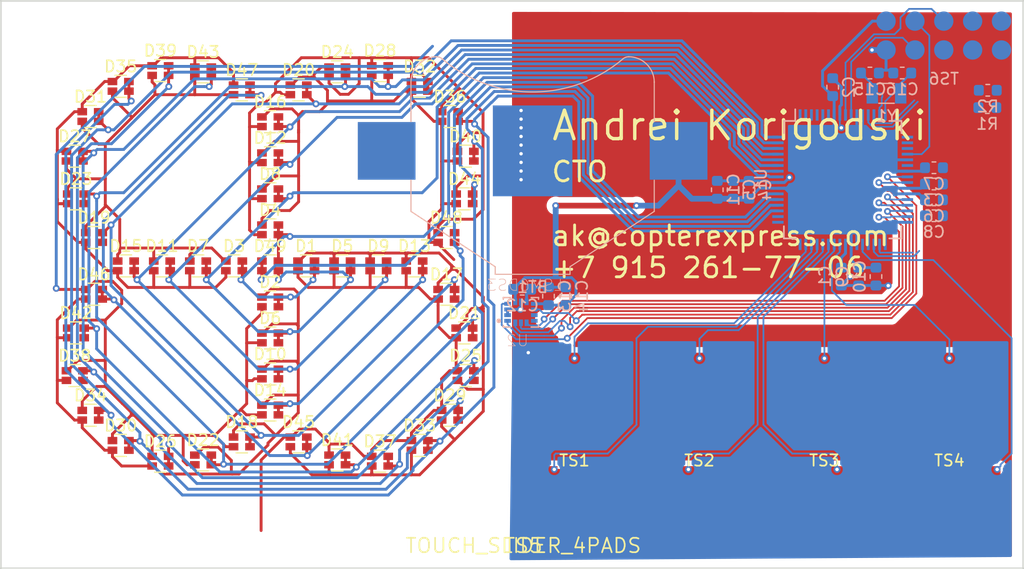
<source format=kicad_pcb>
(kicad_pcb (version 20171130) (host pcbnew 5.0.2+dfsg1-1~bpo9+1)
  (layers (0 F.Cu signal) (31 B.Cu signal) (34 B.Paste user hide) (35 F.Paste user hide) (36 B.SilkS user hide) (37 F.SilkS user) (38 B.Mask user) (39 F.Mask user) (44 Edge.Cuts user))
  (net 0 "")
  (net 1 LED_K0)
  (net 2 LED_K1)
  (net 3 LED_A0)
  (net 4 LED_K3)
  (net 5 LED_K2)
  (net 6 LED_K4)
  (net 7 LED_K5)
  (net 8 LED_K7)
  (net 9 LED_K6)
  (net 10 LED_K8)
  (net 11 LED_A1)
  (net 12 LED_A2)
  (net 13 LED_A3)
  (net 14 LED_A4)
  (net 15 LED_A5)
  (net 16 LED_A6)
  (net 17 LED_A7)
  (net 18 LED_A8)
  (net 19 VDD)
  (net 20 GND)
  (net 21 N$7)
  (net 22 N$6)
  (net 23 N$13)
  (net 24 N$14)
  (net 25 N$5)
  (net 26 N$19)
  (net 27 N$20)
  (net 28 N$16)
  (net 29 N$15)
  (net 30 N$17)
  (net 31 N$18)
  (net 32 N$12)
  (net 33 N$11)
  (net 34 TOUCH_PAD0)
  (net 35 N$1)
  (net 36 TOUCH_PAD1)
  (net 37 TOUCH_PAD2)
  (net 38 TOUCH_PAD3)
  (net 39 N$21)
  (net 40 N$22)
  (net 41 N$23)
  (net 42 N$8)
  (net 43 N$10)
  (net 44 N$9)
  (net 45 LED_K9)
  (net 46 LED_K10)
  (net 47 LED_K11)
  (net 48 N$4)
  (net 49 LFXTAL_P)
  (net 50 LFXTAL_N)
  (module footprints:LED_DUAL_0606 (layer F.Cu) (at 126.884 103.351)
    (fp_text reference D1 (at 0 -1.75) (layer F.SilkS))
    (fp_text value LED_Dual_AACC)
    (pad 3 smd rect (at 0.725 -0.425) (size 0.85 0.65) (layers F.Cu F.Paste F.Mask) (net 1 LED_K0))
    (pad 4 smd rect (at 0.725 0.425) (size 0.85 0.65) (layers F.Cu F.Paste F.Mask) (net 1 LED_K0))
    (pad 2 smd rect (at -0.725 0.425) (size 0.85 0.65) (layers F.Cu F.Paste F.Mask) (net 11 LED_A1))
    (pad 1 smd rect (at -0.725 -0.425) (size 0.85 0.65) (layers F.Cu F.Paste F.Mask) (net 3 LED_A0))
  )
  (module footprints:LED_DUAL_0606 (layer F.Cu) (at 123.709 106.526)
    (fp_text reference D2 (at 0 -1.75) (layer F.SilkS))
    (fp_text value LED_Dual_AACC)
    (pad 3 smd rect (at 0.725 -0.425) (size 0.85 0.65) (layers F.Cu F.Paste F.Mask) (net 1 LED_K0))
    (pad 4 smd rect (at 0.725 0.425) (size 0.85 0.65) (layers F.Cu F.Paste F.Mask) (net 1 LED_K0))
    (pad 2 smd rect (at -0.725 0.425) (size 0.85 0.65) (layers F.Cu F.Paste F.Mask) (net 13 LED_A3))
    (pad 1 smd rect (at -0.725 -0.425) (size 0.85 0.65) (layers F.Cu F.Paste F.Mask) (net 12 LED_A2))
  )
  (module footprints:LED_DUAL_0606 (layer F.Cu) (at 120.534 103.351)
    (fp_text reference D3 (at 0 -1.75) (layer F.SilkS))
    (fp_text value LED_Dual_AACC)
    (pad 3 smd rect (at 0.725 -0.425) (size 0.85 0.65) (layers F.Cu F.Paste F.Mask) (net 1 LED_K0))
    (pad 4 smd rect (at 0.725 0.425) (size 0.85 0.65) (layers F.Cu F.Paste F.Mask) (net 1 LED_K0))
    (pad 2 smd rect (at -0.725 0.425) (size 0.85 0.65) (layers F.Cu F.Paste F.Mask) (net 15 LED_A5))
    (pad 1 smd rect (at -0.725 -0.425) (size 0.85 0.65) (layers F.Cu F.Paste F.Mask) (net 14 LED_A4))
  )
  (module footprints:LED_DUAL_0606 (layer F.Cu) (at 123.709 100.176)
    (fp_text reference D4 (at 0 -1.75) (layer F.SilkS))
    (fp_text value LED_Dual_AACC)
    (pad 3 smd rect (at 0.725 -0.425) (size 0.85 0.65) (layers F.Cu F.Paste F.Mask) (net 1 LED_K0))
    (pad 4 smd rect (at 0.725 0.425) (size 0.85 0.65) (layers F.Cu F.Paste F.Mask) (net 1 LED_K0))
    (pad 2 smd rect (at -0.725 0.425) (size 0.85 0.65) (layers F.Cu F.Paste F.Mask) (net 17 LED_A7))
    (pad 1 smd rect (at -0.725 -0.425) (size 0.85 0.65) (layers F.Cu F.Paste F.Mask) (net 16 LED_A6))
  )
  (module footprints:LED_DUAL_0606 (layer F.Cu) (at 130.059 103.351)
    (fp_text reference D5 (at 0 -1.75) (layer F.SilkS))
    (fp_text value LED_Dual_AACC)
    (pad 3 smd rect (at 0.725 -0.425) (size 0.85 0.65) (layers F.Cu F.Paste F.Mask) (net 2 LED_K1))
    (pad 4 smd rect (at 0.725 0.425) (size 0.85 0.65) (layers F.Cu F.Paste F.Mask) (net 2 LED_K1))
    (pad 2 smd rect (at -0.725 0.425) (size 0.85 0.65) (layers F.Cu F.Paste F.Mask) (net 11 LED_A1))
    (pad 1 smd rect (at -0.725 -0.425) (size 0.85 0.65) (layers F.Cu F.Paste F.Mask) (net 3 LED_A0))
  )
  (module footprints:LED_DUAL_0606 (layer F.Cu) (at 123.709 109.701)
    (fp_text reference D6 (at 0 -1.75) (layer F.SilkS))
    (fp_text value LED_Dual_AACC)
    (pad 3 smd rect (at 0.725 -0.425) (size 0.85 0.65) (layers F.Cu F.Paste F.Mask) (net 2 LED_K1))
    (pad 4 smd rect (at 0.725 0.425) (size 0.85 0.65) (layers F.Cu F.Paste F.Mask) (net 2 LED_K1))
    (pad 2 smd rect (at -0.725 0.425) (size 0.85 0.65) (layers F.Cu F.Paste F.Mask) (net 13 LED_A3))
    (pad 1 smd rect (at -0.725 -0.425) (size 0.85 0.65) (layers F.Cu F.Paste F.Mask) (net 12 LED_A2))
  )
  (module footprints:LED_DUAL_0606 (layer F.Cu) (at 117.359 103.351)
    (fp_text reference D7 (at 0 -1.75) (layer F.SilkS))
    (fp_text value LED_Dual_AACC)
    (pad 3 smd rect (at 0.725 -0.425) (size 0.85 0.65) (layers F.Cu F.Paste F.Mask) (net 2 LED_K1))
    (pad 4 smd rect (at 0.725 0.425) (size 0.85 0.65) (layers F.Cu F.Paste F.Mask) (net 2 LED_K1))
    (pad 2 smd rect (at -0.725 0.425) (size 0.85 0.65) (layers F.Cu F.Paste F.Mask) (net 15 LED_A5))
    (pad 1 smd rect (at -0.725 -0.425) (size 0.85 0.65) (layers F.Cu F.Paste F.Mask) (net 14 LED_A4))
  )
  (module footprints:LED_DUAL_0606 (layer F.Cu) (at 123.709 97.001)
    (fp_text reference D8 (at 0 -1.75) (layer F.SilkS))
    (fp_text value LED_Dual_AACC)
    (pad 3 smd rect (at 0.725 -0.425) (size 0.85 0.65) (layers F.Cu F.Paste F.Mask) (net 2 LED_K1))
    (pad 4 smd rect (at 0.725 0.425) (size 0.85 0.65) (layers F.Cu F.Paste F.Mask) (net 2 LED_K1))
    (pad 2 smd rect (at -0.725 0.425) (size 0.85 0.65) (layers F.Cu F.Paste F.Mask) (net 17 LED_A7))
    (pad 1 smd rect (at -0.725 -0.425) (size 0.85 0.65) (layers F.Cu F.Paste F.Mask) (net 16 LED_A6))
  )
  (module footprints:LED_DUAL_0606 (layer F.Cu) (at 133.234 103.351)
    (fp_text reference D9 (at 0 -1.75) (layer F.SilkS))
    (fp_text value LED_Dual_AACC)
    (pad 3 smd rect (at 0.725 -0.425) (size 0.85 0.65) (layers F.Cu F.Paste F.Mask) (net 5 LED_K2))
    (pad 4 smd rect (at 0.725 0.425) (size 0.85 0.65) (layers F.Cu F.Paste F.Mask) (net 5 LED_K2))
    (pad 2 smd rect (at -0.725 0.425) (size 0.85 0.65) (layers F.Cu F.Paste F.Mask) (net 11 LED_A1))
    (pad 1 smd rect (at -0.725 -0.425) (size 0.85 0.65) (layers F.Cu F.Paste F.Mask) (net 3 LED_A0))
  )
  (module footprints:LED_DUAL_0606 (layer F.Cu) (at 123.709 112.875999)
    (fp_text reference D10 (at 0 -1.75) (layer F.SilkS))
    (fp_text value LED_Dual_AACC)
    (pad 3 smd rect (at 0.725 -0.425) (size 0.85 0.65) (layers F.Cu F.Paste F.Mask) (net 5 LED_K2))
    (pad 4 smd rect (at 0.725 0.425) (size 0.85 0.65) (layers F.Cu F.Paste F.Mask) (net 5 LED_K2))
    (pad 2 smd rect (at -0.725 0.425) (size 0.85 0.65) (layers F.Cu F.Paste F.Mask) (net 13 LED_A3))
    (pad 1 smd rect (at -0.725 -0.425) (size 0.85 0.65) (layers F.Cu F.Paste F.Mask) (net 12 LED_A2))
  )
  (module footprints:LED_DUAL_0606 (layer F.Cu) (at 114.184 103.351)
    (fp_text reference D11 (at 0 -1.75) (layer F.SilkS))
    (fp_text value LED_Dual_AACC)
    (pad 3 smd rect (at 0.725 -0.425) (size 0.85 0.65) (layers F.Cu F.Paste F.Mask) (net 5 LED_K2))
    (pad 4 smd rect (at 0.725 0.425) (size 0.85 0.65) (layers F.Cu F.Paste F.Mask) (net 5 LED_K2))
    (pad 2 smd rect (at -0.725 0.425) (size 0.85 0.65) (layers F.Cu F.Paste F.Mask) (net 15 LED_A5))
    (pad 1 smd rect (at -0.725 -0.425) (size 0.85 0.65) (layers F.Cu F.Paste F.Mask) (net 14 LED_A4))
  )
  (module footprints:LED_DUAL_0606 (layer F.Cu) (at 123.709 93.826)
    (fp_text reference D12 (at 0 -1.75) (layer F.SilkS))
    (fp_text value LED_Dual_AACC)
    (pad 3 smd rect (at 0.725 -0.425) (size 0.85 0.65) (layers F.Cu F.Paste F.Mask) (net 5 LED_K2))
    (pad 4 smd rect (at 0.725 0.425) (size 0.85 0.65) (layers F.Cu F.Paste F.Mask) (net 5 LED_K2))
    (pad 2 smd rect (at -0.725 0.425) (size 0.85 0.65) (layers F.Cu F.Paste F.Mask) (net 17 LED_A7))
    (pad 1 smd rect (at -0.725 -0.425) (size 0.85 0.65) (layers F.Cu F.Paste F.Mask) (net 16 LED_A6))
  )
  (module footprints:LED_DUAL_0606 (layer F.Cu) (at 136.409 103.351)
    (fp_text reference D13 (at 0 -1.75) (layer F.SilkS))
    (fp_text value LED_Dual_AACC)
    (pad 3 smd rect (at 0.725 -0.425) (size 0.85 0.65) (layers F.Cu F.Paste F.Mask) (net 4 LED_K3))
    (pad 4 smd rect (at 0.725 0.425) (size 0.85 0.65) (layers F.Cu F.Paste F.Mask) (net 4 LED_K3))
    (pad 2 smd rect (at -0.725 0.425) (size 0.85 0.65) (layers F.Cu F.Paste F.Mask) (net 11 LED_A1))
    (pad 1 smd rect (at -0.725 -0.425) (size 0.85 0.65) (layers F.Cu F.Paste F.Mask) (net 3 LED_A0))
  )
  (module footprints:LED_DUAL_0606 (layer F.Cu) (at 123.709 116.051)
    (fp_text reference D14 (at 0 -1.75) (layer F.SilkS))
    (fp_text value LED_Dual_AACC)
    (pad 3 smd rect (at 0.725 -0.425) (size 0.85 0.65) (layers F.Cu F.Paste F.Mask) (net 4 LED_K3))
    (pad 4 smd rect (at 0.725 0.425) (size 0.85 0.65) (layers F.Cu F.Paste F.Mask) (net 4 LED_K3))
    (pad 2 smd rect (at -0.725 0.425) (size 0.85 0.65) (layers F.Cu F.Paste F.Mask) (net 13 LED_A3))
    (pad 1 smd rect (at -0.725 -0.425) (size 0.85 0.65) (layers F.Cu F.Paste F.Mask) (net 12 LED_A2))
  )
  (module footprints:LED_DUAL_0606 (layer F.Cu) (at 111.009 103.351)
    (fp_text reference D15 (at 0 -1.75) (layer F.SilkS))
    (fp_text value LED_Dual_AACC)
    (pad 3 smd rect (at 0.725 -0.425) (size 0.85 0.65) (layers F.Cu F.Paste F.Mask) (net 4 LED_K3))
    (pad 4 smd rect (at 0.725 0.425) (size 0.85 0.65) (layers F.Cu F.Paste F.Mask) (net 4 LED_K3))
    (pad 2 smd rect (at -0.725 0.425) (size 0.85 0.65) (layers F.Cu F.Paste F.Mask) (net 15 LED_A5))
    (pad 1 smd rect (at -0.725 -0.425) (size 0.85 0.65) (layers F.Cu F.Paste F.Mask) (net 14 LED_A4))
  )
  (module footprints:LED_DUAL_0606 (layer F.Cu) (at 123.709 90.651)
    (fp_text reference D16 (at 0 -1.75) (layer F.SilkS))
    (fp_text value LED_Dual_AACC)
    (pad 3 smd rect (at 0.725 -0.425) (size 0.85 0.65) (layers F.Cu F.Paste F.Mask) (net 4 LED_K3))
    (pad 4 smd rect (at 0.725 0.425) (size 0.85 0.65) (layers F.Cu F.Paste F.Mask) (net 4 LED_K3))
    (pad 2 smd rect (at -0.725 0.425) (size 0.85 0.65) (layers F.Cu F.Paste F.Mask) (net 17 LED_A7))
    (pad 1 smd rect (at -0.725 -0.425) (size 0.85 0.65) (layers F.Cu F.Paste F.Mask) (net 16 LED_A6))
  )
  (module footprints:LED_DUAL_0606 (layer F.Cu) (at 139.217852 105.850666)
    (fp_text reference D17 (at 0 -1.75) (layer F.SilkS))
    (fp_text value LED_Dual_AACC)
    (pad 3 smd rect (at 0.725 -0.425) (size 0.85 0.65) (layers F.Cu F.Paste F.Mask) (net 6 LED_K4))
    (pad 4 smd rect (at 0.725 0.425) (size 0.85 0.65) (layers F.Cu F.Paste F.Mask) (net 6 LED_K4))
    (pad 2 smd rect (at -0.725 0.425) (size 0.85 0.65) (layers F.Cu F.Paste F.Mask) (net 11 LED_A1))
    (pad 1 smd rect (at -0.725 -0.425) (size 0.85 0.65) (layers F.Cu F.Paste F.Mask) (net 3 LED_A0))
  )
  (module footprints:LED_DUAL_0606 (layer F.Cu) (at 121.209333 118.859852)
    (fp_text reference D18 (at 0 -1.75) (layer F.SilkS))
    (fp_text value LED_Dual_AACC)
    (pad 3 smd rect (at 0.725 -0.425) (size 0.85 0.65) (layers F.Cu F.Paste F.Mask) (net 6 LED_K4))
    (pad 4 smd rect (at 0.725 0.425) (size 0.85 0.65) (layers F.Cu F.Paste F.Mask) (net 6 LED_K4))
    (pad 2 smd rect (at -0.725 0.425) (size 0.85 0.65) (layers F.Cu F.Paste F.Mask) (net 13 LED_A3))
    (pad 1 smd rect (at -0.725 -0.425) (size 0.85 0.65) (layers F.Cu F.Paste F.Mask) (net 12 LED_A2))
  )
  (module footprints:LED_DUAL_0606 (layer F.Cu) (at 108.200147 100.851333)
    (fp_text reference D19 (at 0 -1.75) (layer F.SilkS))
    (fp_text value LED_Dual_AACC)
    (pad 3 smd rect (at 0.725 -0.425) (size 0.85 0.65) (layers F.Cu F.Paste F.Mask) (net 6 LED_K4))
    (pad 4 smd rect (at 0.725 0.425) (size 0.85 0.65) (layers F.Cu F.Paste F.Mask) (net 6 LED_K4))
    (pad 2 smd rect (at -0.725 0.425) (size 0.85 0.65) (layers F.Cu F.Paste F.Mask) (net 15 LED_A5))
    (pad 1 smd rect (at -0.725 -0.425) (size 0.85 0.65) (layers F.Cu F.Paste F.Mask) (net 14 LED_A4))
  )
  (module footprints:LED_DUAL_0606 (layer F.Cu) (at 126.208666 87.842147)
    (fp_text reference D20 (at 0 -1.75) (layer F.SilkS))
    (fp_text value LED_Dual_AACC)
    (pad 3 smd rect (at 0.725 -0.425) (size 0.85 0.65) (layers F.Cu F.Paste F.Mask) (net 6 LED_K4))
    (pad 4 smd rect (at 0.725 0.425) (size 0.85 0.65) (layers F.Cu F.Paste F.Mask) (net 6 LED_K4))
    (pad 2 smd rect (at -0.725 0.425) (size 0.85 0.65) (layers F.Cu F.Paste F.Mask) (net 17 LED_A7))
    (pad 1 smd rect (at -0.725 -0.425) (size 0.85 0.65) (layers F.Cu F.Paste F.Mask) (net 16 LED_A6))
  )
  (module footprints:LED_DUAL_0606 (layer F.Cu) (at 140.806919 109.258431)
    (fp_text reference D21 (at 0 -1.75) (layer F.SilkS))
    (fp_text value LED_Dual_AACC)
    (pad 3 smd rect (at 0.725 -0.425) (size 0.85 0.65) (layers F.Cu F.Paste F.Mask) (net 7 LED_K5))
    (pad 4 smd rect (at 0.725 0.425) (size 0.85 0.65) (layers F.Cu F.Paste F.Mask) (net 7 LED_K5))
    (pad 2 smd rect (at -0.725 0.425) (size 0.85 0.65) (layers F.Cu F.Paste F.Mask) (net 11 LED_A1))
    (pad 1 smd rect (at -0.725 -0.425) (size 0.85 0.65) (layers F.Cu F.Paste F.Mask) (net 3 LED_A0))
  )
  (module footprints:LED_DUAL_0606 (layer F.Cu) (at 117.801568 120.448919)
    (fp_text reference D22 (at 0 -1.75) (layer F.SilkS))
    (fp_text value LED_Dual_AACC)
    (pad 3 smd rect (at 0.725 -0.425) (size 0.85 0.65) (layers F.Cu F.Paste F.Mask) (net 7 LED_K5))
    (pad 4 smd rect (at 0.725 0.425) (size 0.85 0.65) (layers F.Cu F.Paste F.Mask) (net 7 LED_K5))
    (pad 2 smd rect (at -0.725 0.425) (size 0.85 0.65) (layers F.Cu F.Paste F.Mask) (net 13 LED_A3))
    (pad 1 smd rect (at -0.725 -0.425) (size 0.85 0.65) (layers F.Cu F.Paste F.Mask) (net 12 LED_A2))
  )
  (module footprints:LED_DUAL_0606 (layer F.Cu) (at 106.61108 97.443568)
    (fp_text reference D23 (at 0 -1.75) (layer F.SilkS))
    (fp_text value LED_Dual_AACC)
    (pad 3 smd rect (at 0.725 -0.425) (size 0.85 0.65) (layers F.Cu F.Paste F.Mask) (net 7 LED_K5))
    (pad 4 smd rect (at 0.725 0.425) (size 0.85 0.65) (layers F.Cu F.Paste F.Mask) (net 7 LED_K5))
    (pad 2 smd rect (at -0.725 0.425) (size 0.85 0.65) (layers F.Cu F.Paste F.Mask) (net 15 LED_A5))
    (pad 1 smd rect (at -0.725 -0.425) (size 0.85 0.65) (layers F.Cu F.Paste F.Mask) (net 14 LED_A4))
  )
  (module footprints:LED_DUAL_0606 (layer F.Cu) (at 129.616431 86.25308)
    (fp_text reference D24 (at 0 -1.75) (layer F.SilkS))
    (fp_text value LED_Dual_AACC)
    (pad 3 smd rect (at 0.725 -0.425) (size 0.85 0.65) (layers F.Cu F.Paste F.Mask) (net 7 LED_K5))
    (pad 4 smd rect (at 0.725 0.425) (size 0.85 0.65) (layers F.Cu F.Paste F.Mask) (net 7 LED_K5))
    (pad 2 smd rect (at -0.725 0.425) (size 0.85 0.65) (layers F.Cu F.Paste F.Mask) (net 17 LED_A7))
    (pad 1 smd rect (at -0.725 -0.425) (size 0.85 0.65) (layers F.Cu F.Paste F.Mask) (net 16 LED_A6))
  )
  (module footprints:LED_DUAL_0606 (layer F.Cu) (at 140.916279 113.016892)
    (fp_text reference D25 (at 0 -1.75) (layer F.SilkS))
    (fp_text value LED_Dual_AACC)
    (pad 3 smd rect (at 0.725 -0.425) (size 0.85 0.65) (layers F.Cu F.Paste F.Mask) (net 9 LED_K6))
    (pad 4 smd rect (at 0.725 0.425) (size 0.85 0.65) (layers F.Cu F.Paste F.Mask) (net 9 LED_K6))
    (pad 2 smd rect (at -0.725 0.425) (size 0.85 0.65) (layers F.Cu F.Paste F.Mask) (net 3 LED_A0))
    (pad 1 smd rect (at -0.725 -0.425) (size 0.85 0.65) (layers F.Cu F.Paste F.Mask) (net 11 LED_A1))
  )
  (module footprints:LED_DUAL_0606 (layer F.Cu) (at 114.043107 120.558279)
    (fp_text reference D26 (at 0 -1.75) (layer F.SilkS))
    (fp_text value LED_Dual_AACC)
    (pad 3 smd rect (at 0.725 -0.425) (size 0.85 0.65) (layers F.Cu F.Paste F.Mask) (net 9 LED_K6))
    (pad 4 smd rect (at 0.725 0.425) (size 0.85 0.65) (layers F.Cu F.Paste F.Mask) (net 9 LED_K6))
    (pad 2 smd rect (at -0.725 0.425) (size 0.85 0.65) (layers F.Cu F.Paste F.Mask) (net 12 LED_A2))
    (pad 1 smd rect (at -0.725 -0.425) (size 0.85 0.65) (layers F.Cu F.Paste F.Mask) (net 13 LED_A3))
  )
  (module footprints:LED_DUAL_0606 (layer F.Cu) (at 106.50172 93.685107)
    (fp_text reference D27 (at 0 -1.75) (layer F.SilkS))
    (fp_text value LED_Dual_AACC)
    (pad 3 smd rect (at 0.725 -0.425) (size 0.85 0.65) (layers F.Cu F.Paste F.Mask) (net 9 LED_K6))
    (pad 4 smd rect (at 0.725 0.425) (size 0.85 0.65) (layers F.Cu F.Paste F.Mask) (net 9 LED_K6))
    (pad 2 smd rect (at -0.725 0.425) (size 0.85 0.65) (layers F.Cu F.Paste F.Mask) (net 14 LED_A4))
    (pad 1 smd rect (at -0.725 -0.425) (size 0.85 0.65) (layers F.Cu F.Paste F.Mask) (net 15 LED_A5))
  )
  (module footprints:LED_DUAL_0606 (layer F.Cu) (at 133.374892 86.14372)
    (fp_text reference D28 (at 0 -1.75) (layer F.SilkS))
    (fp_text value LED_Dual_AACC)
    (pad 3 smd rect (at 0.725 -0.425) (size 0.85 0.65) (layers F.Cu F.Paste F.Mask) (net 9 LED_K6))
    (pad 4 smd rect (at 0.725 0.425) (size 0.85 0.65) (layers F.Cu F.Paste F.Mask) (net 9 LED_K6))
    (pad 2 smd rect (at -0.725 0.425) (size 0.85 0.65) (layers F.Cu F.Paste F.Mask) (net 16 LED_A6))
    (pad 1 smd rect (at -0.725 -0.425) (size 0.85 0.65) (layers F.Cu F.Paste F.Mask) (net 17 LED_A7))
  )
  (module footprints:LED_DUAL_0606 (layer F.Cu) (at 139.528045 116.511287)
    (fp_text reference D29 (at 0 -1.75) (layer F.SilkS))
    (fp_text value LED_Dual_AACC)
    (pad 3 smd rect (at 0.725 -0.425) (size 0.85 0.65) (layers F.Cu F.Paste F.Mask) (net 8 LED_K7))
    (pad 4 smd rect (at 0.725 0.425) (size 0.85 0.65) (layers F.Cu F.Paste F.Mask) (net 8 LED_K7))
    (pad 2 smd rect (at -0.725 0.425) (size 0.85 0.65) (layers F.Cu F.Paste F.Mask) (net 3 LED_A0))
    (pad 1 smd rect (at -0.725 -0.425) (size 0.85 0.65) (layers F.Cu F.Paste F.Mask) (net 11 LED_A1))
  )
  (module footprints:LED_DUAL_0606 (layer F.Cu) (at 110.548712 119.170045)
    (fp_text reference D30 (at 0 -1.75) (layer F.SilkS))
    (fp_text value LED_Dual_AACC)
    (pad 3 smd rect (at 0.725 -0.425) (size 0.85 0.65) (layers F.Cu F.Paste F.Mask) (net 8 LED_K7))
    (pad 4 smd rect (at 0.725 0.425) (size 0.85 0.65) (layers F.Cu F.Paste F.Mask) (net 8 LED_K7))
    (pad 2 smd rect (at -0.725 0.425) (size 0.85 0.65) (layers F.Cu F.Paste F.Mask) (net 12 LED_A2))
    (pad 1 smd rect (at -0.725 -0.425) (size 0.85 0.65) (layers F.Cu F.Paste F.Mask) (net 13 LED_A3))
  )
  (module footprints:LED_DUAL_0606 (layer F.Cu) (at 107.889954 90.190712)
    (fp_text reference D31 (at 0 -1.75) (layer F.SilkS))
    (fp_text value LED_Dual_AACC)
    (pad 3 smd rect (at 0.725 -0.425) (size 0.85 0.65) (layers F.Cu F.Paste F.Mask) (net 8 LED_K7))
    (pad 4 smd rect (at 0.725 0.425) (size 0.85 0.65) (layers F.Cu F.Paste F.Mask) (net 8 LED_K7))
    (pad 2 smd rect (at -0.725 0.425) (size 0.85 0.65) (layers F.Cu F.Paste F.Mask) (net 14 LED_A4))
    (pad 1 smd rect (at -0.725 -0.425) (size 0.85 0.65) (layers F.Cu F.Paste F.Mask) (net 15 LED_A5))
  )
  (module footprints:LED_DUAL_0606 (layer F.Cu) (at 136.869287 87.531954)
    (fp_text reference D32 (at 0 -1.75) (layer F.SilkS))
    (fp_text value LED_Dual_AACC)
    (pad 3 smd rect (at 0.725 -0.425) (size 0.85 0.65) (layers F.Cu F.Paste F.Mask) (net 8 LED_K7))
    (pad 4 smd rect (at 0.725 0.425) (size 0.85 0.65) (layers F.Cu F.Paste F.Mask) (net 8 LED_K7))
    (pad 2 smd rect (at -0.725 0.425) (size 0.85 0.65) (layers F.Cu F.Paste F.Mask) (net 16 LED_A6))
    (pad 1 smd rect (at -0.725 -0.425) (size 0.85 0.65) (layers F.Cu F.Paste F.Mask) (net 17 LED_A7))
  )
  (module footprints:LED_DUAL_0606 (layer F.Cu) (at 136.869287 119.170045)
    (fp_text reference D33 (at 0 -1.75) (layer F.SilkS))
    (fp_text value LED_Dual_AACC)
    (pad 3 smd rect (at 0.725 -0.425) (size 0.85 0.65) (layers F.Cu F.Paste F.Mask) (net 10 LED_K8))
    (pad 4 smd rect (at 0.725 0.425) (size 0.85 0.65) (layers F.Cu F.Paste F.Mask) (net 10 LED_K8))
    (pad 2 smd rect (at -0.725 0.425) (size 0.85 0.65) (layers F.Cu F.Paste F.Mask) (net 3 LED_A0))
    (pad 1 smd rect (at -0.725 -0.425) (size 0.85 0.65) (layers F.Cu F.Paste F.Mask) (net 11 LED_A1))
  )
  (module footprints:LED_DUAL_0606 (layer F.Cu) (at 107.889954 116.511287)
    (fp_text reference D34 (at 0 -1.75) (layer F.SilkS))
    (fp_text value LED_Dual_AACC)
    (pad 3 smd rect (at 0.725 -0.425) (size 0.85 0.65) (layers F.Cu F.Paste F.Mask) (net 10 LED_K8))
    (pad 4 smd rect (at 0.725 0.425) (size 0.85 0.65) (layers F.Cu F.Paste F.Mask) (net 10 LED_K8))
    (pad 2 smd rect (at -0.725 0.425) (size 0.85 0.65) (layers F.Cu F.Paste F.Mask) (net 12 LED_A2))
    (pad 1 smd rect (at -0.725 -0.425) (size 0.85 0.65) (layers F.Cu F.Paste F.Mask) (net 13 LED_A3))
  )
  (module footprints:LED_DUAL_0606 (layer F.Cu) (at 110.548712 87.531954)
    (fp_text reference D35 (at 0 -1.75) (layer F.SilkS))
    (fp_text value LED_Dual_AACC)
    (pad 3 smd rect (at 0.725 -0.425) (size 0.85 0.65) (layers F.Cu F.Paste F.Mask) (net 10 LED_K8))
    (pad 4 smd rect (at 0.725 0.425) (size 0.85 0.65) (layers F.Cu F.Paste F.Mask) (net 10 LED_K8))
    (pad 2 smd rect (at -0.725 0.425) (size 0.85 0.65) (layers F.Cu F.Paste F.Mask) (net 14 LED_A4))
    (pad 1 smd rect (at -0.725 -0.425) (size 0.85 0.65) (layers F.Cu F.Paste F.Mask) (net 15 LED_A5))
  )
  (module footprints:LED_DUAL_0606 (layer F.Cu) (at 139.528045 90.190712)
    (fp_text reference D36 (at 0 -1.75) (layer F.SilkS))
    (fp_text value LED_Dual_AACC)
    (pad 3 smd rect (at 0.725 -0.425) (size 0.85 0.65) (layers F.Cu F.Paste F.Mask) (net 10 LED_K8))
    (pad 4 smd rect (at 0.725 0.425) (size 0.85 0.65) (layers F.Cu F.Paste F.Mask) (net 10 LED_K8))
    (pad 2 smd rect (at -0.725 0.425) (size 0.85 0.65) (layers F.Cu F.Paste F.Mask) (net 16 LED_A6))
    (pad 1 smd rect (at -0.725 -0.425) (size 0.85 0.65) (layers F.Cu F.Paste F.Mask) (net 17 LED_A7))
  )
  (module footprints:LED_DUAL_0606 (layer F.Cu) (at 133.374892 120.558279)
    (fp_text reference D37 (at 0 -1.75) (layer F.SilkS))
    (fp_text value LED_Dual_AACC)
    (pad 3 smd rect (at 0.725 -0.425) (size 0.85 0.65) (layers F.Cu F.Paste F.Mask) (net 45 LED_K9))
    (pad 4 smd rect (at 0.725 0.425) (size 0.85 0.65) (layers F.Cu F.Paste F.Mask) (net 45 LED_K9))
    (pad 2 smd rect (at -0.725 0.425) (size 0.85 0.65) (layers F.Cu F.Paste F.Mask) (net 3 LED_A0))
    (pad 1 smd rect (at -0.725 -0.425) (size 0.85 0.65) (layers F.Cu F.Paste F.Mask) (net 11 LED_A1))
  )
  (module footprints:LED_DUAL_0606 (layer F.Cu) (at 106.50172 113.016892)
    (fp_text reference D38 (at 0 -1.75) (layer F.SilkS))
    (fp_text value LED_Dual_AACC)
    (pad 3 smd rect (at 0.725 -0.425) (size 0.85 0.65) (layers F.Cu F.Paste F.Mask) (net 45 LED_K9))
    (pad 4 smd rect (at 0.725 0.425) (size 0.85 0.65) (layers F.Cu F.Paste F.Mask) (net 45 LED_K9))
    (pad 2 smd rect (at -0.725 0.425) (size 0.85 0.65) (layers F.Cu F.Paste F.Mask) (net 12 LED_A2))
    (pad 1 smd rect (at -0.725 -0.425) (size 0.85 0.65) (layers F.Cu F.Paste F.Mask) (net 13 LED_A3))
  )
  (module footprints:LED_DUAL_0606 (layer F.Cu) (at 114.043107 86.14372)
    (fp_text reference D39 (at 0 -1.75) (layer F.SilkS))
    (fp_text value LED_Dual_AACC)
    (pad 3 smd rect (at 0.725 -0.425) (size 0.85 0.65) (layers F.Cu F.Paste F.Mask) (net 45 LED_K9))
    (pad 4 smd rect (at 0.725 0.425) (size 0.85 0.65) (layers F.Cu F.Paste F.Mask) (net 45 LED_K9))
    (pad 2 smd rect (at -0.725 0.425) (size 0.85 0.65) (layers F.Cu F.Paste F.Mask) (net 14 LED_A4))
    (pad 1 smd rect (at -0.725 -0.425) (size 0.85 0.65) (layers F.Cu F.Paste F.Mask) (net 15 LED_A5))
  )
  (module footprints:LED_DUAL_0606 (layer F.Cu) (at 140.916279 93.685107)
    (fp_text reference D40 (at 0 -1.75) (layer F.SilkS))
    (fp_text value LED_Dual_AACC)
    (pad 3 smd rect (at 0.725 -0.425) (size 0.85 0.65) (layers F.Cu F.Paste F.Mask) (net 45 LED_K9))
    (pad 4 smd rect (at 0.725 0.425) (size 0.85 0.65) (layers F.Cu F.Paste F.Mask) (net 45 LED_K9))
    (pad 2 smd rect (at -0.725 0.425) (size 0.85 0.65) (layers F.Cu F.Paste F.Mask) (net 16 LED_A6))
    (pad 1 smd rect (at -0.725 -0.425) (size 0.85 0.65) (layers F.Cu F.Paste F.Mask) (net 17 LED_A7))
  )
  (module footprints:LED_DUAL_0606 (layer F.Cu) (at 129.616431 120.448919)
    (fp_text reference D41 (at 0 -1.75) (layer F.SilkS))
    (fp_text value LED_Dual_AACC)
    (pad 3 smd rect (at 0.725 -0.425) (size 0.85 0.65) (layers F.Cu F.Paste F.Mask) (net 46 LED_K10))
    (pad 4 smd rect (at 0.725 0.425) (size 0.85 0.65) (layers F.Cu F.Paste F.Mask) (net 46 LED_K10))
    (pad 2 smd rect (at -0.725 0.425) (size 0.85 0.65) (layers F.Cu F.Paste F.Mask) (net 3 LED_A0))
    (pad 1 smd rect (at -0.725 -0.425) (size 0.85 0.65) (layers F.Cu F.Paste F.Mask) (net 11 LED_A1))
  )
  (module footprints:LED_DUAL_0606 (layer F.Cu) (at 106.61108 109.258431)
    (fp_text reference D42 (at 0 -1.75) (layer F.SilkS))
    (fp_text value LED_Dual_AACC)
    (pad 3 smd rect (at 0.725 -0.425) (size 0.85 0.65) (layers F.Cu F.Paste F.Mask) (net 46 LED_K10))
    (pad 4 smd rect (at 0.725 0.425) (size 0.85 0.65) (layers F.Cu F.Paste F.Mask) (net 46 LED_K10))
    (pad 2 smd rect (at -0.725 0.425) (size 0.85 0.65) (layers F.Cu F.Paste F.Mask) (net 12 LED_A2))
    (pad 1 smd rect (at -0.725 -0.425) (size 0.85 0.65) (layers F.Cu F.Paste F.Mask) (net 13 LED_A3))
  )
  (module footprints:LED_DUAL_0606 (layer F.Cu) (at 117.801568 86.25308)
    (fp_text reference D43 (at 0 -1.75) (layer F.SilkS))
    (fp_text value LED_Dual_AACC)
    (pad 3 smd rect (at 0.725 -0.425) (size 0.85 0.65) (layers F.Cu F.Paste F.Mask) (net 46 LED_K10))
    (pad 4 smd rect (at 0.725 0.425) (size 0.85 0.65) (layers F.Cu F.Paste F.Mask) (net 46 LED_K10))
    (pad 2 smd rect (at -0.725 0.425) (size 0.85 0.65) (layers F.Cu F.Paste F.Mask) (net 14 LED_A4))
    (pad 1 smd rect (at -0.725 -0.425) (size 0.85 0.65) (layers F.Cu F.Paste F.Mask) (net 15 LED_A5))
  )
  (module footprints:LED_DUAL_0606 (layer F.Cu) (at 140.806919 97.443568)
    (fp_text reference D44 (at 0 -1.75) (layer F.SilkS))
    (fp_text value LED_Dual_AACC)
    (pad 3 smd rect (at 0.725 -0.425) (size 0.85 0.65) (layers F.Cu F.Paste F.Mask) (net 46 LED_K10))
    (pad 4 smd rect (at 0.725 0.425) (size 0.85 0.65) (layers F.Cu F.Paste F.Mask) (net 46 LED_K10))
    (pad 2 smd rect (at -0.725 0.425) (size 0.85 0.65) (layers F.Cu F.Paste F.Mask) (net 16 LED_A6))
    (pad 1 smd rect (at -0.725 -0.425) (size 0.85 0.65) (layers F.Cu F.Paste F.Mask) (net 17 LED_A7))
  )
  (module footprints:LED_DUAL_0606 (layer F.Cu) (at 126.208666 118.859852)
    (fp_text reference D45 (at 0 -1.75) (layer F.SilkS))
    (fp_text value LED_Dual_AACC)
    (pad 3 smd rect (at 0.725 -0.425) (size 0.85 0.65) (layers F.Cu F.Paste F.Mask) (net 47 LED_K11))
    (pad 4 smd rect (at 0.725 0.425) (size 0.85 0.65) (layers F.Cu F.Paste F.Mask) (net 47 LED_K11))
    (pad 2 smd rect (at -0.725 0.425) (size 0.85 0.65) (layers F.Cu F.Paste F.Mask) (net 3 LED_A0))
    (pad 1 smd rect (at -0.725 -0.425) (size 0.85 0.65) (layers F.Cu F.Paste F.Mask) (net 11 LED_A1))
  )
  (module footprints:LED_DUAL_0606 (layer F.Cu) (at 108.200147 105.850666)
    (fp_text reference D46 (at 0 -1.75) (layer F.SilkS))
    (fp_text value LED_Dual_AACC)
    (pad 3 smd rect (at 0.725 -0.425) (size 0.85 0.65) (layers F.Cu F.Paste F.Mask) (net 47 LED_K11))
    (pad 4 smd rect (at 0.725 0.425) (size 0.85 0.65) (layers F.Cu F.Paste F.Mask) (net 47 LED_K11))
    (pad 2 smd rect (at -0.725 0.425) (size 0.85 0.65) (layers F.Cu F.Paste F.Mask) (net 12 LED_A2))
    (pad 1 smd rect (at -0.725 -0.425) (size 0.85 0.65) (layers F.Cu F.Paste F.Mask) (net 13 LED_A3))
  )
  (module footprints:LED_DUAL_0606 (layer F.Cu) (at 121.209333 87.842147)
    (fp_text reference D47 (at 0 -1.75) (layer F.SilkS))
    (fp_text value LED_Dual_AACC)
    (pad 3 smd rect (at 0.725 -0.425) (size 0.85 0.65) (layers F.Cu F.Paste F.Mask) (net 47 LED_K11))
    (pad 4 smd rect (at 0.725 0.425) (size 0.85 0.65) (layers F.Cu F.Paste F.Mask) (net 47 LED_K11))
    (pad 2 smd rect (at -0.725 0.425) (size 0.85 0.65) (layers F.Cu F.Paste F.Mask) (net 14 LED_A4))
    (pad 1 smd rect (at -0.725 -0.425) (size 0.85 0.65) (layers F.Cu F.Paste F.Mask) (net 15 LED_A5))
  )
  (module footprints:LED_DUAL_0606 (layer F.Cu) (at 139.217852 100.851333)
    (fp_text reference D48 (at 0 -1.75) (layer F.SilkS))
    (fp_text value LED_Dual_AACC)
    (pad 3 smd rect (at 0.725 -0.425) (size 0.85 0.65) (layers F.Cu F.Paste F.Mask) (net 47 LED_K11))
    (pad 4 smd rect (at 0.725 0.425) (size 0.85 0.65) (layers F.Cu F.Paste F.Mask) (net 47 LED_K11))
    (pad 2 smd rect (at -0.725 0.425) (size 0.85 0.65) (layers F.Cu F.Paste F.Mask) (net 16 LED_A6))
    (pad 1 smd rect (at -0.725 -0.425) (size 0.85 0.65) (layers F.Cu F.Paste F.Mask) (net 17 LED_A7))
  )
  (module footprints:LED_DUAL_0606 (layer F.Cu) (at 123.709 103.351)
    (fp_text reference D49 (at 0 -1.75) (layer F.SilkS))
    (fp_text value LED_Dual_AACC)
    (pad 3 smd rect (at 0.725 -0.425) (size 0.85 0.65) (layers F.Cu F.Paste F.Mask) (net 1 LED_K0))
    (pad 4 smd rect (at 0.725 0.425) (size 0.85 0.65) (layers F.Cu F.Paste F.Mask) (net 2 LED_K1))
    (pad 2 smd rect (at -0.725 0.425) (size 0.85 0.65) (layers F.Cu F.Paste F.Mask) (net 18 LED_A8))
    (pad 1 smd rect (at -0.725 -0.425) (size 0.85 0.65) (layers F.Cu F.Paste F.Mask) (net 18 LED_A8))
  )
  (module Resistor_SMD:R_0603_1608Metric (layer B.Cu) (at 186.8425 89.408)
    (fp_text reference R1 (at 0 1.43) (layer B.SilkS) (effects (justify mirror)))
    (fp_text value 0)
    (pad 2 smd roundrect (at 0.7875 0) (size 0.875 0.95) (layers B.Cu B.Paste B.Mask) (net 20 GND))
    (pad 1 smd roundrect (at -0.7875 0) (size 0.875 0.95) (layers B.Cu B.Paste B.Mask) (net 40 N$22))
  )
  (module Package_QFP:LQFP-64_10x10mm_P0.5mm (layer B.Cu) (at 174.10708 95.75756 270)
    (fp_text reference U1 (at 0 7.2 270) (layer B.SilkS) (effects (justify mirror)))
    (fp_text value EFM32LG232F64)
    (pad 64 smd rect (at -3.75 5.7 180) (size 1 0.25) (layers B.Cu B.Paste B.Mask) (net 8 LED_K7))
    (pad 63 smd rect (at -3.25 5.7 180) (size 1 0.25) (layers B.Cu B.Paste B.Mask) (net 9 LED_K6))
    (pad 62 smd rect (at -2.75 5.7 180) (size 1 0.25) (layers B.Cu B.Paste B.Mask) (net 7 LED_K5))
    (pad 61 smd rect (at -2.25 5.7 180) (size 1 0.25) (layers B.Cu B.Paste B.Mask) (net 6 LED_K4))
    (pad 60 smd rect (at -1.75 5.7 180) (size 1 0.25) (layers B.Cu B.Paste B.Mask) (net 4 LED_K3))
    (pad 59 smd rect (at -1.25 5.7 180) (size 1 0.25) (layers B.Cu B.Paste B.Mask) (net 5 LED_K2))
    (pad 58 smd rect (at -0.75 5.7 180) (size 1 0.25) (layers B.Cu B.Paste B.Mask) (net 2 LED_K1))
    (pad 57 smd rect (at -0.25 5.7 180) (size 1 0.25) (layers B.Cu B.Paste B.Mask) (net 1 LED_K0))
    (pad 56 smd rect (at 0.25 5.7 180) (size 1 0.25) (layers B.Cu B.Paste B.Mask) (net 20 GND))
    (pad 55 smd rect (at 0.75 5.7 180) (size 1 0.25) (layers B.Cu B.Paste B.Mask) (net 19 VDD))
    (pad 54 smd rect (at 1.25 5.7 180) (size 1 0.25) (layers B.Cu B.Paste B.Mask) (net 47 LED_K11))
    (pad 53 smd rect (at 1.75 5.7 180) (size 1 0.25) (layers B.Cu B.Paste B.Mask) (net 46 LED_K10))
    (pad 52 smd rect (at 2.25 5.7 180) (size 1 0.25) (layers B.Cu B.Paste B.Mask) (net 45 LED_K9))
    (pad 51 smd rect (at 2.75 5.7 180) (size 1 0.25) (layers B.Cu B.Paste B.Mask) (net 10 LED_K8))
    (pad 50 smd rect (at 3.25 5.7 180) (size 1 0.25) (layers B.Cu B.Paste B.Mask) (net 42 N$8))
    (pad 49 smd rect (at 3.75 5.7 180) (size 1 0.25) (layers B.Cu B.Paste B.Mask) (net 44 N$9))
    (pad 48 smd rect (at 5.7 3.75 270) (size 1 0.25) (layers B.Cu B.Paste B.Mask) (net 21 N$7))
    (pad 47 smd rect (at 5.7 3.25 270) (size 1 0.25) (layers B.Cu B.Paste B.Mask) (net 34 TOUCH_PAD0))
    (pad 46 smd rect (at 5.7 2.75 270) (size 1 0.25) (layers B.Cu B.Paste B.Mask) (net 31 N$18))
    (pad 45 smd rect (at 5.7 2.25 270) (size 1 0.25) (layers B.Cu B.Paste B.Mask) (net 36 TOUCH_PAD1))
    (pad 44 smd rect (at 5.7 1.75 270) (size 1 0.25) (layers B.Cu B.Paste B.Mask) (net 26 N$19))
    (pad 43 smd rect (at 5.7 1.25 270) (size 1 0.25) (layers B.Cu B.Paste B.Mask) (net 27 N$20))
    (pad 42 smd rect (at 5.7 0.75 270) (size 1 0.25) (layers B.Cu B.Paste B.Mask) (net 37 TOUCH_PAD2))
    (pad 41 smd rect (at 5.7 0.25 270) (size 1 0.25) (layers B.Cu B.Paste B.Mask) (net 38 TOUCH_PAD3))
    (pad 40 smd rect (at 5.7 -0.25 270) (size 1 0.25) (layers B.Cu B.Paste B.Mask) (net 35 N$1))
    (pad 39 smd rect (at 5.7 -0.75 270) (size 1 0.25) (layers B.Cu B.Paste B.Mask) (net 19 VDD))
    (pad 38 smd rect (at 5.7 -1.25 270) (size 1 0.25) (layers B.Cu B.Paste B.Mask) (net 19 VDD))
    (pad 37 smd rect (at 5.7 -1.75 270) (size 1 0.25) (layers B.Cu B.Paste B.Mask) (net 39 N$21))
    (pad 36 smd rect (at 5.7 -2.25 270) (size 1 0.25) (layers B.Cu B.Paste B.Mask) (net 19 VDD))
    (pad 35 smd rect (at 5.7 -2.75 270) (size 1 0.25) (layers B.Cu B.Paste B.Mask) (net 43 N$10))
    (pad 34 smd rect (at 5.7 -3.25 270) (size 1 0.25) (layers B.Cu B.Paste B.Mask) (net 33 N$11))
    (pad 33 smd rect (at 5.7 -3.75 270) (size 1 0.25) (layers B.Cu B.Paste B.Mask) (net 19 VDD))
    (pad 32 smd rect (at 3.75 -5.7 180) (size 1 0.25) (layers B.Cu B.Paste B.Mask) (net 19 VDD))
    (pad 31 smd rect (at 3.25 -5.7 180) (size 1 0.25) (layers B.Cu B.Paste B.Mask) (net 29 N$15))
    (pad 30 smd rect (at 2.75 -5.7 180) (size 1 0.25) (layers B.Cu B.Paste B.Mask) (net 24 N$14))
    (pad 29 smd rect (at 2.25 -5.7 180) (size 1 0.25) (layers B.Cu B.Paste B.Mask) (net 32 N$12))
    (pad 28 smd rect (at 1.75 -5.7 180) (size 1 0.25) (layers B.Cu B.Paste B.Mask) (net 23 N$13))
    (pad 27 smd rect (at 1.25 -5.7 180) (size 1 0.25) (layers B.Cu B.Paste B.Mask) (net 19 VDD))
    (pad 26 smd rect (at 0.75 -5.7 180) (size 1 0.25) (layers B.Cu B.Paste B.Mask) (net 19 VDD))
    (pad 25 smd rect (at 0.25 -5.7 180) (size 1 0.25) (layers B.Cu B.Paste B.Mask) (net 30 N$17))
    (pad 24 smd rect (at -0.25 -5.7 180) (size 1 0.25) (layers B.Cu B.Paste B.Mask) (net 28 N$16))
    (pad 23 smd rect (at -0.75 -5.7 180) (size 1 0.25) (layers B.Cu B.Paste B.Mask) (net 19 VDD))
    (pad 22 smd rect (at -1.25 -5.7 180) (size 1 0.25) (layers B.Cu B.Paste B.Mask) (net 20 GND))
    (pad 21 smd rect (at -1.75 -5.7 180) (size 1 0.25) (layers B.Cu B.Paste B.Mask) (net 19 VDD))
    (pad 20 smd rect (at -2.25 -5.7 180) (size 1 0.25) (layers B.Cu B.Paste B.Mask) (net 48 N$4))
    (pad 19 smd rect (at -2.75 -5.7 180) (size 1 0.25) (layers B.Cu B.Paste B.Mask) (net 18 LED_A8))
    (pad 18 smd rect (at -3.25 -5.7 180) (size 1 0.25) (layers B.Cu B.Paste B.Mask) (net 17 LED_A7))
    (pad 17 smd rect (at -3.75 -5.7 180) (size 1 0.25) (layers B.Cu B.Paste B.Mask) (net 16 LED_A6))
    (pad 16 smd rect (at -5.7 -3.75 270) (size 1 0.25) (layers B.Cu B.Paste B.Mask) (net 50 LFXTAL_N))
    (pad 15 smd rect (at -5.7 -3.25 270) (size 1 0.25) (layers B.Cu B.Paste B.Mask) (net 49 LFXTAL_P))
    (pad 14 smd rect (at -5.7 -2.75 270) (size 1 0.25) (layers B.Cu B.Paste B.Mask) (net 41 N$23))
    (pad 13 smd rect (at -5.7 -2.25 270) (size 1 0.25) (layers B.Cu B.Paste B.Mask) (net 40 N$22))
    (pad 12 smd rect (at -5.7 -1.75 270) (size 1 0.25) (layers B.Cu B.Paste B.Mask) (net 19 VDD))
    (pad 11 smd rect (at -5.7 -1.25 270) (size 1 0.25) (layers B.Cu B.Paste B.Mask) (net 19 VDD))
    (pad 10 smd rect (at -5.7 -0.75 270) (size 1 0.25) (layers B.Cu B.Paste B.Mask) (net 25 N$5))
    (pad 9 smd rect (at -5.7 -0.25 270) (size 1 0.25) (layers B.Cu B.Paste B.Mask) (net 22 N$6))
    (pad 8 smd rect (at -5.7 0.25 270) (size 1 0.25) (layers B.Cu B.Paste B.Mask) (net 20 GND))
    (pad 7 smd rect (at -5.7 0.75 270) (size 1 0.25) (layers B.Cu B.Paste B.Mask) (net 19 VDD))
    (pad 6 smd rect (at -5.7 1.25 270) (size 1 0.25) (layers B.Cu B.Paste B.Mask) (net 15 LED_A5))
    (pad 5 smd rect (at -5.7 1.75 270) (size 1 0.25) (layers B.Cu B.Paste B.Mask) (net 14 LED_A4))
    (pad 4 smd rect (at -5.7 2.25 270) (size 1 0.25) (layers B.Cu B.Paste B.Mask) (net 13 LED_A3))
    (pad 3 smd rect (at -5.7 2.75 270) (size 1 0.25) (layers B.Cu B.Paste B.Mask) (net 12 LED_A2))
    (pad 2 smd rect (at -5.7 3.25 270) (size 1 0.25) (layers B.Cu B.Paste B.Mask) (net 11 LED_A1))
    (pad 1 smd rect (at -5.7 3.75 270) (size 1 0.25) (layers B.Cu B.Paste B.Mask) (net 3 LED_A0))
  )
  (module Crystal:Crystal_SMD_3215-2Pin_3.2x1.5mm (layer B.Cu) (at 177.96542 88.1507)
    (fp_text reference Y1 (at 0 2) (layer B.SilkS) (effects (justify mirror)))
    (fp_text value 32768Hz)
    (pad 1 smd rect (at -1.25 0) (size 1 1.8) (layers B.Cu B.Paste B.Mask) (net 49 LFXTAL_P))
    (pad 2 smd rect (at 1.25 0) (size 1 1.8) (layers B.Cu B.Paste B.Mask) (net 50 LFXTAL_N))
  )
  (module Capacitor_SMD:C_0603_1608Metric (layer B.Cu) (at 173.99 104.2925 270)
    (fp_text reference C1 (at 0 1.43 270) (layer B.SilkS) (effects (justify mirror)))
    (fp_text value 1uF)
    (pad 2 smd roundrect (at 0.7875 0 270) (size 0.875 0.95) (layers B.Cu B.Paste B.Mask) (net 20 GND))
    (pad 1 smd roundrect (at -0.7875 0 270) (size 0.875 0.95) (layers B.Cu B.Paste B.Mask) (net 35 N$1))
  )
  (module Capacitor_SMD:C_0603_1608Metric (layer B.Cu) (at 182.1435 96.139)
    (fp_text reference C3 (at 0 1.43) (layer B.SilkS) (effects (justify mirror)))
    (fp_text value 0.1uF)
    (pad 2 smd roundrect (at 0.7875 0) (size 0.875 0.95) (layers B.Cu B.Paste B.Mask) (net 20 GND))
    (pad 1 smd roundrect (at -0.7875 0) (size 0.875 0.95) (layers B.Cu B.Paste B.Mask) (net 19 VDD))
  )
  (module Capacitor_SMD:C_0603_1608Metric (layer B.Cu) (at 165.862 96.647 90)
    (fp_text reference C4 (at 0 1.43 90) (layer B.SilkS) (effects (justify mirror)))
    (fp_text value 0.1uF)
    (pad 2 smd roundrect (at 0.7875 0 90) (size 0.875 0.95) (layers B.Cu B.Paste B.Mask) (net 20 GND))
    (pad 1 smd roundrect (at -0.7875 0 90) (size 0.875 0.95) (layers B.Cu B.Paste B.Mask) (net 19 VDD))
  )
  (module Capacitor_SMD:C_0603_1608Metric (layer B.Cu) (at 164.465 96.647 90)
    (fp_text reference C5 (at 0 1.43 90) (layer B.SilkS) (effects (justify mirror)))
    (fp_text value 10uF)
    (pad 2 smd roundrect (at 0.7875 0 90) (size 0.875 0.95) (layers B.Cu B.Paste B.Mask) (net 20 GND))
    (pad 1 smd roundrect (at -0.7875 0 90) (size 0.875 0.95) (layers B.Cu B.Paste B.Mask) (net 19 VDD))
  )
  (module Capacitor_SMD:C_0603_1608Metric (layer B.Cu) (at 182.1435 97.536)
    (fp_text reference C6 (at 0 1.43) (layer B.SilkS) (effects (justify mirror)))
    (fp_text value 10nF)
    (pad 1 smd roundrect (at -0.7875 0) (size 0.875 0.95) (layers B.Cu B.Paste B.Mask) (net 19 VDD))
    (pad 2 smd roundrect (at 0.7875 0) (size 0.875 0.95) (layers B.Cu B.Paste B.Mask) (net 20 GND))
  )
  (module Capacitor_SMD:C_0603_1608Metric (layer B.Cu) (at 182.1435 94.7039)
    (fp_text reference C7 (at 0 1.43) (layer B.SilkS) (effects (justify mirror)))
    (fp_text value 10nF)
    (pad 2 smd roundrect (at 0.7875 0) (size 0.875 0.95) (layers B.Cu B.Paste B.Mask) (net 20 GND))
    (pad 1 smd roundrect (at -0.7875 0) (size 0.875 0.95) (layers B.Cu B.Paste B.Mask) (net 19 VDD))
  )
  (module Capacitor_SMD:C_0603_1608Metric (layer B.Cu) (at 182.1435 98.933)
    (fp_text reference C8 (at 0 1.43) (layer B.SilkS) (effects (justify mirror)))
    (fp_text value 10uF)
    (pad 2 smd roundrect (at 0.7875 0) (size 0.875 0.95) (layers B.Cu B.Paste B.Mask) (net 20 GND))
    (pad 1 smd roundrect (at -0.7875 0) (size 0.875 0.95) (layers B.Cu B.Paste B.Mask) (net 19 VDD))
  )
  (module Capacitor_SMD:C_0603_1608Metric (layer B.Cu) (at 175.514 104.2925 270)
    (fp_text reference C9 (at 0 1.43 270) (layer B.SilkS) (effects (justify mirror)))
    (fp_text value 0.1uF)
    (pad 2 smd roundrect (at 0.7875 0 270) (size 0.875 0.95) (layers B.Cu B.Paste B.Mask) (net 20 GND))
    (pad 1 smd roundrect (at -0.7875 0 270) (size 0.875 0.95) (layers B.Cu B.Paste B.Mask) (net 19 VDD))
  )
  (module Capacitor_SMD:C_0603_1608Metric (layer B.Cu) (at 177.038 104.2925 270)
    (fp_text reference C10 (at 0 1.43 270) (layer B.SilkS) (effects (justify mirror)))
    (fp_text value 3.3uF)
    (pad 2 smd roundrect (at 0.7875 0 270) (size 0.875 0.95) (layers B.Cu B.Paste B.Mask) (net 20 GND))
    (pad 1 smd roundrect (at -0.7875 0 270) (size 0.875 0.95) (layers B.Cu B.Paste B.Mask) (net 19 VDD))
  )
  (module Capacitor_SMD:C_0603_1608Metric (layer B.Cu) (at 163.068 96.647 90)
    (fp_text reference C11 (at 0 1.43 90) (layer B.SilkS) (effects (justify mirror)))
    (fp_text value 100uF)
    (pad 2 smd roundrect (at 0.7875 0 90) (size 0.875 0.95) (layers B.Cu B.Paste B.Mask) (net 20 GND))
    (pad 1 smd roundrect (at -0.7875 0 90) (size 0.875 0.95) (layers B.Cu B.Paste B.Mask) (net 19 VDD))
  )
  (module Capacitor_SMD:C_0603_1608Metric (layer B.Cu) (at 145.8975 105.41)
    (fp_text reference C12 (at 0 1.43) (layer B.SilkS) (effects (justify mirror)))
    (fp_text value 0.1uF)
    (pad 2 smd roundrect (at 0.7875 0) (size 0.875 0.95) (layers B.Cu B.Paste B.Mask) (net 20 GND))
    (pad 1 smd roundrect (at -0.7875 0) (size 0.875 0.95) (layers B.Cu B.Paste B.Mask) (net 19 VDD))
  )
  (module Capacitor_SMD:C_0603_1608Metric (layer B.Cu) (at 148.209 106.0195 90)
    (fp_text reference C13 (at 0 1.43 90) (layer B.SilkS) (effects (justify mirror)))
    (fp_text value 0.1uF)
    (pad 2 smd roundrect (at 0.7875 0 90) (size 0.875 0.95) (layers B.Cu B.Paste B.Mask) (net 20 GND))
    (pad 1 smd roundrect (at -0.7875 0 90) (size 0.875 0.95) (layers B.Cu B.Paste B.Mask) (net 19 VDD))
  )
  (module Resistor_SMD:R_0603_1608Metric (layer B.Cu) (at 186.8799 87.8786)
    (fp_text reference R2 (at 0 1.43) (layer B.SilkS) (effects (justify mirror)))
    (fp_text value 0)
    (pad 2 smd roundrect (at 0.7875 0) (size 0.875 0.95) (layers B.Cu B.Paste B.Mask) (net 20 GND))
    (pad 1 smd roundrect (at -0.7875 0) (size 0.875 0.95) (layers B.Cu B.Paste B.Mask) (net 41 N$23))
  )
  (module footprints:LSM6DS3 (layer B.Cu) (at 145.7844 107.4416)
    (fp_text reference U2 (at -0.31031 2.48754) (layer B.SilkS) (effects (font (size 1.00102 1.00102) (thickness 0.05)) (justify mirror)))
    (fp_text value LSM6DS3 (at 0.325055 -2.39047) (layer B.SilkS) (effects (font (size 1.0002 1.0002) (thickness 0.05)) (justify mirror)))
    (pad 4 smd rect (at -1.175 -0.75 180) (size 0.58 0.35) (layers B.Cu B.Paste B.Mask) (net 28 N$16))
    (pad 3 smd rect (at -1.175 -0.25 180) (size 0.58 0.35) (layers B.Cu B.Paste B.Mask) (net 20 GND))
    (pad 2 smd rect (at -1.175 0.25 180) (size 0.58 0.35) (layers B.Cu B.Paste B.Mask) (net 20 GND))
    (pad 1 smd rect (at -1.175 0.75 180) (size 0.58 0.35) (layers B.Cu B.Paste B.Mask) (net 32 N$12))
    (pad 7 smd rect (at 0.5 -0.925 270) (size 0.58 0.35) (layers B.Cu B.Paste B.Mask) (net 20 GND))
    (pad 6 smd rect (at 0 -0.925 270) (size 0.58 0.35) (layers B.Cu B.Paste B.Mask) (net 20 GND))
    (pad 5 smd rect (at -0.5 -0.925 270) (size 0.58 0.35) (layers B.Cu B.Paste B.Mask) (net 19 VDD))
    (pad 8 smd rect (at 1.175 -0.75 180) (size 0.58 0.35) (layers B.Cu B.Paste B.Mask) (net 19 VDD))
    (pad 9 smd rect (at 1.175 -0.25 180) (size 0.58 0.35) (layers B.Cu B.Paste B.Mask) (net 30 N$17))
    (pad 10 smd rect (at 1.175 0.25 180) (size 0.58 0.35) (layers B.Cu B.Paste B.Mask))
    (pad 11 smd rect (at 1.175 0.75 180) (size 0.58 0.35) (layers B.Cu B.Paste B.Mask))
    (pad 12 smd rect (at 0.5 0.925 270) (size 0.58 0.35) (layers B.Cu B.Paste B.Mask) (net 29 N$15))
    (pad 13 smd rect (at 0 0.925 270) (size 0.58 0.35) (layers B.Cu B.Paste B.Mask) (net 24 N$14))
    (pad 14 smd rect (at -0.5 0.925 270) (size 0.58 0.35) (layers B.Cu B.Paste B.Mask) (net 23 N$13))
  )
  (module footprints:TouchPad_D8.0mm (layer F.Cu) (at 150.5 115)
    (fp_text reference TS1 (at 0 5.5) (layer F.SilkS))
    (fp_text value TOUCH_PAD)
    (pad 1 smd circle (at 0 0) (size 8 8) (layers F.Cu) (net 34 TOUCH_PAD0))
  )
  (module footprints:TouchPad_D8.0mm (layer F.Cu) (at 161.5 115)
    (fp_text reference TS2 (at 0 5.5) (layer F.SilkS))
    (fp_text value TOUCH_PAD)
    (pad 1 smd circle (at 0 0) (size 8 8) (layers F.Cu) (net 36 TOUCH_PAD1))
  )
  (module footprints:TouchPad_D8.0mm (layer F.Cu) (at 172.5 115)
    (fp_text reference TS3 (at 0 5.5) (layer F.SilkS))
    (fp_text value TOUCH_PAD)
    (pad 1 smd circle (at 0 0) (size 8 8) (layers F.Cu) (net 37 TOUCH_PAD2))
  )
  (module footprints:TouchPad_D8.0mm (layer F.Cu) (at 183.5 115)
    (fp_text reference TS4 (at 0 5.5) (layer F.SilkS))
    (fp_text value TOUCH_PAD)
    (pad 1 smd circle (at 0 0) (size 8 8) (layers F.Cu) (net 38 TOUCH_PAD3))
  )
  (module footprints:TestPoints_2x05_P2.54_D1.7 (layer B.Cu) (at 183.007 83.058)
    (fp_text reference TS6 (at 0 3.81) (layer B.SilkS) (effects (justify mirror)))
    (fp_text value POGO_10PADS)
    (pad 5 smd circle (at 0 -1.27) (size 1.7 1.7) (layers B.Cu B.Mask) (net 22 N$6))
    (pad 4 smd circle (at -2.54 1.27) (size 1.7 1.7) (layers B.Cu B.Mask) (net 25 N$5))
    (pad 3 smd circle (at -2.54 -1.27) (size 1.7 1.7) (layers B.Cu B.Mask) (net 48 N$4))
    (pad 2 smd circle (at -5.08 1.27) (size 1.7 1.7) (layers B.Cu B.Mask) (net 20 GND))
    (pad 1 smd circle (at -5.08 -1.27) (size 1.7 1.7) (layers B.Cu B.Mask) (net 19 VDD))
    (pad 10 smd circle (at 5.08 1.27) (size 1.7 1.7) (layers B.Cu B.Mask) (net 33 N$11))
    (pad 9 smd circle (at 5.08 -1.27) (size 1.7 1.7) (layers B.Cu B.Mask) (net 43 N$10))
    (pad 8 smd circle (at 2.54 1.27) (size 1.7 1.7) (layers B.Cu B.Mask) (net 44 N$9))
    (pad 7 smd circle (at 2.54 -1.27) (size 1.7 1.7) (layers B.Cu B.Mask) (net 42 N$8))
    (pad 6 smd circle (at 0 1.27) (size 1.7 1.7) (layers B.Cu B.Mask) (net 21 N$7))
  )
  (module footprints:BatteryHolder_Keystone_3026_1x2016 (layer B.Cu) (at 146.812 93.218)
    (fp_text reference BT1 (at 0 12) (layer B.SilkS) (effects (justify mirror)))
    (fp_text value Battery_Cell)
    (pad 2 smd rect (at 0 0) (size 7 8) (layers B.Cu B.Mask) (net 20 GND))
    (pad 1 smd rect (at 12.85 0) (size 5.08 5.08) (layers B.Cu B.Paste B.Mask) (net 19 VDD))
    (pad 1 smd rect (at -12.85 0) (size 5.08 5.08) (layers B.Cu B.Paste B.Mask))
  )
  (module footprints:TouchSlider-4_42x7mm (layer F.Cu) (at 146 128)
    (fp_text reference TS5 (at 0 0) (layer F.SilkS) (effects (font (size 1.27 1.27))))
    (fp_text value TOUCH_SLIDER_4PADS (at 0 0) (layer F.SilkS) (effects (font (size 1.27 1.27))))
    (pad 1 smd custom (at 1.5 -3.5) (size 2.333333 2.333333) (layers F.Cu) (net 31 N$18) (options (clearance outline) (anchor circle)) (primitives (gr_poly (pts (xy -1.5 -3.5) (xy 1.5 -3.5) (xy 1.5 -3.270579) (xy 11.140237 -2.333333) (xy 1.5 -1.396088) (xy 1.5 -0.937245) (xy 11.140237 0) (xy 1.5 0.937245) (xy 1.5 1.396088) (xy 11.140237 2.333333) (xy 1.5 3.270579) (xy 1.5 3.5) (xy -1.5 3.5)) (width 0))))
    (pad 2 smd custom (at 14.476341 -3.5) (size 2.333333 2.333333) (layers F.Cu) (net 26 N$19) (options (clearance outline) (anchor circle)) (primitives (gr_poly (pts (xy -11.211214 -3.5) (xy -1.570978 -2.562755) (xy -1.570978 -2.103912) (xy -11.211214 -1.166667) (xy -1.570978 -0.229421) (xy -1.570978 0.229421) (xy -11.211214 1.166667) (xy -1.570978 2.103912) (xy -1.570978 2.562755) (xy -11.211214 3.5) (xy 1.570978 3.5) (xy 1.570978 3.270579) (xy 11.211214 2.333333) (xy 1.570978 1.396088) (xy 1.570978 0.937245) (xy 11.211214 0) (xy 1.570978 -0.937245) (xy 1.570978 -1.396088) (xy 11.211214 -2.333333) (xy 1.570978 -3.270579) (xy 1.570978 -3.5)) (width 0))))
    (pad 3 smd custom (at 27.523659 -3.5) (size 2.333333 2.333333) (layers F.Cu) (net 27 N$20) (options (clearance outline) (anchor circle)) (primitives (gr_poly (pts (xy -11.211214 -3.5) (xy -1.570978 -2.562755) (xy -1.570978 -2.103912) (xy -11.211214 -1.166667) (xy -1.570978 -0.229421) (xy -1.570978 0.229421) (xy -11.211214 1.166667) (xy -1.570978 2.103912) (xy -1.570978 2.562755) (xy -11.211214 3.5) (xy 1.570978 3.5) (xy 1.570978 3.270579) (xy 11.211214 2.333333) (xy 1.570978 1.396088) (xy 1.570978 0.937245) (xy 11.211214 0) (xy 1.570978 -0.937245) (xy 1.570978 -1.396088) (xy 11.211214 -2.333333) (xy 1.570978 -3.270579) (xy 1.570978 -3.5)) (width 0))))
    (pad 4 smd custom (at 40.5 -3.5) (size 2.333333 2.333333) (layers F.Cu) (net 39 N$21) (options (clearance outline) (anchor circle)) (primitives (gr_poly (pts (xy -11.140237 -3.5) (xy -1.5 -2.562755) (xy -1.5 -2.103912) (xy -11.140237 -1.166667) (xy -1.5 -0.229421) (xy -1.5 0.229421) (xy -11.140237 1.166667) (xy -1.5 2.103912) (xy -1.5 2.562755) (xy -11.140237 3.5) (xy 1.5 3.5) (xy 1.5 -3.5)) (width 0))))
  )
  (module Capacitor_SMD:C_0603_1608Metric (layer B.Cu) (at 173.228 87.6045 90)
    (fp_text reference C2 (at 0 1.43 90) (layer B.SilkS) (effects (justify mirror)))
    (fp_text value 0.1uF)
    (pad 2 smd roundrect (at 0.7875 0 90) (size 0.875 0.95) (layers B.Cu B.Paste B.Mask) (net 20 GND))
    (pad 1 smd roundrect (at -0.7875 0 90) (size 0.875 0.95) (layers B.Cu B.Paste B.Mask) (net 19 VDD))
  )
  (module Capacitor_SMD:C_0603_1608Metric (layer B.Cu) (at 149.733 106.0195 90)
    (fp_text reference C14 (at 0 1.43 90) (layer B.SilkS) (effects (justify mirror)))
    (fp_text value 10uF)
    (pad 1 smd roundrect (at -0.7875 0 90) (size 0.875 0.95) (layers B.Cu B.Paste B.Mask) (net 19 VDD))
    (pad 2 smd roundrect (at 0.7875 0 90) (size 0.875 0.95) (layers B.Cu B.Paste B.Mask) (net 20 GND))
  )
  (module Capacitor_SMD:C_0603_1608Metric (layer B.Cu) (at 176.5045 86.36)
    (fp_text reference C15 (at 0 1.43) (layer B.SilkS) (effects (justify mirror)))
    (fp_text value 22pF)
    (pad 2 smd roundrect (at 0.7875 0) (size 0.875 0.95) (layers B.Cu B.Paste B.Mask) (net 20 GND))
    (pad 1 smd roundrect (at -0.7875 0) (size 0.875 0.95) (layers B.Cu B.Paste B.Mask) (net 49 LFXTAL_P))
  )
  (module Capacitor_SMD:C_0603_1608Metric (layer B.Cu) (at 179.3495 86.36)
    (fp_text reference C16 (at 0 1.43) (layer B.SilkS) (effects (justify mirror)))
    (fp_text value 22pF)
    (pad 2 smd roundrect (at -0.7875 0) (size 0.875 0.95) (layers B.Cu B.Paste B.Mask) (net 20 GND))
    (pad 1 smd roundrect (at 0.7875 0) (size 0.875 0.95) (layers B.Cu B.Paste B.Mask) (net 50 LFXTAL_N))
  )
  (gr_line (start 100 130) (end 100 80) (layer Edge.Cuts) (width 0.15))
  (gr_line (start 190 130) (end 100 130) (layer Edge.Cuts) (width 0.15))
  (gr_line (start 190 80) (end 190 130) (layer Edge.Cuts) (width 0.15))
  (gr_line (start 100 80) (end 190 80) (layer Edge.Cuts) (width 0.15))
  (gr_text "CTO\n\nak@copterexpress.com\n+7 915 261-77-06" (at 148.344 99.29) (layer F.SilkS) (effects (font (size 1.75 1.75) (thickness 0.25)) (justify left)))
  (gr_text "Andrei Korigodski" (at 148.344 91) (layer F.SilkS) (effects (font (size 2.5 2.5) (thickness 0.3)) (justify left)))
  (via (at 187.706 121.285) (size 0.6) (drill 0.3) (layers F.Cu B.Cu) (net 39))
  (segment (start 124.434 99.751) (end 124.434 100.601) (width 0.254) (layer F.Cu) (net 1))
  (segment (start 121.259 102.926) (end 121.259 103.776) (width 0.254) (layer F.Cu) (net 1))
  (segment (start 127.609 102.926) (end 127.609 103.776) (width 0.254) (layer F.Cu) (net 1))
  (segment (start 124.434 106.101) (end 124.434 106.951) (width 0.254) (layer F.Cu) (net 1))
  (segment (start 125.4958 106.101) (end 125.5018 106.095) (width 0.254) (layer F.Cu) (net 1))
  (via (at 125.5018 106.095) (size 0.6) (drill 0.3) (layers F.Cu B.Cu) (net 1))
  (segment (start 124.434 106.101) (end 125.4958 106.101) (width 0.254) (layer F.Cu) (net 1))
  (segment (start 125.291 100.601) (end 125.451 100.761) (width 0.254) (layer F.Cu) (net 1))
  (via (at 125.451 100.761) (size 0.6) (drill 0.3) (layers F.Cu B.Cu) (net 1))
  (segment (start 124.434 100.601) (end 125.291 100.601) (width 0.254) (layer F.Cu) (net 1))
  (via (at 121.133 104.571) (size 0.6) (drill 0.3) (layers F.Cu B.Cu) (net 1))
  (segment (start 121.259 104.445) (end 121.133 104.571) (width 0.254) (layer F.Cu) (net 1))
  (segment (start 121.259 103.776) (end 121.259 104.445) (width 0.254) (layer F.Cu) (net 1))
  (via (at 127.483 104.571) (size 0.6) (drill 0.3) (layers F.Cu B.Cu) (net 1))
  (segment (start 127.609 104.445) (end 127.483 104.571) (width 0.254) (layer F.Cu) (net 1))
  (segment (start 127.609 103.776) (end 127.609 104.445) (width 0.254) (layer F.Cu) (net 1))
  (segment (start 124.434 102.926) (end 124.434 100.601) (width 0.254) (layer F.Cu) (net 1))
  (segment (start 125.959 106.095) (end 127.483 104.571) (width 0.254) (layer B.Cu) (net 1))
  (segment (start 125.5018 106.095) (end 125.959 106.095) (width 0.254) (layer B.Cu) (net 1))
  (segment (start 122.657 106.095) (end 121.133 104.571) (width 0.254) (layer B.Cu) (net 1))
  (segment (start 125.5018 106.095) (end 122.657 106.095) (width 0.254) (layer B.Cu) (net 1))
  (segment (start 124.943 100.761) (end 125.451 100.761) (width 0.254) (layer B.Cu) (net 1))
  (segment (start 121.133 104.571) (end 124.943 100.761) (width 0.254) (layer B.Cu) (net 1))
  (segment (start 168.417 95.508) (end 167.663 95.508) (width 0.254) (layer B.Cu) (net 1))
  (segment (start 167.663 95.508) (end 167.56901 95.41401) (width 0.254) (layer B.Cu) (net 1))
  (segment (start 167.56901 95.41401) (end 166.644722 95.41401) (width 0.254) (layer B.Cu) (net 1))
  (segment (start 166.644722 95.41401) (end 164.15793 92.927218) (width 0.254) (layer B.Cu) (net 1))
  (segment (start 158.76988 86.36195) (end 164.15793 91.75) (width 0.254) (layer B.Cu) (net 1))
  (segment (start 142.120536 86.36195) (end 158.76988 86.36195) (width 0.254) (layer B.Cu) (net 1))
  (segment (start 138.91298 89.569506) (end 142.120536 86.36195) (width 0.254) (layer B.Cu) (net 1))
  (segment (start 138.91298 99.08702) (end 138.91298 89.569506) (width 0.254) (layer B.Cu) (net 1))
  (segment (start 137.239 100.761) (end 138.91298 99.08702) (width 0.254) (layer B.Cu) (net 1))
  (segment (start 125.451 100.761) (end 137.239 100.761) (width 0.254) (layer B.Cu) (net 1))
  (segment (start 164.15793 92.927218) (end 164.15793 91.75) (width 0.254) (layer B.Cu) (net 1))
  (segment (start 130.784 102.926) (end 130.784 103.776) (width 0.254) (layer F.Cu) (net 2))
  (via (at 130.785 104.571) (size 0.6) (drill 0.3) (layers F.Cu B.Cu) (net 2))
  (segment (start 130.784 104.57) (end 130.785 104.571) (width 0.254) (layer F.Cu) (net 2))
  (segment (start 130.784 103.776) (end 130.784 104.57) (width 0.254) (layer F.Cu) (net 2))
  (segment (start 124.434 110.126) (end 124.434 109.276) (width 0.254) (layer F.Cu) (net 2))
  (via (at 125.451 109.143) (size 0.6) (drill 0.3) (layers F.Cu B.Cu) (net 2))
  (segment (start 125.318 109.276) (end 125.451 109.143) (width 0.254) (layer F.Cu) (net 2))
  (segment (start 124.434 109.276) (end 125.318 109.276) (width 0.254) (layer F.Cu) (net 2))
  (segment (start 124.434 96.576) (end 124.434 97.426) (width 0.254) (layer F.Cu) (net 2))
  (segment (start 118.084 102.926) (end 118.084 103.776) (width 0.254) (layer F.Cu) (net 2))
  (via (at 118.085 104.571) (size 0.6) (drill 0.3) (layers F.Cu B.Cu) (net 2))
  (segment (start 118.084 104.57) (end 118.085 104.571) (width 0.254) (layer F.Cu) (net 2))
  (segment (start 118.084 103.776) (end 118.084 104.57) (width 0.254) (layer F.Cu) (net 2))
  (via (at 124.435 104.571) (size 0.6) (drill 0.3) (layers F.Cu B.Cu) (net 2))
  (segment (start 124.434 104.57) (end 124.435 104.571) (width 0.254) (layer F.Cu) (net 2))
  (segment (start 124.434 103.776) (end 124.434 104.57) (width 0.254) (layer F.Cu) (net 2))
  (segment (start 122.657 109.143) (end 125.451 109.143) (width 0.254) (layer B.Cu) (net 2))
  (segment (start 118.085 104.571) (end 122.657 109.143) (width 0.254) (layer B.Cu) (net 2))
  (segment (start 126.213 109.143) (end 130.785 104.571) (width 0.254) (layer B.Cu) (net 2))
  (segment (start 125.451 109.143) (end 126.213 109.143) (width 0.254) (layer B.Cu) (net 2))
  (segment (start 130.485001 104.271001) (end 130.785 104.571) (width 0.254) (layer B.Cu) (net 2))
  (segment (start 130.103999 103.889999) (end 130.485001 104.271001) (width 0.254) (layer B.Cu) (net 2))
  (segment (start 125.116001 103.889999) (end 130.103999 103.889999) (width 0.254) (layer B.Cu) (net 2))
  (segment (start 124.435 104.571) (end 125.116001 103.889999) (width 0.254) (layer B.Cu) (net 2))
  (via (at 125.451 97.205) (size 0.6) (drill 0.3) (layers F.Cu B.Cu) (net 2))
  (segment (start 125.23 97.426) (end 125.451 97.205) (width 0.254) (layer F.Cu) (net 2))
  (segment (start 124.434 97.426) (end 125.23 97.426) (width 0.254) (layer F.Cu) (net 2))
  (segment (start 125.151001 97.504999) (end 118.085 104.571) (width 0.254) (layer B.Cu) (net 2))
  (segment (start 125.451 97.205) (end 125.151001 97.504999) (width 0.254) (layer B.Cu) (net 2))
  (segment (start 166.812896 95.008) (end 164.56394 92.759044) (width 0.254) (layer B.Cu) (net 2))
  (segment (start 168.417 95.008) (end 166.812896 95.008) (width 0.254) (layer B.Cu) (net 2))
  (segment (start 138.40497 95.59503) (end 138.40497 89.359082) (width 0.254) (layer B.Cu) (net 2))
  (segment (start 158.938054 85.95594) (end 164.56394 91.581826) (width 0.254) (layer B.Cu) (net 2))
  (segment (start 138.40497 89.359082) (end 141.808112 85.95594) (width 0.254) (layer B.Cu) (net 2))
  (segment (start 137.094999 96.905001) (end 138.40497 95.59503) (width 0.254) (layer B.Cu) (net 2))
  (segment (start 125.750999 96.905001) (end 137.094999 96.905001) (width 0.254) (layer B.Cu) (net 2))
  (segment (start 125.451 97.205) (end 125.750999 96.905001) (width 0.254) (layer B.Cu) (net 2))
  (segment (start 141.808112 85.95594) (end 158.938054 85.95594) (width 0.254) (layer B.Cu) (net 2))
  (segment (start 164.56394 92.759044) (end 164.56394 92) (width 0.254) (layer B.Cu) (net 2))
  (segment (start 164.56394 91.581826) (end 164.56394 92) (width 0.254) (layer B.Cu) (net 2))
  (segment (start 126.159 102.926) (end 126.259 102.926) (width 0.254) (layer F.Cu) (net 3))
  (segment (start 126.259 102.926) (end 126.965001 102.219999) (width 0.254) (layer F.Cu) (net 3))
  (segment (start 129.461001 102.219999) (end 129.515 102.219999) (width 0.254) (layer F.Cu) (net 3))
  (segment (start 129.334 102.347) (end 129.461001 102.219999) (width 0.254) (layer F.Cu) (net 3))
  (segment (start 132.563 102.293) (end 132.563 102.219999) (width 0.254) (layer F.Cu) (net 3))
  (segment (start 132.509 102.347) (end 132.563 102.293) (width 0.254) (layer F.Cu) (net 3))
  (segment (start 132.381999 102.219999) (end 132.309 102.219999) (width 0.254) (layer F.Cu) (net 3))
  (segment (start 132.509 102.347) (end 132.381999 102.219999) (width 0.254) (layer F.Cu) (net 3))
  (segment (start 129.515 102.219999) (end 132.309 102.219999) (width 0.254) (layer F.Cu) (net 3))
  (segment (start 132.309 102.219999) (end 132.563 102.219999) (width 0.254) (layer F.Cu) (net 3))
  (segment (start 129.206999 102.219999) (end 129.007 102.219999) (width 0.254) (layer F.Cu) (net 3))
  (segment (start 129.334 102.347) (end 129.206999 102.219999) (width 0.254) (layer F.Cu) (net 3))
  (segment (start 126.965001 102.219999) (end 129.007 102.219999) (width 0.254) (layer F.Cu) (net 3))
  (segment (start 129.334 102.926) (end 129.334 102.347) (width 0.254) (layer F.Cu) (net 3))
  (segment (start 129.007 102.219999) (end 129.515 102.219999) (width 0.254) (layer F.Cu) (net 3))
  (segment (start 132.509 102.347) (end 132.636001 102.219999) (width 0.254) (layer F.Cu) (net 3))
  (segment (start 132.509 102.926) (end 132.509 102.347) (width 0.254) (layer F.Cu) (net 3))
  (segment (start 132.563 102.219999) (end 132.817 102.219999) (width 0.254) (layer F.Cu) (net 3))
  (segment (start 132.636001 102.219999) (end 132.817 102.219999) (width 0.254) (layer F.Cu) (net 3))
  (segment (start 135.611 102.274) (end 135.611 102.219999) (width 0.254) (layer F.Cu) (net 3))
  (segment (start 135.684 102.347) (end 135.611 102.274) (width 0.254) (layer F.Cu) (net 3))
  (segment (start 132.817 102.219999) (end 135.611 102.219999) (width 0.254) (layer F.Cu) (net 3))
  (segment (start 135.811001 102.219999) (end 135.865 102.219999) (width 0.254) (layer F.Cu) (net 3))
  (segment (start 135.684 102.347) (end 135.811001 102.219999) (width 0.254) (layer F.Cu) (net 3))
  (segment (start 135.684 102.926) (end 135.684 102.347) (width 0.254) (layer F.Cu) (net 3))
  (segment (start 135.611 102.219999) (end 135.865 102.219999) (width 0.254) (layer F.Cu) (net 3))
  (segment (start 135.865 102.219999) (end 138.585881 102.219999) (width 0.254) (layer F.Cu) (net 3))
  (segment (start 139.784518 103.555) (end 139.920882 103.555) (width 0.254) (layer F.Cu) (net 3))
  (segment (start 138.492852 105.425666) (end 138.492852 104.846666) (width 0.254) (layer F.Cu) (net 3))
  (segment (start 141.023909 107.548209) (end 141.461118 107.111) (width 0.254) (layer F.Cu) (net 3))
  (segment (start 141.023909 107.991441) (end 141.023909 107.548209) (width 0.254) (layer F.Cu) (net 3))
  (segment (start 140.081919 108.833431) (end 140.181919 108.833431) (width 0.254) (layer F.Cu) (net 3))
  (segment (start 140.181919 108.833431) (end 141.023909 107.991441) (width 0.254) (layer F.Cu) (net 3))
  (segment (start 142.215 107.111) (end 142.469 106.857) (width 0.254) (layer F.Cu) (net 3))
  (segment (start 141.961 107.111) (end 142.215 107.111) (width 0.254) (layer F.Cu) (net 3))
  (segment (start 142.469 106.857) (end 142.469 107.111) (width 0.254) (layer F.Cu) (net 3))
  (segment (start 141.461118 107.111) (end 141.961 107.111) (width 0.254) (layer F.Cu) (net 3))
  (segment (start 141.961 107.111) (end 142.469 107.111) (width 0.254) (layer F.Cu) (net 3))
  (segment (start 142.469 106.103118) (end 142.469 106.857) (width 0.254) (layer F.Cu) (net 3))
  (segment (start 142.469 107.365) (end 142.215 107.111) (width 0.254) (layer F.Cu) (net 3))
  (segment (start 142.469 107.111) (end 142.469 107.365) (width 0.254) (layer F.Cu) (net 3))
  (segment (start 139.675 103.664518) (end 139.675 103.309118) (width 0.254) (layer F.Cu) (net 3))
  (segment (start 139.675 103.664518) (end 139.784518 103.555) (width 0.254) (layer F.Cu) (net 3))
  (segment (start 138.492852 104.846666) (end 139.675 103.664518) (width 0.254) (layer F.Cu) (net 3))
  (segment (start 138.585881 102.219999) (end 139.675 103.309118) (width 0.254) (layer F.Cu) (net 3))
  (segment (start 139.675 103.309118) (end 139.920882 103.555) (width 0.254) (layer F.Cu) (net 3))
  (segment (start 140.0304 103.664518) (end 140.183 103.817118) (width 0.254) (layer F.Cu) (net 3))
  (segment (start 139.675 103.664518) (end 140.0304 103.664518) (width 0.254) (layer F.Cu) (net 3))
  (segment (start 140.183 103.817118) (end 142.469 106.103118) (width 0.254) (layer F.Cu) (net 3))
  (segment (start 139.920882 103.555) (end 140.183 103.817118) (width 0.254) (layer F.Cu) (net 3))
  (segment (start 127.381815 121.762001) (end 125.483666 119.863852) (width 0.254) (layer F.Cu) (net 3))
  (segment (start 125.483666 119.863852) (end 125.483666 119.284852) (width 0.254) (layer F.Cu) (net 3))
  (segment (start 141.072387 114.223) (end 142.469 114.223) (width 0.254) (layer F.Cu) (net 3))
  (segment (start 140.291279 113.441892) (end 141.072387 114.223) (width 0.254) (layer F.Cu) (net 3))
  (segment (start 140.191279 113.441892) (end 140.291279 113.441892) (width 0.254) (layer F.Cu) (net 3))
  (segment (start 142.469 107.365) (end 142.469 114.223) (width 0.254) (layer F.Cu) (net 3))
  (segment (start 142.469 114.223) (end 142.469 116.156134) (width 0.254) (layer F.Cu) (net 3))
  (segment (start 139.929 118.641242) (end 139.929 118.696134) (width 0.254) (layer F.Cu) (net 3))
  (segment (start 138.803045 117.515287) (end 139.929 118.641242) (width 0.254) (layer F.Cu) (net 3))
  (segment (start 138.803045 116.936287) (end 138.803045 117.515287) (width 0.254) (layer F.Cu) (net 3))
  (segment (start 139.929 118.696134) (end 136.863133 121.762001) (width 0.254) (layer F.Cu) (net 3))
  (segment (start 142.469 116.156134) (end 139.929 118.696134) (width 0.254) (layer F.Cu) (net 3))
  (segment (start 136.144287 119.595045) (end 136.144287 121.736714) (width 0.254) (layer F.Cu) (net 3))
  (segment (start 136.144287 121.736714) (end 136.119 121.762001) (width 0.254) (layer F.Cu) (net 3))
  (segment (start 136.863133 121.762001) (end 136.119 121.762001) (width 0.254) (layer F.Cu) (net 3))
  (segment (start 132.649892 120.983279) (end 132.649892 121.562279) (width 0.254) (layer F.Cu) (net 3))
  (segment (start 132.649892 121.562279) (end 132.649892 121.594893) (width 0.254) (layer F.Cu) (net 3))
  (segment (start 132.817 121.762001) (end 132.563 121.762001) (width 0.254) (layer F.Cu) (net 3))
  (segment (start 136.119 121.762001) (end 132.817 121.762001) (width 0.254) (layer F.Cu) (net 3))
  (segment (start 132.649892 121.675109) (end 132.563 121.762001) (width 0.254) (layer F.Cu) (net 3))
  (segment (start 132.649892 121.562279) (end 132.649892 121.675109) (width 0.254) (layer F.Cu) (net 3))
  (segment (start 128.891431 121.646432) (end 129.007 121.762001) (width 0.254) (layer F.Cu) (net 3))
  (segment (start 128.891431 120.873919) (end 128.891431 121.646432) (width 0.254) (layer F.Cu) (net 3))
  (segment (start 129.007 121.762001) (end 127.381815 121.762001) (width 0.254) (layer F.Cu) (net 3))
  (segment (start 132.563 121.762001) (end 129.007 121.762001) (width 0.254) (layer F.Cu) (net 3))
  (segment (start 137.134 102.926) (end 137.134 103.776) (width 0.254) (layer F.Cu) (net 4))
  (via (at 137.135 104.571) (size 0.6) (drill 0.3) (layers F.Cu B.Cu) (net 4))
  (segment (start 137.134 104.57) (end 137.135 104.571) (width 0.254) (layer F.Cu) (net 4))
  (segment (start 137.134 103.776) (end 137.134 104.57) (width 0.254) (layer F.Cu) (net 4))
  (segment (start 124.434 116.476) (end 124.434 115.626) (width 0.254) (layer F.Cu) (net 4))
  (via (at 125.451 115.493) (size 0.6) (drill 0.3) (layers F.Cu B.Cu) (net 4))
  (segment (start 125.318 115.626) (end 125.451 115.493) (width 0.254) (layer F.Cu) (net 4))
  (segment (start 124.434 115.626) (end 125.318 115.626) (width 0.254) (layer F.Cu) (net 4))
  (segment (start 124.434 90.226) (end 124.434 91.076) (width 0.254) (layer F.Cu) (net 4))
  (segment (start 125.418 91.076) (end 125.451 91.109) (width 0.254) (layer F.Cu) (net 4))
  (via (at 125.451 91.109) (size 0.6) (drill 0.3) (layers F.Cu B.Cu) (net 4))
  (segment (start 124.434 91.076) (end 125.418 91.076) (width 0.254) (layer F.Cu) (net 4))
  (segment (start 111.734 102.926) (end 111.734 103.776) (width 0.254) (layer F.Cu) (net 4))
  (segment (start 126.213 115.493) (end 137.135 104.571) (width 0.254) (layer B.Cu) (net 4))
  (segment (start 125.451 115.493) (end 126.213 115.493) (width 0.254) (layer B.Cu) (net 4))
  (segment (start 111.734 104.316) (end 111.989 104.571) (width 0.254) (layer F.Cu) (net 4))
  (via (at 111.989 104.571) (size 0.6) (drill 0.3) (layers F.Cu B.Cu) (net 4))
  (segment (start 111.734 103.776) (end 111.734 104.316) (width 0.254) (layer F.Cu) (net 4))
  (segment (start 111.989 104.571) (end 125.451 91.109) (width 0.254) (layer B.Cu) (net 4))
  (segment (start 122.911 115.493) (end 111.989 104.571) (width 0.254) (layer B.Cu) (net 4))
  (segment (start 125.451 115.493) (end 122.911 115.493) (width 0.254) (layer B.Cu) (net 4))
  (segment (start 166.961264 94.008) (end 165.37596 92.422696) (width 0.254) (layer B.Cu) (net 4))
  (segment (start 168.417 94.008) (end 166.961264 94.008) (width 0.254) (layer B.Cu) (net 4))
  (segment (start 165.37596 91.245478) (end 165.37596 91.75) (width 0.254) (layer B.Cu) (net 4))
  (segment (start 159.274402 85.14392) (end 165.37596 91.245478) (width 0.254) (layer B.Cu) (net 4))
  (segment (start 137.758166 88.569018) (end 141.183264 85.14392) (width 0.254) (layer B.Cu) (net 4))
  (segment (start 136.285848 88.56902) (end 137.758166 88.569018) (width 0.254) (layer B.Cu) (net 4))
  (segment (start 125.451 91.109) (end 126.801999 89.758001) (width 0.254) (layer B.Cu) (net 4))
  (segment (start 141.183264 85.14392) (end 159.274402 85.14392) (width 0.254) (layer B.Cu) (net 4))
  (segment (start 135.096867 89.758001) (end 136.285848 88.56902) (width 0.254) (layer B.Cu) (net 4))
  (segment (start 126.801999 89.758001) (end 135.096867 89.758001) (width 0.254) (layer B.Cu) (net 4))
  (segment (start 165.37596 92.422696) (end 165.37596 91.75) (width 0.254) (layer B.Cu) (net 4))
  (segment (start 133.959 102.926) (end 133.959 103.776) (width 0.254) (layer F.Cu) (net 5))
  (via (at 133.833 104.571) (size 0.6) (drill 0.3) (layers F.Cu B.Cu) (net 5))
  (segment (start 133.959 104.445) (end 133.833 104.571) (width 0.254) (layer F.Cu) (net 5))
  (segment (start 133.959 103.776) (end 133.959 104.445) (width 0.254) (layer F.Cu) (net 5))
  (segment (start 124.434 113.300999) (end 124.434 112.450999) (width 0.254) (layer F.Cu) (net 5))
  (via (at 125.451 112.445) (size 0.6) (drill 0.3) (layers F.Cu B.Cu) (net 5))
  (segment (start 125.445001 112.450999) (end 125.451 112.445) (width 0.254) (layer F.Cu) (net 5))
  (segment (start 124.434 112.450999) (end 125.445001 112.450999) (width 0.254) (layer F.Cu) (net 5))
  (segment (start 124.434 93.401) (end 124.434 94.251) (width 0.254) (layer F.Cu) (net 5))
  (via (at 125.451 94.411) (size 0.6) (drill 0.3) (layers F.Cu B.Cu) (net 5))
  (segment (start 125.291 94.251) (end 125.451 94.411) (width 0.254) (layer F.Cu) (net 5))
  (segment (start 124.434 94.251) (end 125.291 94.251) (width 0.254) (layer F.Cu) (net 5))
  (segment (start 114.909 102.926) (end 114.909 103.776) (width 0.254) (layer F.Cu) (net 5))
  (via (at 114.783 104.571) (size 0.6) (drill 0.3) (layers F.Cu B.Cu) (net 5))
  (segment (start 114.909 104.445) (end 114.783 104.571) (width 0.254) (layer F.Cu) (net 5))
  (segment (start 114.909 103.776) (end 114.909 104.445) (width 0.254) (layer F.Cu) (net 5))
  (segment (start 125.959 112.445) (end 133.833 104.571) (width 0.254) (layer B.Cu) (net 5))
  (segment (start 125.451 112.445) (end 125.959 112.445) (width 0.254) (layer B.Cu) (net 5))
  (segment (start 122.657 112.445) (end 114.783 104.571) (width 0.254) (layer B.Cu) (net 5))
  (segment (start 125.451 112.445) (end 122.657 112.445) (width 0.254) (layer B.Cu) (net 5))
  (segment (start 124.943 94.411) (end 114.783 104.571) (width 0.254) (layer B.Cu) (net 5))
  (segment (start 125.451 94.411) (end 124.943 94.411) (width 0.254) (layer B.Cu) (net 5))
  (segment (start 166.88708 94.508) (end 164.96995 92.59087) (width 0.254) (layer B.Cu) (net 5))
  (segment (start 168.417 94.508) (end 166.88708 94.508) (width 0.254) (layer B.Cu) (net 5))
  (segment (start 159.106228 85.54993) (end 164.96995 91.413652) (width 0.254) (layer B.Cu) (net 5))
  (segment (start 141.495688 85.54993) (end 159.106228 85.54993) (width 0.254) (layer B.Cu) (net 5))
  (segment (start 137.968588 89.07703) (end 141.495688 85.54993) (width 0.254) (layer B.Cu) (net 5))
  (segment (start 164.96995 91.413652) (end 164.96995 92.25) (width 0.254) (layer B.Cu) (net 5))
  (segment (start 136.496272 89.07703) (end 137.968588 89.07703) (width 0.254) (layer B.Cu) (net 5))
  (segment (start 135.307292 90.26601) (end 136.496272 89.07703) (width 0.254) (layer B.Cu) (net 5))
  (segment (start 129.595989 90.266011) (end 135.307292 90.26601) (width 0.254) (layer B.Cu) (net 5))
  (segment (start 125.451 94.411) (end 129.595989 90.266011) (width 0.254) (layer B.Cu) (net 5))
  (segment (start 164.96995 92.59087) (end 164.96995 92.25) (width 0.254) (layer B.Cu) (net 5))
  (segment (start 139.942852 106.275666) (end 139.942852 105.425666) (width 0.254) (layer F.Cu) (net 6))
  (via (at 139.929 104.571) (size 0.6) (drill 0.3) (layers F.Cu B.Cu) (net 6))
  (segment (start 139.942852 104.584852) (end 139.929 104.571) (width 0.254) (layer F.Cu) (net 6))
  (segment (start 139.942852 105.425666) (end 139.942852 104.584852) (width 0.254) (layer F.Cu) (net 6))
  (segment (start 126.933666 87.417147) (end 126.933666 88.267147) (width 0.254) (layer F.Cu) (net 6))
  (via (at 127.737 89.077) (size 0.6) (drill 0.3) (layers F.Cu B.Cu) (net 6))
  (segment (start 126.933666 88.273666) (end 127.737 89.077) (width 0.254) (layer F.Cu) (net 6))
  (segment (start 126.933666 88.267147) (end 126.933666 88.273666) (width 0.254) (layer F.Cu) (net 6))
  (segment (start 121.934333 118.434852) (end 121.934333 119.284852) (width 0.254) (layer F.Cu) (net 6))
  (segment (start 108.925147 101.276333) (end 108.925147 100.426333) (width 0.254) (layer F.Cu) (net 6))
  (via (at 109.703 99.745) (size 0.6) (drill 0.3) (layers F.Cu B.Cu) (net 6))
  (segment (start 109.021667 100.426333) (end 109.703 99.745) (width 0.254) (layer F.Cu) (net 6))
  (segment (start 108.925147 100.426333) (end 109.021667 100.426333) (width 0.254) (layer F.Cu) (net 6))
  (via (at 122.911 118.287) (size 0.6) (drill 0.3) (layers F.Cu B.Cu) (net 6))
  (segment (start 122.763148 118.434852) (end 122.911 118.287) (width 0.254) (layer F.Cu) (net 6))
  (segment (start 121.934333 118.434852) (end 122.763148 118.434852) (width 0.254) (layer F.Cu) (net 6))
  (segment (start 126.213 118.287) (end 122.911 118.287) (width 0.254) (layer B.Cu) (net 6))
  (segment (start 139.929 104.571) (end 126.213 118.287) (width 0.254) (layer B.Cu) (net 6))
  (segment (start 109.703 105.079) (end 109.703 99.745) (width 0.254) (layer B.Cu) (net 6))
  (segment (start 122.911 118.287) (end 109.703 105.079) (width 0.254) (layer B.Cu) (net 6))
  (segment (start 120.371 89.077) (end 127.737 89.077) (width 0.254) (layer B.Cu) (net 6))
  (segment (start 109.703 99.745) (end 120.371 89.077) (width 0.254) (layer B.Cu) (net 6))
  (segment (start 167.035448 93.508) (end 165.78197 92.254522) (width 0.254) (layer B.Cu) (net 6))
  (segment (start 168.417 93.508) (end 167.035448 93.508) (width 0.254) (layer B.Cu) (net 6))
  (segment (start 159.442576 84.73791) (end 165.78197 91.077304) (width 0.254) (layer B.Cu) (net 6))
  (segment (start 165.78197 91.077304) (end 165.78197 91.5) (width 0.254) (layer B.Cu) (net 6))
  (segment (start 140.87084 84.73791) (end 159.442576 84.73791) (width 0.254) (layer B.Cu) (net 6))
  (segment (start 137.547741 88.061009) (end 140.87084 84.73791) (width 0.254) (layer B.Cu) (net 6))
  (segment (start 135.059434 89.077) (end 136.075424 88.06101) (width 0.254) (layer B.Cu) (net 6))
  (segment (start 136.075424 88.06101) (end 137.547741 88.061009) (width 0.254) (layer B.Cu) (net 6))
  (segment (start 165.78197 92.254522) (end 165.78197 91.5) (width 0.254) (layer B.Cu) (net 6))
  (segment (start 127.737 89.077) (end 135.059434 89.077) (width 0.254) (layer B.Cu) (net 6))
  (segment (start 130.341431 85.82808) (end 130.341431 86.67808) (width 0.254) (layer F.Cu) (net 7))
  (segment (start 141.531919 109.683431) (end 141.531919 108.833431) (width 0.254) (layer F.Cu) (net 7))
  (segment (start 118.526568 120.023919) (end 118.526568 120.873919) (width 0.254) (layer F.Cu) (net 7))
  (segment (start 141.531919 108.048081) (end 141.707 107.873) (width 0.254) (layer F.Cu) (net 7))
  (segment (start 141.531919 108.833431) (end 141.531919 108.048081) (width 0.254) (layer F.Cu) (net 7))
  (via (at 130.277 87.553) (size 0.6) (drill 0.3) (layers F.Cu B.Cu) (net 7))
  (via (at 141.707 107.873) (size 0.6) (drill 0.3) (layers F.Cu B.Cu) (net 7))
  (segment (start 130.341431 87.488569) (end 130.277 87.553) (width 0.254) (layer F.Cu) (net 7))
  (segment (start 130.341431 86.67808) (end 130.341431 87.488569) (width 0.254) (layer F.Cu) (net 7))
  (segment (start 107.33608 97.868568) (end 107.33608 97.018568) (width 0.254) (layer F.Cu) (net 7))
  (via (at 108.433 97.205) (size 0.6) (drill 0.3) (layers F.Cu B.Cu) (net 7))
  (segment (start 108.246568 97.018568) (end 108.433 97.205) (width 0.254) (layer F.Cu) (net 7))
  (segment (start 107.33608 97.018568) (end 108.246568 97.018568) (width 0.254) (layer F.Cu) (net 7))
  (segment (start 119.562081 120.873919) (end 119.609 120.827) (width 0.254) (layer F.Cu) (net 7))
  (via (at 119.609 120.827) (size 0.6) (drill 0.3) (layers F.Cu B.Cu) (net 7))
  (segment (start 118.526568 120.873919) (end 119.562081 120.873919) (width 0.254) (layer F.Cu) (net 7))
  (segment (start 128.753 120.827) (end 119.609 120.827) (width 0.254) (layer B.Cu) (net 7))
  (segment (start 141.707 107.873) (end 128.753 120.827) (width 0.254) (layer B.Cu) (net 7))
  (segment (start 108.433 97.629264) (end 108.433 97.205) (width 0.254) (layer B.Cu) (net 7))
  (segment (start 108.433 107.881118) (end 108.433 97.629264) (width 0.254) (layer B.Cu) (net 7))
  (segment (start 119.609 119.057118) (end 108.433 107.881118) (width 0.254) (layer B.Cu) (net 7))
  (segment (start 119.609 120.827) (end 119.609 119.057118) (width 0.254) (layer B.Cu) (net 7))
  (segment (start 129.852736 87.553) (end 130.277 87.553) (width 0.254) (layer B.Cu) (net 7))
  (segment (start 120.168684 87.553) (end 129.852736 87.553) (width 0.254) (layer B.Cu) (net 7))
  (segment (start 110.816683 96.905001) (end 120.168684 87.553) (width 0.254) (layer B.Cu) (net 7))
  (segment (start 108.732999 96.905001) (end 110.816683 96.905001) (width 0.254) (layer B.Cu) (net 7))
  (segment (start 108.433 97.205) (end 108.732999 96.905001) (width 0.254) (layer B.Cu) (net 7))
  (segment (start 167.109632 93.008) (end 166.18798 92.086348) (width 0.254) (layer B.Cu) (net 7))
  (segment (start 168.417 93.008) (end 167.109632 93.008) (width 0.254) (layer B.Cu) (net 7))
  (segment (start 166.18798 90.90913) (end 166.18798 91.5) (width 0.254) (layer B.Cu) (net 7))
  (segment (start 132.309 87.553) (end 132.990001 88.234001) (width 0.254) (layer B.Cu) (net 7))
  (segment (start 166.18798 92.086348) (end 166.18798 91.5) (width 0.254) (layer B.Cu) (net 7))
  (segment (start 132.990001 88.234001) (end 135.183999 88.234001) (width 0.254) (layer B.Cu) (net 7))
  (segment (start 135.183999 88.234001) (end 135.865 87.553) (width 0.254) (layer B.Cu) (net 7))
  (segment (start 130.277 87.553) (end 132.309 87.553) (width 0.254) (layer B.Cu) (net 7))
  (segment (start 159.61075 84.3319) (end 166.18798 90.90913) (width 0.254) (layer B.Cu) (net 7))
  (segment (start 135.865 87.553) (end 137.337316 87.553) (width 0.254) (layer B.Cu) (net 7))
  (segment (start 137.337316 87.553) (end 140.558416 84.3319) (width 0.254) (layer B.Cu) (net 7))
  (segment (start 140.558416 84.3319) (end 159.61075 84.3319) (width 0.254) (layer B.Cu) (net 7))
  (segment (start 137.594287 87.106954) (end 137.594287 87.956954) (width 0.254) (layer F.Cu) (net 8))
  (segment (start 140.253045 116.936287) (end 140.253045 116.086287) (width 0.254) (layer F.Cu) (net 8))
  (via (at 140.437 115.239) (size 0.6) (drill 0.3) (layers F.Cu B.Cu) (net 8))
  (segment (start 140.253045 115.422955) (end 140.437 115.239) (width 0.254) (layer F.Cu) (net 8))
  (segment (start 140.253045 116.086287) (end 140.253045 115.422955) (width 0.254) (layer F.Cu) (net 8))
  (segment (start 111.273712 118.745045) (end 111.273712 119.595045) (width 0.254) (layer F.Cu) (net 8))
  (via (at 109.449 91.363) (size 0.6) (drill 0.3) (layers F.Cu B.Cu) (net 8))
  (segment (start 108.701712 90.615712) (end 109.449 91.363) (width 0.254) (layer F.Cu) (net 8))
  (segment (start 108.614954 90.615712) (end 108.701712 90.615712) (width 0.254) (layer F.Cu) (net 8))
  (via (at 112.243 118.795) (size 0.6) (drill 0.3) (layers F.Cu B.Cu) (net 8))
  (segment (start 112.193045 118.745045) (end 112.243 118.795) (width 0.254) (layer F.Cu) (net 8))
  (segment (start 111.273712 118.745045) (end 112.193045 118.745045) (width 0.254) (layer F.Cu) (net 8))
  (segment (start 112.542999 119.094999) (end 112.243 118.795) (width 0.254) (layer B.Cu) (net 8))
  (segment (start 116.480031 123.032031) (end 112.542999 119.094999) (width 0.254) (layer B.Cu) (net 8))
  (segment (start 133.905851 123.032031) (end 116.480031 123.032031) (width 0.254) (layer B.Cu) (net 8))
  (segment (start 135.784001 121.153881) (end 133.905851 123.032031) (width 0.254) (layer B.Cu) (net 8))
  (segment (start 135.784001 119.891999) (end 135.784001 121.153881) (width 0.254) (layer B.Cu) (net 8))
  (segment (start 140.437 115.239) (end 135.784001 119.891999) (width 0.254) (layer B.Cu) (net 8))
  (segment (start 109.024736 91.363) (end 109.449 91.363) (width 0.254) (layer B.Cu) (net 8))
  (segment (start 108.484684 91.363) (end 109.024736 91.363) (width 0.254) (layer B.Cu) (net 8))
  (segment (start 106.227971 93.619713) (end 108.484684 91.363) (width 0.254) (layer B.Cu) (net 8))
  (segment (start 106.22797 112.026088) (end 106.227971 93.619713) (width 0.254) (layer B.Cu) (net 8))
  (segment (start 112.243 118.041118) (end 106.22797 112.026088) (width 0.254) (layer B.Cu) (net 8))
  (segment (start 112.243 118.795) (end 112.243 118.041118) (width 0.254) (layer B.Cu) (net 8))
  (via (at 136.881 86.283) (size 0.6) (drill 0.3) (layers F.Cu B.Cu) (net 8))
  (segment (start 137.594287 86.996287) (end 136.881 86.283) (width 0.254) (layer F.Cu) (net 8))
  (segment (start 137.594287 87.106954) (end 137.594287 86.996287) (width 0.254) (layer F.Cu) (net 8))
  (segment (start 109.873264 91.363) (end 109.449 91.363) (width 0.254) (layer B.Cu) (net 8))
  (segment (start 109.948882 91.363) (end 109.873264 91.363) (width 0.254) (layer B.Cu) (net 8))
  (segment (start 115.028882 86.283) (end 109.948882 91.363) (width 0.254) (layer B.Cu) (net 8))
  (segment (start 136.881 86.283) (end 115.028882 86.283) (width 0.254) (layer B.Cu) (net 8))
  (segment (start 108.614954 89.765712) (end 108.614954 90.615712) (width 0.254) (layer F.Cu) (net 8))
  (segment (start 168.417 92.008) (end 167.258 92.008) (width 0.254) (layer B.Cu) (net 8))
  (segment (start 167.258 92.008) (end 167 91.75) (width 0.254) (layer B.Cu) (net 8))
  (segment (start 159.947098 83.51988) (end 167 90.572782) (width 0.254) (layer B.Cu) (net 8))
  (segment (start 167 90.572782) (end 167 91.25) (width 0.254) (layer B.Cu) (net 8))
  (segment (start 139.64412 83.51988) (end 159.947098 83.51988) (width 0.254) (layer B.Cu) (net 8))
  (segment (start 167 91.75) (end 167 91.25) (width 0.254) (layer B.Cu) (net 8))
  (segment (start 136.881 86.283) (end 139.64412 83.51988) (width 0.254) (layer B.Cu) (net 8))
  (segment (start 134.099892 85.71872) (end 134.099892 86.56872) (width 0.254) (layer F.Cu) (net 9))
  (via (at 134.087 87.553) (size 0.6) (drill 0.3) (layers F.Cu B.Cu) (net 9))
  (segment (start 134.099892 87.540108) (end 134.087 87.553) (width 0.254) (layer F.Cu) (net 9))
  (segment (start 134.099892 86.56872) (end 134.099892 87.540108) (width 0.254) (layer F.Cu) (net 9))
  (segment (start 141.641279 113.441892) (end 141.641279 112.591892) (width 0.254) (layer F.Cu) (net 9))
  (via (at 141.707 111.683) (size 0.6) (drill 0.3) (layers F.Cu B.Cu) (net 9))
  (segment (start 141.641279 111.748721) (end 141.707 111.683) (width 0.254) (layer F.Cu) (net 9))
  (segment (start 141.641279 112.591892) (end 141.641279 111.748721) (width 0.254) (layer F.Cu) (net 9))
  (segment (start 114.768107 120.133279) (end 114.768107 120.983279) (width 0.254) (layer F.Cu) (net 9))
  (segment (start 107.22672 94.110107) (end 107.22672 93.260107) (width 0.254) (layer F.Cu) (net 9))
  (segment (start 108.044107 93.260107) (end 108.179 93.395) (width 0.254) (layer F.Cu) (net 9))
  (via (at 108.179 93.395) (size 0.6) (drill 0.3) (layers F.Cu B.Cu) (net 9))
  (segment (start 107.22672 93.260107) (end 108.044107 93.260107) (width 0.254) (layer F.Cu) (net 9))
  (via (at 114.783 119.049) (size 0.6) (drill 0.3) (layers F.Cu B.Cu) (net 9))
  (segment (start 114.768107 119.063893) (end 114.783 119.049) (width 0.254) (layer F.Cu) (net 9))
  (segment (start 114.768107 120.133279) (end 114.768107 119.063893) (width 0.254) (layer F.Cu) (net 9))
  (segment (start 115.082999 119.348999) (end 114.783 119.049) (width 0.254) (layer B.Cu) (net 9))
  (segment (start 117.750011 122.016011) (end 115.082999 119.348999) (width 0.254) (layer B.Cu) (net 9))
  (segment (start 131.373989 122.016011) (end 117.750011 122.016011) (width 0.254) (layer B.Cu) (net 9))
  (segment (start 141.707 111.683) (end 131.373989 122.016011) (width 0.254) (layer B.Cu) (net 9))
  (segment (start 107.879001 93.694999) (end 108.179 93.395) (width 0.254) (layer B.Cu) (net 9))
  (segment (start 107.243989 94.330011) (end 107.879001 93.694999) (width 0.254) (layer B.Cu) (net 9))
  (segment (start 107.243989 110.756107) (end 107.243989 94.330011) (width 0.254) (layer B.Cu) (net 9))
  (segment (start 114.783 118.295118) (end 107.243989 110.756107) (width 0.254) (layer B.Cu) (net 9))
  (segment (start 114.783 119.049) (end 114.783 118.295118) (width 0.254) (layer B.Cu) (net 9))
  (segment (start 167.183816 92.508) (end 166.59399 91.918174) (width 0.254) (layer B.Cu) (net 9))
  (segment (start 168.417 92.508) (end 167.183816 92.508) (width 0.254) (layer B.Cu) (net 9))
  (segment (start 137.207881 86.964001) (end 140.245992 83.92589) (width 0.254) (layer B.Cu) (net 9))
  (segment (start 166.59399 90.740956) (end 166.59399 91.25) (width 0.254) (layer B.Cu) (net 9))
  (segment (start 133.325 87.553) (end 134.768001 87.553) (width 0.254) (layer B.Cu) (net 9))
  (segment (start 166.59399 91.918174) (end 166.59399 91.25) (width 0.254) (layer B.Cu) (net 9))
  (segment (start 132.643999 86.871999) (end 133.325 87.553) (width 0.254) (layer B.Cu) (net 9))
  (segment (start 159.778924 83.92589) (end 166.59399 90.740956) (width 0.254) (layer B.Cu) (net 9))
  (segment (start 108.478999 93.095001) (end 110.816683 93.095001) (width 0.254) (layer B.Cu) (net 9))
  (segment (start 108.179 93.395) (end 108.478999 93.095001) (width 0.254) (layer B.Cu) (net 9))
  (segment (start 110.816683 93.095001) (end 117.039685 86.871999) (width 0.254) (layer B.Cu) (net 9))
  (segment (start 117.039685 86.871999) (end 132.643999 86.871999) (width 0.254) (layer B.Cu) (net 9))
  (segment (start 135.357 86.964001) (end 137.207881 86.964001) (width 0.254) (layer B.Cu) (net 9))
  (segment (start 140.245992 83.92589) (end 159.778924 83.92589) (width 0.254) (layer B.Cu) (net 9))
  (segment (start 134.768001 87.553) (end 135.357 86.964001) (width 0.254) (layer B.Cu) (net 9))
  (segment (start 140.253045 89.765712) (end 140.253045 90.615712) (width 0.254) (layer F.Cu) (net 10))
  (segment (start 137.594287 119.595045) (end 137.594287 118.745045) (width 0.254) (layer F.Cu) (net 10))
  (segment (start 108.614954 116.086287) (end 108.614954 116.936287) (width 0.254) (layer F.Cu) (net 10))
  (segment (start 111.273712 87.106954) (end 111.273712 87.956954) (width 0.254) (layer F.Cu) (net 10))
  (via (at 111.481 88.823) (size 0.6) (drill 0.3) (layers F.Cu B.Cu) (net 10))
  (segment (start 111.273712 88.615712) (end 111.481 88.823) (width 0.254) (layer F.Cu) (net 10))
  (segment (start 111.273712 87.956954) (end 111.273712 88.615712) (width 0.254) (layer F.Cu) (net 10))
  (via (at 138.659 118.795) (size 0.6) (drill 0.3) (layers F.Cu B.Cu) (net 10))
  (segment (start 138.609045 118.745045) (end 138.659 118.795) (width 0.254) (layer F.Cu) (net 10))
  (segment (start 137.594287 118.745045) (end 138.609045 118.745045) (width 0.254) (layer F.Cu) (net 10))
  (via (at 109.703 116.509) (size 0.6) (drill 0.3) (layers F.Cu B.Cu) (net 10))
  (segment (start 109.280287 116.086287) (end 109.703 116.509) (width 0.254) (layer F.Cu) (net 10))
  (segment (start 108.614954 116.086287) (end 109.280287 116.086287) (width 0.254) (layer F.Cu) (net 10))
  (segment (start 109.703 116.933264) (end 109.703 116.509) (width 0.254) (layer B.Cu) (net 10))
  (segment (start 109.703 117.262882) (end 109.703 116.933264) (width 0.254) (layer B.Cu) (net 10))
  (segment (start 115.980159 123.540041) (end 109.703 117.262882) (width 0.254) (layer B.Cu) (net 10))
  (segment (start 109.403001 116.209001) (end 109.703 116.509) (width 0.254) (layer B.Cu) (net 10))
  (segment (start 105.719961 112.525961) (end 109.403001 116.209001) (width 0.254) (layer B.Cu) (net 10))
  (segment (start 105.719961 93.409289) (end 105.719961 112.525961) (width 0.254) (layer B.Cu) (net 10))
  (segment (start 110.006251 89.122999) (end 105.719961 93.409289) (width 0.254) (layer B.Cu) (net 10))
  (segment (start 111.181001 89.122999) (end 110.006251 89.122999) (width 0.254) (layer B.Cu) (net 10))
  (segment (start 111.481 88.823) (end 111.181001 89.122999) (width 0.254) (layer B.Cu) (net 10))
  (segment (start 134.116275 123.540041) (end 115.980159 123.540041) (width 0.254) (layer B.Cu) (net 10))
  (segment (start 136.29201 121.364306) (end 134.116275 123.540041) (width 0.254) (layer B.Cu) (net 10))
  (segment (start 136.292011 121.161989) (end 136.29201 121.364306) (width 0.254) (layer B.Cu) (net 10))
  (segment (start 138.659 118.795) (end 136.292011 121.161989) (width 0.254) (layer B.Cu) (net 10))
  (via (at 141.707 90.855) (size 0.6) (drill 0.3) (layers F.Cu B.Cu) (net 10))
  (segment (start 141.467712 90.615712) (end 141.707 90.855) (width 0.254) (layer F.Cu) (net 10))
  (segment (start 140.253045 90.615712) (end 141.467712 90.615712) (width 0.254) (layer F.Cu) (net 10))
  (segment (start 143.404021 114.049979) (end 143.40402 106.819586) (width 0.254) (layer B.Cu) (net 10))
  (segment (start 138.659 118.795) (end 143.404021 114.049979) (width 0.254) (layer B.Cu) (net 10))
  (segment (start 142.006999 91.154999) (end 141.707 90.855) (width 0.254) (layer B.Cu) (net 10))
  (segment (start 142.896011 92.044011) (end 142.006999 91.154999) (width 0.254) (layer B.Cu) (net 10))
  (segment (start 142.896011 106.311577) (end 142.896011 92.044011) (width 0.254) (layer B.Cu) (net 10))
  (segment (start 143.40402 106.819586) (end 142.896011 106.311577) (width 0.254) (layer B.Cu) (net 10))
  (segment (start 141.707 90.426736) (end 141.707 90.855) (width 0.254) (layer B.Cu) (net 10))
  (segment (start 155.64165 100.26965) (end 150.876 95.504) (width 0.254) (layer B.Cu) (net 10))
  (segment (start 168.417 98.508) (end 167.811368 98.508) (width 0.254) (layer B.Cu) (net 10))
  (segment (start 143.217001 88.938999) (end 143.194737 88.938999) (width 0.254) (layer B.Cu) (net 10))
  (segment (start 150.876 88.9) (end 150.368 88.392) (width 0.254) (layer B.Cu) (net 10))
  (segment (start 167.811368 98.508) (end 166.049718 100.26965) (width 0.254) (layer B.Cu) (net 10))
  (segment (start 150.876 95.504) (end 150.876 88.9) (width 0.254) (layer B.Cu) (net 10))
  (segment (start 143.764 88.392) (end 143.217001 88.938999) (width 0.254) (layer B.Cu) (net 10))
  (segment (start 150.368 88.392) (end 143.764 88.392) (width 0.254) (layer B.Cu) (net 10))
  (segment (start 143.194737 88.938999) (end 141.707 90.426736) (width 0.254) (layer B.Cu) (net 10))
  (segment (start 155.64165 100.26965) (end 166.049718 100.26965) (width 0.254) (layer B.Cu) (net 10))
  (segment (start 126.159 104.355) (end 127.056001 105.252001) (width 0.254) (layer F.Cu) (net 11))
  (segment (start 126.159 103.776) (end 126.159 104.355) (width 0.254) (layer F.Cu) (net 11))
  (segment (start 140.081919 112.482532) (end 140.191279 112.591892) (width 0.254) (layer F.Cu) (net 11))
  (segment (start 140.081919 109.683431) (end 140.081919 112.482532) (width 0.254) (layer F.Cu) (net 11))
  (segment (start 138.492852 106.854666) (end 138.492852 106.275666) (width 0.254) (layer F.Cu) (net 11))
  (segment (start 138.492852 108.680166) (end 138.492852 106.854666) (width 0.254) (layer F.Cu) (net 11))
  (segment (start 139.496117 109.683431) (end 138.492852 108.680166) (width 0.254) (layer F.Cu) (net 11))
  (segment (start 140.081919 109.683431) (end 139.496117 109.683431) (width 0.254) (layer F.Cu) (net 11))
  (segment (start 136.790187 105.252001) (end 135.865 105.252001) (width 0.254) (layer F.Cu) (net 11))
  (segment (start 138.492852 106.275666) (end 137.813852 106.275666) (width 0.254) (layer F.Cu) (net 11))
  (segment (start 135.865 105.252001) (end 136.199999 105.252001) (width 0.254) (layer F.Cu) (net 11))
  (segment (start 137.813852 106.275666) (end 136.790187 105.252001) (width 0.254) (layer F.Cu) (net 11))
  (segment (start 138.803045 115.507287) (end 138.803045 116.086287) (width 0.254) (layer F.Cu) (net 11))
  (segment (start 138.803045 113.301126) (end 138.803045 115.507287) (width 0.254) (layer F.Cu) (net 11))
  (segment (start 139.512279 112.591892) (end 138.803045 113.301126) (width 0.254) (layer F.Cu) (net 11))
  (segment (start 140.191279 112.591892) (end 139.512279 112.591892) (width 0.254) (layer F.Cu) (net 11))
  (segment (start 136.144287 118.166045) (end 136.144287 118.745045) (width 0.254) (layer F.Cu) (net 11))
  (segment (start 136.144287 118.066045) (end 136.144287 118.166045) (width 0.254) (layer F.Cu) (net 11))
  (segment (start 138.124045 116.086287) (end 136.144287 118.066045) (width 0.254) (layer F.Cu) (net 11))
  (segment (start 138.803045 116.086287) (end 138.124045 116.086287) (width 0.254) (layer F.Cu) (net 11))
  (segment (start 132.649892 119.554279) (end 132.649892 120.133279) (width 0.254) (layer F.Cu) (net 11))
  (segment (start 133.459126 118.745045) (end 132.649892 119.554279) (width 0.254) (layer F.Cu) (net 11))
  (segment (start 136.144287 118.745045) (end 133.459126 118.745045) (width 0.254) (layer F.Cu) (net 11))
  (segment (start 125.583666 118.434852) (end 126.289667 117.728851) (width 0.254) (layer F.Cu) (net 11))
  (segment (start 125.483666 118.434852) (end 125.583666 118.434852) (width 0.254) (layer F.Cu) (net 11))
  (segment (start 126.289667 117.728851) (end 127.686851 117.728851) (width 0.254) (layer F.Cu) (net 11))
  (segment (start 131.970892 120.133279) (end 132.649892 120.133279) (width 0.254) (layer F.Cu) (net 11))
  (segment (start 130.886613 119.049) (end 131.970892 120.133279) (width 0.254) (layer F.Cu) (net 11))
  (segment (start 129.007 119.049) (end 130.886613 119.049) (width 0.254) (layer F.Cu) (net 11))
  (segment (start 128.753 118.795) (end 129.007 119.049) (width 0.254) (layer F.Cu) (net 11))
  (segment (start 128.891431 118.933431) (end 128.753 118.795) (width 0.254) (layer F.Cu) (net 11))
  (segment (start 127.686851 117.728851) (end 128.753 118.795) (width 0.254) (layer F.Cu) (net 11))
  (segment (start 128.891431 119.164569) (end 129.007 119.049) (width 0.254) (layer F.Cu) (net 11))
  (segment (start 128.891431 119.303) (end 128.891431 119.164569) (width 0.254) (layer F.Cu) (net 11))
  (segment (start 128.891431 120.023919) (end 128.891431 119.303) (width 0.254) (layer F.Cu) (net 11))
  (segment (start 128.891431 119.303) (end 128.891431 118.933431) (width 0.254) (layer F.Cu) (net 11))
  (segment (start 129.334 103.776) (end 129.334 105.179001) (width 0.254) (layer F.Cu) (net 11))
  (segment (start 129.334 105.179001) (end 129.261 105.252001) (width 0.254) (layer F.Cu) (net 11))
  (segment (start 127.056001 105.252001) (end 129.261 105.252001) (width 0.254) (layer F.Cu) (net 11))
  (segment (start 132.509 105.198001) (end 132.563 105.252001) (width 0.254) (layer F.Cu) (net 11))
  (segment (start 132.509 103.776) (end 132.509 105.198001) (width 0.254) (layer F.Cu) (net 11))
  (segment (start 129.261 105.252001) (end 132.563 105.252001) (width 0.254) (layer F.Cu) (net 11))
  (segment (start 135.684 103.776) (end 135.684 105.179001) (width 0.254) (layer F.Cu) (net 11))
  (segment (start 135.611 105.252001) (end 135.865 105.252001) (width 0.254) (layer F.Cu) (net 11))
  (segment (start 135.684 105.179001) (end 135.611 105.252001) (width 0.254) (layer F.Cu) (net 11))
  (segment (start 132.563 105.252001) (end 135.611 105.252001) (width 0.254) (layer F.Cu) (net 11))
  (segment (start 124.938569 118.434852) (end 122.911 120.462421) (width 0.254) (layer F.Cu) (net 11))
  (segment (start 125.483666 118.434852) (end 124.938569 118.434852) (width 0.254) (layer F.Cu) (net 11))
  (segment (start 122.911 120.462421) (end 122.911 126.669) (width 0.254) (layer F.Cu) (net 11))
  (segment (start 119.609 119.811) (end 119.617118 119.811) (width 0.254) (layer F.Cu) (net 12))
  (segment (start 117.076568 120.023919) (end 117.176568 120.023919) (width 0.254) (layer F.Cu) (net 12))
  (segment (start 117.176568 120.023919) (end 117.882569 119.317918) (width 0.254) (layer F.Cu) (net 12))
  (segment (start 117.882569 119.317918) (end 119.115918 119.317918) (width 0.254) (layer F.Cu) (net 12))
  (segment (start 119.115918 119.317918) (end 119.609 119.811) (width 0.254) (layer F.Cu) (net 12))
  (segment (start 122.984 106.101) (end 123.084 106.101) (width 0.254) (layer F.Cu) (net 12))
  (segment (start 125.809681 105.394999) (end 126.182801 105.768119) (width 0.254) (layer F.Cu) (net 12))
  (segment (start 123.084 106.101) (end 123.790001 105.394999) (width 0.254) (layer F.Cu) (net 12))
  (segment (start 123.790001 105.394999) (end 125.809681 105.394999) (width 0.254) (layer F.Cu) (net 12))
  (segment (start 126.0098 108.461999) (end 126.182801 108.635) (width 0.254) (layer F.Cu) (net 12))
  (segment (start 123.084 109.276) (end 123.898001 108.461999) (width 0.254) (layer F.Cu) (net 12))
  (segment (start 122.984 109.276) (end 123.084 109.276) (width 0.254) (layer F.Cu) (net 12))
  (segment (start 123.898001 108.461999) (end 126.0098 108.461999) (width 0.254) (layer F.Cu) (net 12))
  (segment (start 126.182801 105.768119) (end 126.182801 108.635) (width 0.254) (layer F.Cu) (net 12))
  (segment (start 123.790001 111.744998) (end 125.990799 111.744998) (width 0.254) (layer F.Cu) (net 12))
  (segment (start 123.084 112.450999) (end 123.790001 111.744998) (width 0.254) (layer F.Cu) (net 12))
  (segment (start 125.990799 111.744998) (end 126.182801 111.937) (width 0.254) (layer F.Cu) (net 12))
  (segment (start 126.182801 108.635) (end 126.182801 111.937) (width 0.254) (layer F.Cu) (net 12))
  (segment (start 122.984 112.450999) (end 123.084 112.450999) (width 0.254) (layer F.Cu) (net 12))
  (segment (start 123.084 115.626) (end 123.979 114.731) (width 0.254) (layer F.Cu) (net 12))
  (segment (start 122.984 115.626) (end 123.084 115.626) (width 0.254) (layer F.Cu) (net 12))
  (segment (start 126.182801 111.937) (end 126.182801 114.731) (width 0.254) (layer F.Cu) (net 12))
  (segment (start 123.979 114.731) (end 126.182801 114.731) (width 0.254) (layer F.Cu) (net 12))
  (segment (start 126.182801 114.731) (end 126.182801 116.299915) (width 0.254) (layer F.Cu) (net 12))
  (segment (start 109.144712 119.595045) (end 109.823712 119.595045) (width 0.254) (layer F.Cu) (net 12))
  (segment (start 107.164954 117.615287) (end 109.144712 119.595045) (width 0.254) (layer F.Cu) (net 12))
  (segment (start 107.164954 116.936287) (end 107.164954 117.615287) (width 0.254) (layer F.Cu) (net 12))
  (segment (start 107.475147 106.275666) (end 106.796147 106.275666) (width 0.254) (layer F.Cu) (net 12))
  (segment (start 106.485954 116.936287) (end 107.164954 116.936287) (width 0.254) (layer F.Cu) (net 12))
  (segment (start 120.484333 117.855852) (end 121.069185 117.271) (width 0.254) (layer F.Cu) (net 12))
  (segment (start 120.484333 118.434852) (end 120.484333 117.855852) (width 0.254) (layer F.Cu) (net 12))
  (segment (start 121.069185 117.271) (end 123.165 117.271) (width 0.254) (layer F.Cu) (net 12))
  (segment (start 123.165 117.271) (end 123.165 117.285716) (width 0.254) (layer F.Cu) (net 12))
  (segment (start 113.418107 120.983279) (end 113.318107 120.983279) (width 0.254) (layer F.Cu) (net 12))
  (segment (start 114.124108 121.68928) (end 113.418107 120.983279) (width 0.254) (layer F.Cu) (net 12))
  (segment (start 123.514715 119.140272) (end 120.965707 121.68928) (width 0.254) (layer F.Cu) (net 12))
  (segment (start 123.514715 118.968001) (end 123.514715 119.140272) (width 0.254) (layer F.Cu) (net 12))
  (segment (start 109.823712 120.174045) (end 109.823712 119.595045) (width 0.254) (layer F.Cu) (net 12))
  (segment (start 110.632946 120.983279) (end 109.823712 120.174045) (width 0.254) (layer F.Cu) (net 12))
  (segment (start 113.318107 120.983279) (end 110.632946 120.983279) (width 0.254) (layer F.Cu) (net 12))
  (segment (start 120.290001 121.608281) (end 120.371 121.68928) (width 0.254) (layer F.Cu) (net 12))
  (segment (start 119.609 119.811) (end 120.290001 120.492001) (width 0.254) (layer F.Cu) (net 12))
  (segment (start 120.965707 121.68928) (end 120.371 121.68928) (width 0.254) (layer F.Cu) (net 12))
  (segment (start 120.290001 120.492001) (end 120.290001 121.608281) (width 0.254) (layer F.Cu) (net 12))
  (segment (start 120.371 121.68928) (end 114.124108 121.68928) (width 0.254) (layer F.Cu) (net 12))
  (segment (start 105.296667 115.747) (end 104.970719 115.421052) (width 0.254) (layer F.Cu) (net 12))
  (segment (start 105.296667 115.747) (end 106.485954 116.936287) (width 0.254) (layer F.Cu) (net 12))
  (segment (start 106.796147 106.275666) (end 105.452813 107.619) (width 0.254) (layer F.Cu) (net 12))
  (segment (start 104.970719 108.101094) (end 105.452813 107.619) (width 0.254) (layer F.Cu) (net 12))
  (segment (start 105.00315 109.683431) (end 104.970719 109.651) (width 0.254) (layer F.Cu) (net 12))
  (segment (start 105.88608 109.683431) (end 105.00315 109.683431) (width 0.254) (layer F.Cu) (net 12))
  (segment (start 104.970719 109.651) (end 104.970719 108.101094) (width 0.254) (layer F.Cu) (net 12))
  (segment (start 104.989827 113.441892) (end 104.970719 113.461) (width 0.254) (layer F.Cu) (net 12))
  (segment (start 104.970719 113.461) (end 104.970719 109.651) (width 0.254) (layer F.Cu) (net 12))
  (segment (start 105.77672 113.441892) (end 104.989827 113.441892) (width 0.254) (layer F.Cu) (net 12))
  (segment (start 104.970719 115.421052) (end 104.970719 113.461) (width 0.254) (layer F.Cu) (net 12))
  (segment (start 123.179716 117.271) (end 124.195716 118.287) (width 0.254) (layer F.Cu) (net 12))
  (segment (start 123.165 117.271) (end 123.179716 117.271) (width 0.254) (layer F.Cu) (net 12))
  (segment (start 124.195716 118.287) (end 123.514715 118.968001) (width 0.254) (layer F.Cu) (net 12))
  (segment (start 126.182801 116.299915) (end 124.195716 118.287) (width 0.254) (layer F.Cu) (net 12))
  (segment (start 108.281148 104.719665) (end 109.851665 104.719665) (width 0.254) (layer F.Cu) (net 13))
  (segment (start 107.575147 105.425666) (end 108.281148 104.719665) (width 0.254) (layer F.Cu) (net 13))
  (segment (start 107.475147 105.425666) (end 107.575147 105.425666) (width 0.254) (layer F.Cu) (net 13))
  (segment (start 110.638001 105.506001) (end 110.638001 106.683999) (width 0.254) (layer F.Cu) (net 13))
  (segment (start 109.851665 104.719665) (end 110.638001 105.506001) (width 0.254) (layer F.Cu) (net 13))
  (segment (start 110.638001 106.683999) (end 109.195 108.127) (width 0.254) (layer F.Cu) (net 13))
  (segment (start 109.195 113.977118) (end 110.719 115.501118) (width 0.254) (layer F.Cu) (net 13))
  (segment (start 110.719 115.501118) (end 110.727118 115.501118) (width 0.254) (layer F.Cu) (net 13))
  (segment (start 106.692511 108.127) (end 109.195 108.127) (width 0.254) (layer F.Cu) (net 13))
  (segment (start 105.98608 108.833431) (end 106.692511 108.127) (width 0.254) (layer F.Cu) (net 13))
  (segment (start 105.88608 108.833431) (end 105.98608 108.833431) (width 0.254) (layer F.Cu) (net 13))
  (segment (start 106.785612 111.683) (end 109.195 111.683) (width 0.254) (layer F.Cu) (net 13))
  (segment (start 105.87672 112.591892) (end 106.785612 111.683) (width 0.254) (layer F.Cu) (net 13))
  (segment (start 105.77672 112.591892) (end 105.87672 112.591892) (width 0.254) (layer F.Cu) (net 13))
  (segment (start 109.195 108.127) (end 109.195 111.683) (width 0.254) (layer F.Cu) (net 13))
  (segment (start 109.195 111.683) (end 109.195 113.977118) (width 0.254) (layer F.Cu) (net 13))
  (segment (start 107.164954 116.086287) (end 107.164954 115.240954) (width 0.254) (layer F.Cu) (net 13))
  (segment (start 108.42879 113.977118) (end 109.195 113.977118) (width 0.254) (layer F.Cu) (net 13))
  (segment (start 107.164954 115.240954) (end 108.42879 113.977118) (width 0.254) (layer F.Cu) (net 13))
  (segment (start 111.481 116.508757) (end 111.481 116.255) (width 0.254) (layer F.Cu) (net 13))
  (segment (start 109.823712 118.166045) (end 111.481 116.508757) (width 0.254) (layer F.Cu) (net 13))
  (segment (start 109.823712 118.745045) (end 109.823712 118.166045) (width 0.254) (layer F.Cu) (net 13))
  (segment (start 110.727118 115.501118) (end 111.481 116.255) (width 0.254) (layer F.Cu) (net 13))
  (segment (start 111.734757 116.508757) (end 111.735 116.509) (width 0.254) (layer F.Cu) (net 13))
  (segment (start 111.481 116.508757) (end 111.734757 116.508757) (width 0.254) (layer F.Cu) (net 13))
  (segment (start 111.481 116.255) (end 111.735 116.509) (width 0.254) (layer F.Cu) (net 13))
  (segment (start 118.847 118.287) (end 119.951999 117.182001) (width 0.254) (layer F.Cu) (net 13))
  (segment (start 121.641 108.873) (end 121.641 110.159) (width 0.254) (layer F.Cu) (net 13))
  (segment (start 122.984 107.53) (end 121.641 108.873) (width 0.254) (layer F.Cu) (net 13))
  (segment (start 122.984 106.951) (end 122.984 107.53) (width 0.254) (layer F.Cu) (net 13))
  (segment (start 121.674 110.126) (end 121.641 110.159) (width 0.254) (layer F.Cu) (net 13))
  (segment (start 122.984 110.126) (end 121.674 110.126) (width 0.254) (layer F.Cu) (net 13))
  (segment (start 122.144999 113.461) (end 121.641 113.461) (width 0.254) (layer F.Cu) (net 13))
  (segment (start 122.305 113.300999) (end 122.144999 113.461) (width 0.254) (layer F.Cu) (net 13))
  (segment (start 122.984 113.300999) (end 122.305 113.300999) (width 0.254) (layer F.Cu) (net 13))
  (segment (start 121.641 115.493) (end 121.641 113.461) (width 0.254) (layer F.Cu) (net 13))
  (segment (start 121.641 113.461) (end 121.641 110.159) (width 0.254) (layer F.Cu) (net 13))
  (segment (start 121.608 116.476) (end 121.133 116.001) (width 0.254) (layer F.Cu) (net 13))
  (segment (start 122.984 116.476) (end 121.608 116.476) (width 0.254) (layer F.Cu) (net 13))
  (segment (start 121.133 116.001) (end 121.641 115.493) (width 0.254) (layer F.Cu) (net 13))
  (segment (start 119.951999 117.182001) (end 121.133 116.001) (width 0.254) (layer F.Cu) (net 13))
  (segment (start 118.807481 118.287) (end 118.593 118.287) (width 0.254) (layer F.Cu) (net 13))
  (segment (start 119.805333 119.284852) (end 118.807481 118.287) (width 0.254) (layer F.Cu) (net 13))
  (segment (start 120.484333 119.284852) (end 119.805333 119.284852) (width 0.254) (layer F.Cu) (net 13))
  (segment (start 118.593 118.287) (end 118.847 118.287) (width 0.254) (layer F.Cu) (net 13))
  (segment (start 116.053 120.529351) (end 116.053 118.287) (width 0.254) (layer F.Cu) (net 13))
  (segment (start 116.053 118.287) (end 118.593 118.287) (width 0.254) (layer F.Cu) (net 13))
  (segment (start 116.397568 120.873919) (end 116.053 120.529351) (width 0.254) (layer F.Cu) (net 13))
  (segment (start 117.076568 120.873919) (end 116.397568 120.873919) (width 0.254) (layer F.Cu) (net 13))
  (segment (start 113.513 118.287) (end 116.053 118.287) (width 0.254) (layer F.Cu) (net 13))
  (segment (start 113.318107 118.481893) (end 113.513 118.287) (width 0.254) (layer F.Cu) (net 13))
  (segment (start 113.318107 120.133279) (end 113.318107 118.481893) (width 0.254) (layer F.Cu) (net 13))
  (segment (start 113.318107 118.092107) (end 113.259 118.033) (width 0.254) (layer F.Cu) (net 13))
  (segment (start 113.259 118.033) (end 113.513 118.287) (width 0.254) (layer F.Cu) (net 13))
  (segment (start 113.318107 118.481893) (end 113.318107 118.092107) (width 0.254) (layer F.Cu) (net 13))
  (segment (start 111.735 116.509) (end 113.259 118.033) (width 0.254) (layer F.Cu) (net 13))
  (via (at 104.877 105.333) (size 0.6) (drill 0.3) (layers F.Cu B.Cu) (net 13))
  (segment (start 104.969666 105.425666) (end 104.877 105.333) (width 0.254) (layer F.Cu) (net 13))
  (segment (start 107.475147 105.425666) (end 104.969666 105.425666) (width 0.254) (layer F.Cu) (net 13))
  (segment (start 104.877 93.533816) (end 112.635816 85.775) (width 0.254) (layer B.Cu) (net 13))
  (segment (start 104.877 105.333) (end 104.877 93.533816) (width 0.254) (layer B.Cu) (net 13))
  (segment (start 112.635816 85.775) (end 135.865 85.775) (width 0.254) (layer B.Cu) (net 13))
  (segment (start 135.865 85.775) (end 136.381118 85.775) (width 0.254) (layer B.Cu) (net 13))
  (segment (start 136.381118 85.775) (end 136.381118 85.766882) (width 0.254) (layer B.Cu) (net 13))
  (segment (start 136.381118 85.775) (end 136.381118 85.618882) (width 0.254) (layer B.Cu) (net 13))
  (segment (start 136.381118 85.618882) (end 138 84) (width 0.254) (layer B.Cu) (net 13))
  (segment (start 110.284 102.347) (end 110.284 102.926) (width 0.254) (layer F.Cu) (net 14))
  (segment (start 110.465 102.166) (end 110.284 102.347) (width 0.254) (layer F.Cu) (net 14))
  (segment (start 109.195 97.967) (end 110.465 99.237) (width 0.254) (layer F.Cu) (net 14))
  (segment (start 110.465 99.237) (end 110.465 101.777) (width 0.254) (layer F.Cu) (net 14))
  (segment (start 110.465 101.777) (end 110.465 102.166) (width 0.254) (layer F.Cu) (net 14))
  (segment (start 119.709 102.926) (end 119.809 102.926) (width 0.254) (layer F.Cu) (net 14))
  (segment (start 118.56 101.777) (end 119.709 102.926) (width 0.254) (layer F.Cu) (net 14))
  (segment (start 116.815 102.166) (end 116.815 101.777) (width 0.254) (layer F.Cu) (net 14))
  (segment (start 116.634 102.347) (end 116.815 102.166) (width 0.254) (layer F.Cu) (net 14))
  (segment (start 116.634 102.926) (end 116.634 102.347) (width 0.254) (layer F.Cu) (net 14))
  (segment (start 116.815 101.777) (end 118.56 101.777) (width 0.254) (layer F.Cu) (net 14))
  (segment (start 113.459 101.831) (end 113.513 101.777) (width 0.254) (layer F.Cu) (net 14))
  (segment (start 113.459 102.926) (end 113.459 101.831) (width 0.254) (layer F.Cu) (net 14))
  (segment (start 113.513 101.777) (end 116.815 101.777) (width 0.254) (layer F.Cu) (net 14))
  (segment (start 110.465 101.777) (end 113.513 101.777) (width 0.254) (layer F.Cu) (net 14))
  (segment (start 109.195 98.12748) (end 109.195 97.967) (width 0.254) (layer F.Cu) (net 14))
  (segment (start 107.475147 99.847333) (end 109.195 98.12748) (width 0.254) (layer F.Cu) (net 14))
  (segment (start 107.475147 100.426333) (end 107.475147 99.847333) (width 0.254) (layer F.Cu) (net 14))
  (segment (start 105.88608 96.439568) (end 106.644648 95.681) (width 0.254) (layer F.Cu) (net 14))
  (segment (start 109.195 92.633) (end 109.195 95.681) (width 0.254) (layer F.Cu) (net 14))
  (segment (start 106.644648 95.681) (end 109.195 95.681) (width 0.254) (layer F.Cu) (net 14))
  (segment (start 105.88608 97.018568) (end 105.88608 96.439568) (width 0.254) (layer F.Cu) (net 14))
  (segment (start 109.195 95.681) (end 109.195 97.967) (width 0.254) (layer F.Cu) (net 14))
  (segment (start 105.77672 94.813072) (end 106.644648 95.681) (width 0.254) (layer F.Cu) (net 14))
  (segment (start 105.77672 94.110107) (end 105.77672 94.813072) (width 0.254) (layer F.Cu) (net 14))
  (segment (start 108.603242 92.633) (end 109.195 92.633) (width 0.254) (layer F.Cu) (net 14))
  (segment (start 107.164954 91.194712) (end 108.603242 92.633) (width 0.254) (layer F.Cu) (net 14))
  (segment (start 107.164954 90.615712) (end 107.164954 91.194712) (width 0.254) (layer F.Cu) (net 14))
  (segment (start 111.481 90.193242) (end 111.481 90.347) (width 0.254) (layer F.Cu) (net 14))
  (segment (start 109.823712 88.535954) (end 111.481 90.193242) (width 0.254) (layer F.Cu) (net 14))
  (segment (start 109.823712 87.956954) (end 109.823712 88.535954) (width 0.254) (layer F.Cu) (net 14))
  (segment (start 113.560853 88.267147) (end 111.481 90.347) (width 0.254) (layer F.Cu) (net 14))
  (segment (start 111.481 90.347) (end 109.195 92.633) (width 0.254) (layer F.Cu) (net 14))
  (segment (start 113.560853 87.390466) (end 113.560853 88.267147) (width 0.254) (layer F.Cu) (net 14))
  (segment (start 113.318107 87.14772) (end 113.560853 87.390466) (width 0.254) (layer F.Cu) (net 14))
  (segment (start 113.318107 86.56872) (end 113.318107 87.14772) (width 0.254) (layer F.Cu) (net 14))
  (segment (start 117.069 87.264648) (end 117.069 88.267147) (width 0.254) (layer F.Cu) (net 14))
  (segment (start 117.076568 87.25708) (end 117.069 87.264648) (width 0.254) (layer F.Cu) (net 14))
  (segment (start 117.076568 86.67808) (end 117.076568 87.25708) (width 0.254) (layer F.Cu) (net 14))
  (segment (start 120.484333 88.267147) (end 117.069 88.267147) (width 0.254) (layer F.Cu) (net 14))
  (segment (start 117.069 88.267147) (end 113.560853 88.267147) (width 0.254) (layer F.Cu) (net 14))
  (segment (start 119.809 104.355) (end 119.809 103.776) (width 0.254) (layer F.Cu) (net 15))
  (segment (start 118.911999 105.252001) (end 119.809 104.355) (width 0.254) (layer F.Cu) (net 15))
  (segment (start 110.284 104.355) (end 111.181001 105.252001) (width 0.254) (layer F.Cu) (net 15))
  (segment (start 110.284 103.776) (end 110.284 104.355) (width 0.254) (layer F.Cu) (net 15))
  (segment (start 116.634 105.179001) (end 116.561 105.252001) (width 0.254) (layer F.Cu) (net 15))
  (segment (start 116.634 103.776) (end 116.634 105.179001) (width 0.254) (layer F.Cu) (net 15))
  (segment (start 116.561 105.252001) (end 118.911999 105.252001) (width 0.254) (layer F.Cu) (net 15))
  (segment (start 113.459 105.198001) (end 113.513 105.252001) (width 0.254) (layer F.Cu) (net 15))
  (segment (start 113.459 103.776) (end 113.459 105.198001) (width 0.254) (layer F.Cu) (net 15))
  (segment (start 113.513 105.252001) (end 116.561 105.252001) (width 0.254) (layer F.Cu) (net 15))
  (segment (start 111.181001 105.252001) (end 113.513 105.252001) (width 0.254) (layer F.Cu) (net 15))
  (segment (start 109.605 103.776) (end 110.284 103.776) (width 0.254) (layer F.Cu) (net 15))
  (segment (start 109.395814 103.776) (end 109.605 103.776) (width 0.254) (layer F.Cu) (net 15))
  (segment (start 107.475147 101.855333) (end 109.395814 103.776) (width 0.254) (layer F.Cu) (net 15))
  (segment (start 107.475147 101.276333) (end 107.475147 101.855333) (width 0.254) (layer F.Cu) (net 15))
  (segment (start 109.144712 87.106954) (end 109.823712 87.106954) (width 0.254) (layer F.Cu) (net 15))
  (segment (start 107.164954 89.086712) (end 109.144712 87.106954) (width 0.254) (layer F.Cu) (net 15))
  (segment (start 107.164954 89.765712) (end 107.164954 89.086712) (width 0.254) (layer F.Cu) (net 15))
  (segment (start 112.639107 85.71872) (end 113.318107 85.71872) (width 0.254) (layer F.Cu) (net 15))
  (segment (start 111.311946 85.71872) (end 112.639107 85.71872) (width 0.254) (layer F.Cu) (net 15))
  (segment (start 109.923712 87.106954) (end 111.311946 85.71872) (width 0.254) (layer F.Cu) (net 15))
  (segment (start 109.823712 87.106954) (end 109.923712 87.106954) (width 0.254) (layer F.Cu) (net 15))
  (segment (start 120.484333 86.838147) (end 120.484333 87.417147) (width 0.254) (layer F.Cu) (net 15))
  (segment (start 120.484333 86.350043) (end 120.484333 86.838147) (width 0.254) (layer F.Cu) (net 15))
  (segment (start 119.147009 85.012719) (end 120.484333 86.350043) (width 0.254) (layer F.Cu) (net 15))
  (segment (start 113.418107 85.71872) (end 114.124108 85.012719) (width 0.254) (layer F.Cu) (net 15))
  (segment (start 113.318107 85.71872) (end 113.418107 85.71872) (width 0.254) (layer F.Cu) (net 15))
  (segment (start 117.076568 85.82808) (end 117.076568 85.020287) (width 0.254) (layer F.Cu) (net 15))
  (segment (start 117.076568 85.020287) (end 117.069 85.012719) (width 0.254) (layer F.Cu) (net 15))
  (segment (start 117.069 85.012719) (end 119.147009 85.012719) (width 0.254) (layer F.Cu) (net 15))
  (segment (start 114.124108 85.012719) (end 117.069 85.012719) (width 0.254) (layer F.Cu) (net 15))
  (segment (start 106.796147 101.276333) (end 107.475147 101.276333) (width 0.254) (layer F.Cu) (net 15))
  (segment (start 104.970719 99.450905) (end 106.796147 101.276333) (width 0.254) (layer F.Cu) (net 15))
  (segment (start 106.485954 89.765712) (end 104.970719 91.280947) (width 0.254) (layer F.Cu) (net 15))
  (segment (start 107.164954 89.765712) (end 106.485954 89.765712) (width 0.254) (layer F.Cu) (net 15))
  (segment (start 104.978613 93.141) (end 104.970719 93.141) (width 0.254) (layer F.Cu) (net 15))
  (segment (start 105.09772 93.260107) (end 104.978613 93.141) (width 0.254) (layer F.Cu) (net 15))
  (segment (start 105.77672 93.260107) (end 105.09772 93.260107) (width 0.254) (layer F.Cu) (net 15))
  (segment (start 104.970719 91.280947) (end 104.970719 93.141) (width 0.254) (layer F.Cu) (net 15))
  (segment (start 104.970719 93.395) (end 104.970719 93.387108) (width 0.254) (layer F.Cu) (net 15))
  (segment (start 104.970719 93.141) (end 104.970719 93.395) (width 0.254) (layer F.Cu) (net 15))
  (segment (start 104.970719 93.387108) (end 105.09772 93.260107) (width 0.254) (layer F.Cu) (net 15))
  (segment (start 104.970719 97.632207) (end 104.970719 97.459) (width 0.254) (layer F.Cu) (net 15))
  (segment (start 104.970719 93.395) (end 104.970719 97.459) (width 0.254) (layer F.Cu) (net 15))
  (segment (start 105.069151 97.868568) (end 104.970719 97.967) (width 0.254) (layer F.Cu) (net 15))
  (segment (start 105.385 97.868568) (end 105.20708 97.868568) (width 0.254) (layer F.Cu) (net 15))
  (segment (start 105.88608 97.868568) (end 105.385 97.868568) (width 0.254) (layer F.Cu) (net 15))
  (segment (start 104.970719 97.459) (end 104.970719 97.967) (width 0.254) (layer F.Cu) (net 15))
  (segment (start 105.385 97.868568) (end 105.069151 97.868568) (width 0.254) (layer F.Cu) (net 15))
  (segment (start 104.970719 97.967) (end 104.970719 99.450905) (width 0.254) (layer F.Cu) (net 15))
  (segment (start 122.984 99.172) (end 123.681 98.475) (width 0.254) (layer F.Cu) (net 16))
  (segment (start 122.984 99.751) (end 122.984 99.172) (width 0.254) (layer F.Cu) (net 16))
  (segment (start 125.442882 98.475) (end 126.213 97.704882) (width 0.254) (layer F.Cu) (net 16))
  (segment (start 123.681 98.475) (end 125.442882 98.475) (width 0.254) (layer F.Cu) (net 16))
  (segment (start 124.233 95.427) (end 126.213 95.427) (width 0.254) (layer F.Cu) (net 16))
  (segment (start 122.984 96.576) (end 123.084 96.576) (width 0.254) (layer F.Cu) (net 16))
  (segment (start 126.213 97.704882) (end 126.213 95.427) (width 0.254) (layer F.Cu) (net 16))
  (segment (start 123.084 96.576) (end 124.233 95.427) (width 0.254) (layer F.Cu) (net 16))
  (segment (start 124.106 92.379) (end 126.213 92.379) (width 0.254) (layer F.Cu) (net 16))
  (segment (start 123.084 93.401) (end 124.106 92.379) (width 0.254) (layer F.Cu) (net 16))
  (segment (start 122.984 93.401) (end 123.084 93.401) (width 0.254) (layer F.Cu) (net 16))
  (segment (start 126.213 95.427) (end 126.213 92.379) (width 0.254) (layer F.Cu) (net 16))
  (segment (start 123.790001 89.519999) (end 125.639999 89.519999) (width 0.254) (layer F.Cu) (net 16))
  (segment (start 123.084 90.226) (end 123.790001 89.519999) (width 0.254) (layer F.Cu) (net 16))
  (segment (start 122.984 90.226) (end 123.084 90.226) (width 0.254) (layer F.Cu) (net 16))
  (segment (start 126.213 90.093) (end 126.213 91.617) (width 0.254) (layer F.Cu) (net 16))
  (segment (start 125.639999 89.519999) (end 126.213 90.093) (width 0.254) (layer F.Cu) (net 16))
  (segment (start 126.213 91.617) (end 126.213 91.363) (width 0.254) (layer F.Cu) (net 16))
  (segment (start 126.213 92.379) (end 126.213 91.617) (width 0.254) (layer F.Cu) (net 16))
  (segment (start 127.572065 86.711146) (end 128.753 87.892081) (width 0.254) (layer F.Cu) (net 16))
  (segment (start 126.289667 86.711146) (end 127.572065 86.711146) (width 0.254) (layer F.Cu) (net 16))
  (segment (start 125.583666 87.417147) (end 126.289667 86.711146) (width 0.254) (layer F.Cu) (net 16))
  (segment (start 125.483666 87.417147) (end 125.583666 87.417147) (width 0.254) (layer F.Cu) (net 16))
  (segment (start 128.063881 89.758001) (end 128.753 89.068882) (width 0.254) (layer F.Cu) (net 16))
  (segment (start 126.547999 89.758001) (end 128.063881 89.758001) (width 0.254) (layer F.Cu) (net 16))
  (segment (start 126.213 90.093) (end 126.547999 89.758001) (width 0.254) (layer F.Cu) (net 16))
  (segment (start 127.572065 86.468446) (end 127.572065 86.711146) (width 0.254) (layer F.Cu) (net 16))
  (segment (start 128.212431 85.82808) (end 127.572065 86.468446) (width 0.254) (layer F.Cu) (net 16))
  (segment (start 128.891431 85.82808) (end 128.212431 85.82808) (width 0.254) (layer F.Cu) (net 16))
  (segment (start 135.465287 87.956954) (end 136.144287 87.956954) (width 0.254) (layer F.Cu) (net 16))
  (segment (start 134.599241 88.823) (end 135.465287 87.956954) (width 0.254) (layer F.Cu) (net 16))
  (segment (start 128.753 88.823) (end 128.753 87.892081) (width 0.254) (layer F.Cu) (net 16))
  (segment (start 128.753 89.068882) (end 128.753 88.823) (width 0.254) (layer F.Cu) (net 16))
  (segment (start 132.649892 88.736108) (end 132.563 88.823) (width 0.254) (layer F.Cu) (net 16))
  (segment (start 132.649892 86.56872) (end 132.649892 88.736108) (width 0.254) (layer F.Cu) (net 16))
  (segment (start 132.563 88.823) (end 134.599241 88.823) (width 0.254) (layer F.Cu) (net 16))
  (segment (start 128.753 88.823) (end 132.563 88.823) (width 0.254) (layer F.Cu) (net 16))
  (segment (start 138.124045 90.615712) (end 138.803045 90.615712) (width 0.254) (layer F.Cu) (net 16))
  (segment (start 136.144287 88.635954) (end 138.124045 90.615712) (width 0.254) (layer F.Cu) (net 16))
  (segment (start 136.144287 87.956954) (end 136.144287 88.635954) (width 0.254) (layer F.Cu) (net 16))
  (segment (start 137.813852 101.276333) (end 138.492852 101.276333) (width 0.254) (layer F.Cu) (net 16))
  (segment (start 137.686851 101.149332) (end 137.813852 101.276333) (width 0.254) (layer F.Cu) (net 16))
  (segment (start 137.686851 99.447149) (end 137.686851 101.149332) (width 0.254) (layer F.Cu) (net 16))
  (segment (start 138.803045 98.330955) (end 137.686851 99.447149) (width 0.254) (layer F.Cu) (net 16))
  (segment (start 138.901477 97.868568) (end 138.803045 97.967) (width 0.254) (layer F.Cu) (net 16))
  (segment (start 140.081919 97.868568) (end 138.901477 97.868568) (width 0.254) (layer F.Cu) (net 16))
  (segment (start 138.803045 97.967) (end 138.803045 98.330955) (width 0.254) (layer F.Cu) (net 16))
  (segment (start 138.849938 94.110107) (end 138.803045 94.157) (width 0.254) (layer F.Cu) (net 16))
  (segment (start 140.191279 94.110107) (end 138.849938 94.110107) (width 0.254) (layer F.Cu) (net 16))
  (segment (start 138.803045 94.157) (end 138.803045 97.967) (width 0.254) (layer F.Cu) (net 16))
  (segment (start 138.803045 90.615712) (end 138.803045 94.157) (width 0.254) (layer F.Cu) (net 16))
  (segment (start 138.492852 101.408536) (end 139.877316 102.793) (width 0.254) (layer F.Cu) (net 16))
  (segment (start 138.492852 101.276333) (end 138.492852 101.408536) (width 0.254) (layer F.Cu) (net 16))
  (segment (start 138.492852 99.847333) (end 138.492852 100.426333) (width 0.254) (layer F.Cu) (net 17))
  (segment (start 141.599289 99.237) (end 139.103185 99.237) (width 0.254) (layer F.Cu) (net 17))
  (segment (start 122.305 100.601) (end 121.895 100.191) (width 0.254) (layer F.Cu) (net 17))
  (segment (start 122.984 100.601) (end 122.305 100.601) (width 0.254) (layer F.Cu) (net 17))
  (segment (start 139.103185 99.237) (end 138.492852 99.847333) (width 0.254) (layer F.Cu) (net 17))
  (segment (start 124.181 88.052882) (end 124.181 87.284011) (width 0.254) (layer F.Cu) (net 17))
  (segment (start 124.181 87.284011) (end 126.452292 85.012719) (width 0.254) (layer F.Cu) (net 17))
  (segment (start 124.590401 88.052882) (end 124.181 88.052882) (width 0.254) (layer F.Cu) (net 17))
  (segment (start 124.804666 88.267147) (end 124.590401 88.052882) (width 0.254) (layer F.Cu) (net 17))
  (segment (start 125.483666 88.267147) (end 124.804666 88.267147) (width 0.254) (layer F.Cu) (net 17))
  (segment (start 131.547 87.290882) (end 131.547 85.012719) (width 0.254) (layer F.Cu) (net 17))
  (segment (start 130.603881 88.234001) (end 131.547 87.290882) (width 0.254) (layer F.Cu) (net 17))
  (segment (start 129.868352 88.234001) (end 130.603881 88.234001) (width 0.254) (layer F.Cu) (net 17))
  (segment (start 128.891431 87.25708) (end 129.868352 88.234001) (width 0.254) (layer F.Cu) (net 17))
  (segment (start 128.891431 86.67808) (end 128.891431 87.25708) (width 0.254) (layer F.Cu) (net 17))
  (segment (start 126.452292 85.012719) (end 131.547 85.012719) (width 0.254) (layer F.Cu) (net 17))
  (segment (start 132.649892 85.71872) (end 132.649892 85.099611) (width 0.254) (layer F.Cu) (net 17))
  (segment (start 132.649892 85.099611) (end 132.563 85.012719) (width 0.254) (layer F.Cu) (net 17))
  (segment (start 131.547 85.012719) (end 132.563 85.012719) (width 0.254) (layer F.Cu) (net 17))
  (segment (start 140.191279 92.681107) (end 141.255386 91.617) (width 0.254) (layer F.Cu) (net 17))
  (segment (start 140.191279 93.260107) (end 140.191279 92.681107) (width 0.254) (layer F.Cu) (net 17))
  (segment (start 140.081919 96.439568) (end 141.094487 95.427) (width 0.254) (layer F.Cu) (net 17))
  (segment (start 140.081919 97.018568) (end 140.081919 96.439568) (width 0.254) (layer F.Cu) (net 17))
  (segment (start 122.984 91.076) (end 121.928 91.076) (width 0.254) (layer F.Cu) (net 17))
  (segment (start 121.928 91.076) (end 121.895 91.109) (width 0.254) (layer F.Cu) (net 17))
  (segment (start 121.928 97.426) (end 121.895 97.459) (width 0.254) (layer F.Cu) (net 17))
  (segment (start 122.984 97.426) (end 121.928 97.426) (width 0.254) (layer F.Cu) (net 17))
  (segment (start 121.895 100.191) (end 121.895 97.459) (width 0.254) (layer F.Cu) (net 17))
  (segment (start 136.144287 87.106954) (end 136.144287 85.038006) (width 0.254) (layer F.Cu) (net 17))
  (segment (start 136.119 85.012719) (end 137.634601 85.012719) (width 0.254) (layer F.Cu) (net 17))
  (segment (start 136.144287 85.038006) (end 136.119 85.012719) (width 0.254) (layer F.Cu) (net 17))
  (segment (start 132.563 85.012719) (end 136.119 85.012719) (width 0.254) (layer F.Cu) (net 17))
  (segment (start 140.183 87.806757) (end 140.183 87.561118) (width 0.254) (layer F.Cu) (net 17))
  (segment (start 138.803045 89.186712) (end 140.183 87.806757) (width 0.254) (layer F.Cu) (net 17))
  (segment (start 138.803045 89.765712) (end 138.803045 89.186712) (width 0.254) (layer F.Cu) (net 17))
  (segment (start 140.183 87.806757) (end 140.428639 87.806757) (width 0.254) (layer F.Cu) (net 17))
  (segment (start 140.428639 87.806757) (end 140.428882 87.807) (width 0.254) (layer F.Cu) (net 17))
  (segment (start 140.183 87.561118) (end 140.428882 87.807) (width 0.254) (layer F.Cu) (net 17))
  (segment (start 122.984 94.251) (end 121.989 94.251) (width 0.254) (layer F.Cu) (net 17))
  (segment (start 121.895 94.157) (end 121.895 91.109) (width 0.254) (layer F.Cu) (net 17))
  (segment (start 121.989 94.251) (end 121.895 94.157) (width 0.254) (layer F.Cu) (net 17))
  (segment (start 121.895 97.459) (end 121.895 94.157) (width 0.254) (layer F.Cu) (net 17))
  (segment (start 142.44728 98.389009) (end 141.599289 99.237) (width 0.254) (layer F.Cu) (net 17))
  (segment (start 139.929 87.307118) (end 142.44728 89.825398) (width 0.254) (layer F.Cu) (net 17))
  (segment (start 139.929 87.307118) (end 140.183 87.561118) (width 0.254) (layer F.Cu) (net 17))
  (segment (start 137.634601 85.012719) (end 139.929 87.307118) (width 0.254) (layer F.Cu) (net 17))
  (segment (start 141.094487 95.427) (end 142.44728 95.427) (width 0.254) (layer F.Cu) (net 17))
  (segment (start 142.44728 95.427) (end 142.44728 98.389009) (width 0.254) (layer F.Cu) (net 17))
  (segment (start 141.255386 91.617) (end 142.44728 91.617) (width 0.254) (layer F.Cu) (net 17))
  (segment (start 142.44728 91.617) (end 142.44728 95.427) (width 0.254) (layer F.Cu) (net 17))
  (segment (start 142.44728 89.825398) (end 142.44728 91.617) (width 0.254) (layer F.Cu) (net 17))
  (segment (start 123.237881 88.996001) (end 124.181 88.052882) (width 0.254) (layer F.Cu) (net 17))
  (segment (start 122.778197 88.996001) (end 123.237881 88.996001) (width 0.254) (layer F.Cu) (net 17))
  (segment (start 121.895 91.109) (end 121.895 89.879198) (width 0.254) (layer F.Cu) (net 17))
  (segment (start 121.895 89.879198) (end 122.778197 88.996001) (width 0.254) (layer F.Cu) (net 17))
  (segment (start 122.984 102.926) (end 122.984 103.776) (width 0.254) (layer F.Cu) (net 18))
  (via (at 122.911 104.571) (size 0.6) (drill 0.3) (layers F.Cu B.Cu) (net 18))
  (segment (start 122.984 104.498) (end 122.911 104.571) (width 0.254) (layer F.Cu) (net 18))
  (segment (start 122.984 103.776) (end 122.984 104.498) (width 0.254) (layer F.Cu) (net 18))
  (segment (start 122.911 104.571) (end 124.181 103.301) (width 0.254) (layer B.Cu) (net 18))
  (segment (start 124.181 103.301) (end 135.611 103.301) (width 0.254) (layer B.Cu) (net 18))
  (segment (start 139.42099 99.49101) (end 139.42099 89.83901) (width 0.254) (layer B.Cu) (net 18))
  (segment (start 135.611 103.301) (end 139.42099 99.49101) (width 0.254) (layer B.Cu) (net 18))
  (segment (start 139.42099 89.83901) (end 142.469 86.791) (width 0.254) (layer B.Cu) (net 18))
  (segment (start 142.49204 86.76796) (end 151.53796 86.76796) (width 0.254) (layer B.Cu) (net 18))
  (segment (start 142.469 86.791) (end 142.49204 86.76796) (width 0.254) (layer B.Cu) (net 18))
  (segment (start 163.068 97.4345) (end 164.465 97.4345) (width 0.508) (layer B.Cu) (net 19))
  (segment (start 164.465 97.4345) (end 165.862 97.4345) (width 0.508) (layer B.Cu) (net 19))
  (segment (start 162.493 97.4345) (end 163.068 97.4345) (width 0.508) (layer B.Cu) (net 19))
  (segment (start 160.8305 97.4345) (end 162.493 97.4345) (width 0.508) (layer B.Cu) (net 19))
  (segment (start 159.662 96.266) (end 160.8305 97.4345) (width 0.508) (layer B.Cu) (net 19))
  (segment (start 159.662 93.218) (end 159.662 96.266) (width 0.508) (layer B.Cu) (net 19))
  (segment (start 166.78894 96.50756) (end 165.862 97.4345) (width 0.254) (layer B.Cu) (net 19))
  (segment (start 168.40708 96.50756) (end 166.78894 96.50756) (width 0.254) (layer B.Cu) (net 19))
  (segment (start 169.16108 96.50756) (end 169.17352 96.52) (width 0.254) (layer B.Cu) (net 19))
  (segment (start 169.17352 96.52) (end 170.434 96.52) (width 0.254) (layer B.Cu) (net 19))
  (segment (start 169.034282 96.50756) (end 169.418 96.891278) (width 0.254) (layer B.Cu) (net 19))
  (segment (start 168.91 96.50756) (end 169.034282 96.50756) (width 0.254) (layer B.Cu) (net 19))
  (segment (start 168.40708 96.50756) (end 168.91 96.50756) (width 0.254) (layer B.Cu) (net 19))
  (segment (start 168.91 96.50756) (end 169.16108 96.50756) (width 0.254) (layer B.Cu) (net 19))
  (segment (start 168.91 96.50756) (end 169.04944 96.50756) (width 0.254) (layer B.Cu) (net 19))
  (segment (start 174.85708 101.45756) (end 174.85708 100.35192) (width 0.254) (layer B.Cu) (net 19))
  (segment (start 179.80708 94.00756) (end 178.46256 94.00756) (width 0.254) (layer B.Cu) (net 19))
  (segment (start 175.85708 90.05756) (end 175.85708 91.35092) (width 0.254) (layer B.Cu) (net 19))
  (segment (start 175.35708 90.05756) (end 175.35708 91.35928) (width 0.254) (layer B.Cu) (net 19))
  (segment (start 173.35708 90.05756) (end 173.35708 91.94592) (width 0.254) (layer B.Cu) (net 19))
  (segment (start 173.35708 88.52108) (end 173.35708 90.05756) (width 0.254) (layer B.Cu) (net 19))
  (segment (start 173.228 88.392) (end 173.35708 88.52108) (width 0.254) (layer B.Cu) (net 19))
  (segment (start 176.724919 81.788) (end 172.339 86.173919) (width 0.254) (layer B.Cu) (net 19))
  (segment (start 177.927 81.788) (end 176.724919 81.788) (width 0.254) (layer B.Cu) (net 19))
  (segment (start 172.339 87.503) (end 173.228 88.392) (width 0.254) (layer B.Cu) (net 19))
  (segment (start 172.339 86.173919) (end 172.339 87.503) (width 0.254) (layer B.Cu) (net 19))
  (segment (start 177.038 103.505) (end 175.514 103.505) (width 0.254) (layer B.Cu) (net 19))
  (segment (start 174.85708 102.84808) (end 174.85708 101.45756) (width 0.254) (layer B.Cu) (net 19))
  (segment (start 175.514 103.505) (end 174.85708 102.84808) (width 0.254) (layer B.Cu) (net 19))
  (segment (start 175.35708 101.45756) (end 175.35708 99.59792) (width 0.254) (layer B.Cu) (net 19))
  (via (at 155.956691 98.043309) (size 0.6) (drill 0.3) (layers F.Cu B.Cu) (net 19))
  (segment (start 157.884691 98.043309) (end 155.956691 98.043309) (width 0.508) (layer B.Cu) (net 19))
  (segment (start 159.662 96.266) (end 157.884691 98.043309) (width 0.508) (layer B.Cu) (net 19))
  (segment (start 148.844691 98.043309) (end 148.844 98.044) (width 0.508) (layer F.Cu) (net 19))
  (via (at 148.844 98.044) (size 0.6) (drill 0.3) (layers F.Cu B.Cu) (net 19))
  (segment (start 155.956691 98.043309) (end 148.844691 98.043309) (width 0.508) (layer F.Cu) (net 19))
  (segment (start 148.209 106.807) (end 149.733 106.807) (width 0.254) (layer B.Cu) (net 19))
  (segment (start 145.11 105.41) (end 146.126 104.394) (width 0.254) (layer B.Cu) (net 19))
  (segment (start 148.844 98.044) (end 148.844 98.468264) (width 0.508) (layer B.Cu) (net 19))
  (segment (start 148.844 98.468264) (end 148.844 104.267) (width 0.508) (layer B.Cu) (net 19))
  (segment (start 145.2844 105.5844) (end 145.11 105.41) (width 0.254) (layer B.Cu) (net 19))
  (segment (start 145.2844 106.5166) (end 145.2844 105.5844) (width 0.254) (layer B.Cu) (net 19))
  (segment (start 148.0936 106.6916) (end 148.209 106.807) (width 0.254) (layer B.Cu) (net 19))
  (segment (start 146.9594 106.6916) (end 148.0936 106.6916) (width 0.254) (layer B.Cu) (net 19))
  (segment (start 179.80708 96.50756) (end 178.82844 96.50756) (width 0.254) (layer B.Cu) (net 19))
  (segment (start 179.80708 97.00756) (end 178.79556 97.00756) (width 0.254) (layer B.Cu) (net 19))
  (segment (start 179.05308 95.00756) (end 179.04152 94.996) (width 0.254) (layer B.Cu) (net 19))
  (segment (start 179.80708 95.00756) (end 179.05308 95.00756) (width 0.254) (layer B.Cu) (net 19))
  (segment (start 179.80708 95.00756) (end 178.70056 95.00756) (width 0.254) (layer B.Cu) (net 19))
  (segment (start 179.80708 99.50756) (end 178.74944 99.50756) (width 0.254) (layer B.Cu) (net 19))
  (segment (start 177.85708 101.45756) (end 177.85708 100.38708) (width 0.254) (layer B.Cu) (net 19))
  (segment (start 176.35708 101.45756) (end 176.35708 100.37592) (width 0.254) (layer B.Cu) (net 19))
  (segment (start 168.40708 96.50756) (end 169.17644 96.50756) (width 0.254) (layer B.Cu) (net 19))
  (segment (start 169.17644 96.50756) (end 169.418 96.266) (width 0.254) (layer B.Cu) (net 19))
  (segment (start 181.05234 95.00756) (end 181.356 94.7039) (width 0.254) (layer B.Cu) (net 19))
  (segment (start 179.80708 95.00756) (end 181.05234 95.00756) (width 0.254) (layer B.Cu) (net 19))
  (segment (start 180.98744 96.50756) (end 181.356 96.139) (width 0.254) (layer B.Cu) (net 19))
  (segment (start 179.80708 96.50756) (end 180.98744 96.50756) (width 0.254) (layer B.Cu) (net 19))
  (segment (start 180.82756 97.00756) (end 181.356 97.536) (width 0.254) (layer B.Cu) (net 19))
  (segment (start 179.80708 97.00756) (end 180.82756 97.00756) (width 0.254) (layer B.Cu) (net 19))
  (segment (start 149.733 106.807) (end 150.622 105.918) (width 0.254) (layer B.Cu) (net 19))
  (segment (start 150.622 104.775) (end 150.241 104.394) (width 0.254) (layer B.Cu) (net 19))
  (segment (start 150.622 105.918) (end 150.622 104.775) (width 0.254) (layer B.Cu) (net 19))
  (segment (start 146.126 104.394) (end 150.241 104.394) (width 0.254) (layer B.Cu) (net 19))
  (via (at 145.796 95.758) (size 0.6) (drill 0.3) (layers F.Cu B.Cu) (net 20))
  (via (at 145.796 94.996) (size 0.6) (drill 0.3) (layers F.Cu B.Cu) (net 20))
  (via (at 145.796 94.234) (size 0.6) (drill 0.3) (layers F.Cu B.Cu) (net 20))
  (via (at 145.796 93.472) (size 0.6) (drill 0.3) (layers F.Cu B.Cu) (net 20))
  (via (at 145.796 92.71) (size 0.6) (drill 0.3) (layers F.Cu B.Cu) (net 20))
  (via (at 145.796 91.948) (size 0.6) (drill 0.3) (layers F.Cu B.Cu) (net 20))
  (via (at 145.796 91.186) (size 0.6) (drill 0.3) (layers F.Cu B.Cu) (net 20))
  (via (at 145.796 90.424) (size 0.6) (drill 0.3) (layers F.Cu B.Cu) (net 20))
  (via (at 145.796 89.662) (size 0.6) (drill 0.3) (layers F.Cu B.Cu) (net 20))
  (segment (start 145.7844 106.5166) (end 146.2844 106.5166) (width 0.254) (layer B.Cu) (net 20))
  (segment (start 144.6094 107.6916) (end 144.6094 107.1916) (width 0.254) (layer B.Cu) (net 20))
  (via (at 176.69 84.33) (size 0.6) (drill 0.3) (layers F.Cu B.Cu) (net 20))
  (segment (start 176.692 84.328) (end 176.69 84.33) (width 0.508) (layer B.Cu) (net 20))
  (segment (start 177.927 84.328) (end 176.692 84.328) (width 0.508) (layer B.Cu) (net 20))
  (segment (start 167.588376 96.00756) (end 168.40708 96.00756) (width 0.254) (layer B.Cu) (net 20))
  (segment (start 167.440316 95.8595) (end 167.588376 96.00756) (width 0.254) (layer B.Cu) (net 20))
  (segment (start 165.862 95.8595) (end 167.440316 95.8595) (width 0.254) (layer B.Cu) (net 20))
  (segment (start 165.862 95.8595) (end 164.465 95.8595) (width 0.254) (layer B.Cu) (net 20))
  (segment (start 164.465 95.8595) (end 163.068 95.8595) (width 0.254) (layer B.Cu) (net 20))
  (segment (start 177.927 86.106) (end 178.435 86.106) (width 0.254) (layer B.Cu) (net 20))
  (segment (start 177.927 86.106) (end 177.419 86.106) (width 0.254) (layer B.Cu) (net 20))
  (segment (start 177.927 85.530081) (end 177.927 86.106) (width 0.254) (layer B.Cu) (net 20))
  (segment (start 177.927 84.328) (end 177.927 85.530081) (width 0.254) (layer B.Cu) (net 20))
  (via (at 173.99 91.186) (size 0.6) (drill 0.3) (layers F.Cu B.Cu) (net 20))
  (segment (start 173.85708 91.05308) (end 173.99 91.186) (width 0.1524) (layer B.Cu) (net 20))
  (segment (start 173.85708 90.05756) (end 173.85708 91.05308) (width 0.1524) (layer B.Cu) (net 20))
  (segment (start 173.85708 89.30356) (end 173.85708 90.05756) (width 0.254) (layer B.Cu) (net 20))
  (segment (start 173.998219 89.162421) (end 173.85708 89.30356) (width 0.254) (layer B.Cu) (net 20))
  (segment (start 173.998219 87.587219) (end 173.998219 89.162421) (width 0.254) (layer B.Cu) (net 20))
  (segment (start 173.228 86.817) (end 173.998219 87.587219) (width 0.254) (layer B.Cu) (net 20))
  (via (at 146.431 110.998) (size 0.6) (drill 0.3) (layers F.Cu B.Cu) (net 20))
  (segment (start 173.99 105.08) (end 175.514 105.08) (width 0.254) (layer B.Cu) (net 20))
  (segment (start 175.514 105.08) (end 177.038 105.08) (width 0.254) (layer B.Cu) (net 20))
  (segment (start 149.733 105.232) (end 148.209 105.232) (width 0.254) (layer B.Cu) (net 20))
  (segment (start 146.863 105.232) (end 146.685 105.41) (width 0.254) (layer B.Cu) (net 20))
  (segment (start 148.209 105.232) (end 146.863 105.232) (width 0.254) (layer B.Cu) (net 20))
  (segment (start 146.2844 105.8106) (end 146.2844 106.5166) (width 0.254) (layer B.Cu) (net 20))
  (segment (start 146.685 105.41) (end 146.2844 105.8106) (width 0.254) (layer B.Cu) (net 20))
  (via (at 169.418 95.56) (size 0.6) (drill 0.3) (layers F.Cu B.Cu) (net 20))
  (segment (start 168.97044 96.00756) (end 169.418 95.56) (width 0.254) (layer B.Cu) (net 20))
  (segment (start 168.40708 96.00756) (end 168.97044 96.00756) (width 0.254) (layer B.Cu) (net 20))
  (via (at 174.752 104.2924) (size 0.6) (drill 0.3) (layers F.Cu B.Cu) (net 20))
  (segment (start 173.99 105.08) (end 173.99 105.0544) (width 0.254) (layer B.Cu) (net 20))
  (segment (start 173.99 105.0544) (end 174.752 104.2924) (width 0.254) (layer B.Cu) (net 20))
  (segment (start 175.514 105.08) (end 175.514 105.0544) (width 0.254) (layer B.Cu) (net 20))
  (segment (start 178.105 105.08) (end 178.1175 105.0925) (width 0.254) (layer B.Cu) (net 20))
  (via (at 178.1175 105.0925) (size 0.6) (drill 0.3) (layers F.Cu B.Cu) (net 20))
  (segment (start 177.038 105.08) (end 178.105 105.08) (width 0.254) (layer B.Cu) (net 20))
  (via (at 145.7325 107.188) (size 0.6) (drill 0.3) (layers F.Cu B.Cu) (net 20))
  (segment (start 145.7289 107.1916) (end 145.7325 107.188) (width 0.254) (layer B.Cu) (net 20))
  (segment (start 144.6094 107.1916) (end 145.7289 107.1916) (width 0.254) (layer B.Cu) (net 20))
  (segment (start 145.7844 107.1361) (end 145.7844 106.5166) (width 0.254) (layer B.Cu) (net 20))
  (segment (start 145.7325 107.188) (end 145.7844 107.1361) (width 0.254) (layer B.Cu) (net 20))
  (segment (start 174.35708 90.05756) (end 174.35708 85.450682) (width 0.1524) (layer B.Cu) (net 22))
  (segment (start 174.35708 85.450682) (end 176.862373 82.945389) (width 0.1524) (layer B.Cu) (net 22))
  (segment (start 178.562 82.945389) (end 178.674611 82.945389) (width 0.1524) (layer B.Cu) (net 22))
  (segment (start 176.862373 82.945389) (end 178.562 82.945389) (width 0.1524) (layer B.Cu) (net 22))
  (segment (start 178.674611 82.945389) (end 179.197 82.423) (width 0.1524) (layer B.Cu) (net 22))
  (segment (start 182.157001 80.938001) (end 183.007 81.788) (width 0.1524) (layer B.Cu) (net 22))
  (segment (start 181.928799 80.709799) (end 182.157001 80.938001) (width 0.1524) (layer B.Cu) (net 22))
  (segment (start 179.949463 80.709799) (end 181.928799 80.709799) (width 0.1524) (layer B.Cu) (net 22))
  (segment (start 179.197 81.462262) (end 179.949463 80.709799) (width 0.1524) (layer B.Cu) (net 22))
  (segment (start 179.197 82.423) (end 179.197 81.462262) (width 0.1524) (layer B.Cu) (net 22))
  (via (at 178.054 97.282) (size 0.6) (drill 0.3) (layers F.Cu B.Cu) (net 23))
  (segment (start 178.27956 97.50756) (end 178.054 97.282) (width 0.1524) (layer B.Cu) (net 23))
  (segment (start 179.80708 97.50756) (end 178.27956 97.50756) (width 0.1524) (layer B.Cu) (net 23))
  (segment (start 179.983227 105.534273) (end 178.17827 107.33923) (width 0.1524) (layer F.Cu) (net 23))
  (segment (start 179.983227 99.211227) (end 179.983227 105.534273) (width 0.1524) (layer F.Cu) (net 23))
  (segment (start 178.054 97.282) (end 179.983227 99.211227) (width 0.1524) (layer F.Cu) (net 23))
  (via (at 150.114 108.712) (size 0.6) (drill 0.3) (layers F.Cu B.Cu) (net 23))
  (segment (start 149.606 108.204) (end 149.814001 108.412001) (width 0.1524) (layer B.Cu) (net 23))
  (segment (start 149.205262 108.204) (end 149.606 108.204) (width 0.1524) (layer B.Cu) (net 23))
  (segment (start 145.2844 108.3666) (end 145.2844 108.7395) (width 0.1524) (layer B.Cu) (net 23))
  (segment (start 145.2844 108.7395) (end 145.748521 109.203621) (width 0.1524) (layer B.Cu) (net 23))
  (segment (start 149.814001 108.412001) (end 150.114 108.712) (width 0.1524) (layer B.Cu) (net 23))
  (segment (start 145.748521 109.203621) (end 148.205642 109.20362) (width 0.1524) (layer B.Cu) (net 23))
  (segment (start 148.205642 109.20362) (end 149.205262 108.204) (width 0.1524) (layer B.Cu) (net 23))
  (segment (start 150.705032 107.33923) (end 150.876 107.33923) (width 0.1524) (layer F.Cu) (net 23))
  (segment (start 150.114 107.930262) (end 150.705032 107.33923) (width 0.1524) (layer F.Cu) (net 23))
  (segment (start 150.114 108.712) (end 150.114 107.930262) (width 0.1524) (layer F.Cu) (net 23))
  (segment (start 178.17827 107.33923) (end 150.876 107.33923) (width 0.1524) (layer F.Cu) (net 23))
  (segment (start 145.7844 108.809) (end 145.874611 108.899211) (width 0.1524) (layer B.Cu) (net 24))
  (segment (start 145.7844 108.3666) (end 145.7844 108.809) (width 0.1524) (layer B.Cu) (net 24))
  (segment (start 178.09844 98.50756) (end 178.054 98.552) (width 0.1524) (layer B.Cu) (net 24))
  (via (at 178.054 98.552) (size 0.6) (drill 0.3) (layers F.Cu B.Cu) (net 24))
  (segment (start 179.80708 98.50756) (end 178.09844 98.50756) (width 0.1524) (layer B.Cu) (net 24))
  (segment (start 179.374409 105.282091) (end 177.92609 106.73041) (width 0.1524) (layer F.Cu) (net 24))
  (segment (start 179.37441 99.87241) (end 179.374409 105.282091) (width 0.1524) (layer F.Cu) (net 24))
  (segment (start 178.054 98.552) (end 179.37441 99.87241) (width 0.1524) (layer F.Cu) (net 24))
  (via (at 148.580003 108.03841) (size 0.6) (drill 0.3) (layers F.Cu B.Cu) (net 24))
  (segment (start 147.719202 108.899211) (end 148.580003 108.03841) (width 0.1524) (layer B.Cu) (net 24))
  (segment (start 145.874611 108.899211) (end 147.719202 108.899211) (width 0.1524) (layer B.Cu) (net 24))
  (segment (start 148.580003 108.03841) (end 149.888003 106.73041) (width 0.1524) (layer F.Cu) (net 24))
  (segment (start 149.888003 106.73041) (end 151.13 106.73041) (width 0.1524) (layer F.Cu) (net 24))
  (segment (start 151.13 106.73041) (end 150.876 106.73041) (width 0.1524) (layer F.Cu) (net 24))
  (segment (start 177.92609 106.73041) (end 151.13 106.73041) (width 0.1524) (layer F.Cu) (net 24))
  (segment (start 179.617001 83.478001) (end 180.467 84.328) (width 0.1524) (layer B.Cu) (net 25))
  (segment (start 179.388799 83.249799) (end 179.617001 83.478001) (width 0.1524) (layer B.Cu) (net 25))
  (segment (start 176.988463 83.249799) (end 179.388799 83.249799) (width 0.1524) (layer B.Cu) (net 25))
  (segment (start 174.85708 85.381182) (end 176.988463 83.249799) (width 0.1524) (layer B.Cu) (net 25))
  (segment (start 174.85708 90.05756) (end 174.85708 85.381182) (width 0.1524) (layer B.Cu) (net 25))
  (via (at 160.528 121.285) (size 0.6) (drill 0.3) (layers F.Cu B.Cu) (net 26))
  (via (at 173.609 121.285) (size 0.6) (drill 0.3) (layers F.Cu B.Cu) (net 27))
  (segment (start 144.091199 108.549161) (end 145.354479 109.812441) (width 0.1524) (layer B.Cu) (net 28))
  (segment (start 144.091199 106.767401) (end 144.091199 108.549161) (width 0.1524) (layer B.Cu) (net 28))
  (segment (start 144.167 106.6916) (end 144.091199 106.767401) (width 0.1524) (layer B.Cu) (net 28))
  (segment (start 144.6094 106.6916) (end 144.167 106.6916) (width 0.1524) (layer B.Cu) (net 28))
  (segment (start 145.354479 109.812441) (end 145.496341 109.812441) (width 0.1524) (layer B.Cu) (net 28))
  (segment (start 145.496341 109.812441) (end 147.828 109.812441) (width 0.1524) (layer B.Cu) (net 28))
  (segment (start 146.2844 108.3666) (end 146.2844 108.392362) (width 0.1524) (layer B.Cu) (net 29))
  (segment (start 146.9594 107.1916) (end 147.4018 107.1916) (width 0.1524) (layer B.Cu) (net 30))
  (segment (start 153.416 119.888) (end 155.956 117.348) (width 0.1524) (layer B.Cu) (net 31))
  (segment (start 148.844 119.888) (end 153.416 119.888) (width 0.1524) (layer B.Cu) (net 31))
  (segment (start 148.717 120.015) (end 148.844 119.888) (width 0.1524) (layer B.Cu) (net 31))
  (segment (start 148.717 120.904) (end 148.717 120.015) (width 0.1524) (layer B.Cu) (net 31))
  (segment (start 148.717 121.285) (end 148.717 120.904) (width 0.1524) (layer B.Cu) (net 31))
  (via (at 148.717 121.285) (size 0.6) (drill 0.3) (layers F.Cu B.Cu) (net 31))
  (segment (start 155.956 117.348) (end 155.956 109.728) (width 0.1524) (layer B.Cu) (net 31))
  (segment (start 171.35708 102.10996) (end 171.35708 101.45756) (width 0.1524) (layer B.Cu) (net 31))
  (segment (start 164.75504 108.712) (end 171.35708 102.10996) (width 0.1524) (layer B.Cu) (net 31))
  (segment (start 156.972 108.712) (end 164.75504 108.712) (width 0.1524) (layer B.Cu) (net 31))
  (segment (start 155.956 109.728) (end 156.972 108.712) (width 0.1524) (layer B.Cu) (net 31))
  (segment (start 172.35708 102.10996) (end 172.35708 101.45756) (width 0.1524) (layer B.Cu) (net 26))
  (segment (start 164.084 119.888) (end 166.624 117.348) (width 0.1524) (layer B.Cu) (net 26))
  (segment (start 166.624 117.348) (end 166.624 107.84304) (width 0.1524) (layer B.Cu) (net 26))
  (segment (start 166.624 107.84304) (end 172.35708 102.10996) (width 0.1524) (layer B.Cu) (net 26))
  (segment (start 160.528 120.396) (end 161.036 119.888) (width 0.1524) (layer B.Cu) (net 26))
  (segment (start 160.528 121.285) (end 160.528 120.396) (width 0.1524) (layer B.Cu) (net 26))
  (segment (start 161.036 119.888) (end 164.084 119.888) (width 0.1524) (layer B.Cu) (net 26))
  (segment (start 172.85708 102.10996) (end 172.85708 101.45756) (width 0.1524) (layer B.Cu) (net 27))
  (segment (start 167.132 107.83504) (end 172.85708 102.10996) (width 0.1524) (layer B.Cu) (net 27))
  (segment (start 173.609 121.285) (end 173.609 120.269) (width 0.1524) (layer B.Cu) (net 27))
  (segment (start 173.609 120.269) (end 173.228 119.888) (width 0.1524) (layer B.Cu) (net 27))
  (segment (start 167.132 117.348) (end 169.672 119.888) (width 0.1524) (layer B.Cu) (net 27))
  (segment (start 167.132 117.348) (end 167.132 107.83504) (width 0.1524) (layer B.Cu) (net 27))
  (segment (start 173.228 119.888) (end 169.672 119.888) (width 0.1524) (layer B.Cu) (net 27))
  (via (at 178.054 95.504) (size 0.6) (drill 0.3) (layers F.Cu B.Cu) (net 28))
  (segment (start 178.05756 95.50756) (end 178.054 95.504) (width 0.1524) (layer B.Cu) (net 28))
  (segment (start 179.80708 95.50756) (end 178.05756 95.50756) (width 0.1524) (layer B.Cu) (net 28))
  (segment (start 180.592045 105.786455) (end 178.4285 107.95) (width 0.1524) (layer F.Cu) (net 28))
  (segment (start 180.592045 98.042045) (end 180.592045 105.786455) (width 0.1524) (layer F.Cu) (net 28))
  (segment (start 178.054 95.504) (end 180.592045 98.042045) (width 0.1524) (layer F.Cu) (net 28))
  (segment (start 149.775559 109.812441) (end 149.86 109.728) (width 0.1524) (layer B.Cu) (net 28))
  (via (at 149.86 109.728) (size 0.6) (drill 0.3) (layers F.Cu B.Cu) (net 28))
  (segment (start 147.828 109.812441) (end 149.775559 109.812441) (width 0.1524) (layer B.Cu) (net 28))
  (segment (start 150.159999 109.428001) (end 151.638 107.95) (width 0.1524) (layer F.Cu) (net 28))
  (segment (start 149.86 109.728) (end 150.159999 109.428001) (width 0.1524) (layer F.Cu) (net 28))
  (segment (start 178.4285 107.95) (end 151.638 107.95) (width 0.1524) (layer F.Cu) (net 28))
  (via (at 177.292 99.06) (size 0.6) (drill 0.3) (layers F.Cu B.Cu) (net 29))
  (segment (start 179.80708 99.00756) (end 178.380178 99.00756) (width 0.1524) (layer B.Cu) (net 29))
  (segment (start 178.380178 99.00756) (end 178.307537 99.080201) (width 0.1524) (layer B.Cu) (net 29))
  (segment (start 178.307537 99.080201) (end 177.312201 99.080201) (width 0.1524) (layer B.Cu) (net 29))
  (segment (start 177.312201 99.080201) (end 177.292 99.06) (width 0.1524) (layer B.Cu) (net 29))
  (segment (start 177.780262 99.06) (end 179.07 100.349738) (width 0.1524) (layer F.Cu) (net 29))
  (segment (start 177.292 99.06) (end 177.780262 99.06) (width 0.1524) (layer F.Cu) (net 29))
  (segment (start 179.07 100.349738) (end 179.07 105.156) (width 0.1524) (layer F.Cu) (net 29))
  (segment (start 179.07 105.156) (end 177.8 106.426) (width 0.1524) (layer F.Cu) (net 29))
  (segment (start 146.2844 108.3666) (end 146.512601 108.594801) (width 0.1524) (layer B.Cu) (net 29))
  (via (at 147.828 108.03841) (size 0.6) (drill 0.3) (layers F.Cu B.Cu) (net 29))
  (segment (start 147.828 108.198762) (end 147.828 108.03841) (width 0.1524) (layer B.Cu) (net 29))
  (segment (start 147.431961 108.594801) (end 147.828 108.198762) (width 0.1524) (layer B.Cu) (net 29))
  (segment (start 146.512601 108.594801) (end 147.431961 108.594801) (width 0.1524) (layer B.Cu) (net 29))
  (segment (start 147.828 108.03841) (end 149.44041 106.426) (width 0.1524) (layer F.Cu) (net 29))
  (segment (start 150.368 106.426) (end 150.114 106.426) (width 0.1524) (layer F.Cu) (net 29))
  (segment (start 149.44041 106.426) (end 150.368 106.426) (width 0.1524) (layer F.Cu) (net 29))
  (segment (start 177.8 106.426) (end 150.368 106.426) (width 0.1524) (layer F.Cu) (net 29))
  (via (at 177.292 96.012) (size 0.6) (drill 0.3) (layers F.Cu B.Cu) (net 30))
  (segment (start 179.80708 96.00756) (end 178.332178 96.00756) (width 0.1524) (layer B.Cu) (net 30))
  (segment (start 178.332178 96.00756) (end 178.307537 96.032201) (width 0.1524) (layer B.Cu) (net 30))
  (segment (start 178.307537 96.032201) (end 177.312201 96.032201) (width 0.1524) (layer B.Cu) (net 30))
  (segment (start 177.312201 96.032201) (end 177.292 96.012) (width 0.1524) (layer B.Cu) (net 30))
  (segment (start 178.033799 96.753799) (end 178.287799 96.753799) (width 0.1524) (layer F.Cu) (net 30))
  (segment (start 177.292 96.012) (end 178.033799 96.753799) (width 0.1524) (layer F.Cu) (net 30))
  (segment (start 180.287636 105.660364) (end 178.30436 107.64364) (width 0.1524) (layer F.Cu) (net 30))
  (segment (start 180.287637 98.753637) (end 180.287636 105.660364) (width 0.1524) (layer F.Cu) (net 30))
  (segment (start 178.287799 96.753799) (end 180.287637 98.753637) (width 0.1524) (layer F.Cu) (net 30))
  (segment (start 151.377639 107.650001) (end 151.384 107.64364) (width 0.1524) (layer F.Cu) (net 30))
  (segment (start 178.30436 107.64364) (end 151.384 107.64364) (width 0.1524) (layer F.Cu) (net 30))
  (via (at 150.653198 108.187814) (size 0.6) (drill 0.3) (layers F.Cu B.Cu) (net 30))
  (segment (start 151.191011 107.650001) (end 151.257 107.650001) (width 0.1524) (layer F.Cu) (net 30))
  (segment (start 150.653198 108.187814) (end 151.191011 107.650001) (width 0.1524) (layer F.Cu) (net 30))
  (segment (start 151.257 107.650001) (end 151.377639 107.650001) (width 0.1524) (layer F.Cu) (net 30))
  (segment (start 151.175999 107.650001) (end 151.257 107.650001) (width 0.1524) (layer F.Cu) (net 30))
  (segment (start 147.4139 107.1916) (end 146.9594 107.1916) (width 0.1524) (layer B.Cu) (net 30))
  (segment (start 147.73251 107.51021) (end 147.4139 107.1916) (width 0.1524) (layer B.Cu) (net 30))
  (segment (start 149.975594 107.51021) (end 147.73251 107.51021) (width 0.1524) (layer B.Cu) (net 30))
  (segment (start 150.653198 108.187814) (end 149.975594 107.51021) (width 0.1524) (layer B.Cu) (net 30))
  (via (at 177.292 97.79) (size 0.6) (drill 0.3) (layers F.Cu B.Cu) (net 32))
  (segment (start 177.50956 98.00756) (end 177.292 97.79) (width 0.1524) (layer B.Cu) (net 32))
  (segment (start 179.80708 98.00756) (end 177.50956 98.00756) (width 0.1524) (layer B.Cu) (net 32))
  (segment (start 178.014061 98.023799) (end 178.287799 98.023799) (width 0.1524) (layer F.Cu) (net 32))
  (segment (start 177.780262 97.79) (end 178.014061 98.023799) (width 0.1524) (layer F.Cu) (net 32))
  (segment (start 177.292 97.79) (end 177.780262 97.79) (width 0.1524) (layer F.Cu) (net 32))
  (segment (start 178.05218 107.03482) (end 150.46882 107.03482) (width 0.1524) (layer F.Cu) (net 32))
  (segment (start 179.678818 105.408182) (end 178.05218 107.03482) (width 0.1524) (layer F.Cu) (net 32))
  (segment (start 179.678819 99.414819) (end 179.678818 105.408182) (width 0.1524) (layer F.Cu) (net 32))
  (segment (start 178.287799 98.023799) (end 179.678819 99.414819) (width 0.1524) (layer F.Cu) (net 32))
  (segment (start 145.622431 109.508031) (end 147.828 109.508031) (width 0.1524) (layer B.Cu) (net 32))
  (segment (start 144.6094 108.1916) (end 144.6094 108.495) (width 0.1524) (layer B.Cu) (net 32))
  (segment (start 144.6094 108.495) (end 145.622431 109.508031) (width 0.1524) (layer B.Cu) (net 32))
  (segment (start 147.828 109.508031) (end 148.639108 109.508031) (width 0.1524) (layer B.Cu) (net 32))
  (via (at 149.352 108.839) (size 0.6) (drill 0.3) (layers F.Cu B.Cu) (net 32))
  (segment (start 148.682969 109.508031) (end 149.352 108.839) (width 0.1524) (layer B.Cu) (net 32))
  (segment (start 148.639108 109.508031) (end 148.682969 109.508031) (width 0.1524) (layer B.Cu) (net 32))
  (segment (start 149.352 108.15164) (end 149.352 108.839) (width 0.1524) (layer F.Cu) (net 32))
  (segment (start 150.46882 107.03482) (end 149.352 108.15164) (width 0.1524) (layer F.Cu) (net 32))
  (segment (start 177.432881 102.185761) (end 180.262239 102.185761) (width 0.1524) (layer B.Cu) (net 33))
  (segment (start 177.35708 102.10996) (end 177.432881 102.185761) (width 0.1524) (layer B.Cu) (net 33))
  (segment (start 177.35708 101.45756) (end 177.35708 102.10996) (width 0.1524) (layer B.Cu) (net 33))
  (via (at 150.5 111.5) (size 0.6) (drill 0.3) (layers F.Cu B.Cu) (net 34))
  (segment (start 150.5 111.5) (end 150.5 109.596) (width 0.1524) (layer B.Cu) (net 34))
  (segment (start 150.5 109.596) (end 151.68841 108.40759) (width 0.1524) (layer B.Cu) (net 34))
  (segment (start 164.55945 108.40759) (end 170.85708 102.10996) (width 0.1524) (layer B.Cu) (net 34))
  (segment (start 170.85708 102.10996) (end 170.85708 101.45756) (width 0.1524) (layer B.Cu) (net 34))
  (segment (start 151.68841 108.40759) (end 164.55945 108.40759) (width 0.1524) (layer B.Cu) (net 34))
  (segment (start 173.99 103.505) (end 173.99 102.616) (width 0.254) (layer B.Cu) (net 35))
  (segment (start 174.35708 102.24892) (end 174.35708 101.45756) (width 0.254) (layer B.Cu) (net 35))
  (segment (start 173.99 102.616) (end 174.35708 102.24892) (width 0.254) (layer B.Cu) (net 35))
  (via (at 161.5 111.5) (size 0.6) (drill 0.3) (layers F.Cu B.Cu) (net 36))
  (segment (start 171.85708 102.10996) (end 171.85708 101.45756) (width 0.1524) (layer B.Cu) (net 36))
  (segment (start 161.5 111.5) (end 161.5 109.772) (width 0.1524) (layer B.Cu) (net 36))
  (segment (start 161.5 109.772) (end 162.25559 109.01641) (width 0.1524) (layer B.Cu) (net 36))
  (segment (start 162.25559 109.01641) (end 164.95063 109.01641) (width 0.1524) (layer B.Cu) (net 36))
  (segment (start 164.95063 109.01641) (end 171.85708 102.10996) (width 0.1524) (layer B.Cu) (net 36))
  (via (at 172.5 111.5) (size 0.6) (drill 0.3) (layers F.Cu B.Cu) (net 37))
  (segment (start 173.35708 102.04046) (end 173.35708 101.45756) (width 0.1524) (layer B.Cu) (net 37))
  (segment (start 172.5 102.89754) (end 173.35708 102.04046) (width 0.1524) (layer B.Cu) (net 37))
  (segment (start 172.5 111.5) (end 172.5 102.89754) (width 0.1524) (layer B.Cu) (net 37))
  (via (at 183.5 111.5) (size 0.6) (drill 0.3) (layers F.Cu B.Cu) (net 38))
  (segment (start 173.85708 102.10996) (end 173.85708 101.45756) (width 0.1524) (layer B.Cu) (net 38))
  (segment (start 173.15979 102.80725) (end 173.85708 102.10996) (width 0.1524) (layer B.Cu) (net 38))
  (segment (start 173.15979 105.537) (end 173.15979 102.80725) (width 0.1524) (layer B.Cu) (net 38))
  (segment (start 183.5 111.5) (end 183.5 109.84) (width 0.1524) (layer B.Cu) (net 38))
  (segment (start 180.4566 106.7966) (end 174.41939 106.7966) (width 0.1524) (layer B.Cu) (net 38))
  (segment (start 183.5 109.84) (end 180.4566 106.7966) (width 0.1524) (layer B.Cu) (net 38))
  (segment (start 174.41939 106.7966) (end 173.15979 105.537) (width 0.1524) (layer B.Cu) (net 38))
  (segment (start 188.005999 120.985001) (end 188.005999 120.858001) (width 0.1524) (layer B.Cu) (net 39))
  (segment (start 187.706 121.285) (end 188.005999 120.985001) (width 0.1524) (layer B.Cu) (net 39))
  (segment (start 188.005999 120.858001) (end 188.976 119.888) (width 0.1524) (layer B.Cu) (net 39))
  (segment (start 188.976 119.888) (end 188.976 109.728) (width 0.1524) (layer B.Cu) (net 39))
  (segment (start 176.58641 102.83929) (end 182.08729 102.83929) (width 0.1524) (layer B.Cu) (net 39))
  (segment (start 175.85708 102.10996) (end 176.58641 102.83929) (width 0.1524) (layer B.Cu) (net 39))
  (segment (start 175.85708 101.45756) (end 175.85708 102.10996) (width 0.1524) (layer B.Cu) (net 39))
  (segment (start 182.08729 102.83929) (end 188.976 109.728) (width 0.1524) (layer B.Cu) (net 39))
  (segment (start 178.517212 91.09017) (end 180.720609 88.886773) (width 0.1524) (layer B.Cu) (net 40))
  (segment (start 176.737291 91.090171) (end 178.517212 91.09017) (width 0.1524) (layer B.Cu) (net 40))
  (segment (start 176.35708 90.70996) (end 176.737291 91.090171) (width 0.1524) (layer B.Cu) (net 40))
  (segment (start 176.35708 90.05756) (end 176.35708 90.70996) (width 0.1524) (layer B.Cu) (net 40))
  (segment (start 178.391121 90.785761) (end 180.4162 88.760682) (width 0.1524) (layer B.Cu) (net 41))
  (segment (start 176.932881 90.785761) (end 178.391121 90.785761) (width 0.1524) (layer B.Cu) (net 41))
  (segment (start 176.85708 90.70996) (end 176.932881 90.785761) (width 0.1524) (layer B.Cu) (net 41))
  (segment (start 176.85708 90.05756) (end 176.85708 90.70996) (width 0.1524) (layer B.Cu) (net 41))
  (segment (start 180.388329 102.490171) (end 180.848 102.0305) (width 0.1524) (layer B.Cu) (net 43))
  (segment (start 177.237291 102.490171) (end 180.388329 102.490171) (width 0.1524) (layer B.Cu) (net 43))
  (segment (start 176.85708 102.10996) (end 177.237291 102.490171) (width 0.1524) (layer B.Cu) (net 43))
  (segment (start 176.85708 101.45756) (end 176.85708 102.10996) (width 0.1524) (layer B.Cu) (net 43))
  (segment (start 141.641279 93.260107) (end 141.641279 94.110107) (width 0.254) (layer F.Cu) (net 45))
  (segment (start 141.641279 92.444721) (end 141.707 92.379) (width 0.254) (layer F.Cu) (net 45))
  (via (at 141.707 92.379) (size 0.6) (drill 0.3) (layers F.Cu B.Cu) (net 45))
  (segment (start 141.641279 93.260107) (end 141.641279 92.444721) (width 0.254) (layer F.Cu) (net 45))
  (segment (start 134.099892 120.133279) (end 134.099892 120.983279) (width 0.254) (layer F.Cu) (net 45))
  (segment (start 107.22672 113.441892) (end 107.22672 112.591892) (width 0.254) (layer F.Cu) (net 45))
  (via (at 108.179 112.699) (size 0.6) (drill 0.3) (layers F.Cu B.Cu) (net 45))
  (segment (start 108.071892 112.591892) (end 108.179 112.699) (width 0.254) (layer F.Cu) (net 45))
  (segment (start 107.22672 112.591892) (end 108.071892 112.591892) (width 0.254) (layer F.Cu) (net 45))
  (segment (start 114.768107 85.71872) (end 114.768107 86.56872) (width 0.254) (layer F.Cu) (net 45))
  (via (at 114.783 87.553) (size 0.6) (drill 0.3) (layers F.Cu B.Cu) (net 45))
  (segment (start 114.768107 87.538107) (end 114.783 87.553) (width 0.254) (layer F.Cu) (net 45))
  (segment (start 114.768107 86.56872) (end 114.768107 87.538107) (width 0.254) (layer F.Cu) (net 45))
  (via (at 135.103 120.827) (size 0.6) (drill 0.3) (layers F.Cu B.Cu) (net 45))
  (segment (start 134.946721 120.983279) (end 135.103 120.827) (width 0.254) (layer F.Cu) (net 45))
  (segment (start 134.099892 120.983279) (end 134.946721 120.983279) (width 0.254) (layer F.Cu) (net 45))
  (segment (start 142.388001 93.060001) (end 142.388001 106.522001) (width 0.254) (layer B.Cu) (net 45))
  (segment (start 141.707 92.379) (end 142.388001 93.060001) (width 0.254) (layer B.Cu) (net 45))
  (segment (start 135.103 120.402736) (end 135.103 120.827) (width 0.254) (layer B.Cu) (net 45))
  (segment (start 135.103 119.565118) (end 135.103 120.402736) (width 0.254) (layer B.Cu) (net 45))
  (segment (start 142.896011 111.772107) (end 135.103 119.565118) (width 0.254) (layer B.Cu) (net 45))
  (segment (start 142.896011 107.030011) (end 142.896011 111.772107) (width 0.254) (layer B.Cu) (net 45))
  (segment (start 142.388001 106.522001) (end 142.896011 107.030011) (width 0.254) (layer B.Cu) (net 45))
  (segment (start 107.879001 112.399001) (end 108.179 112.699) (width 0.254) (layer B.Cu) (net 45))
  (segment (start 106.73598 111.25598) (end 107.879001 112.399001) (width 0.254) (layer B.Cu) (net 45))
  (segment (start 106.73598 93.830138) (end 106.73598 111.25598) (width 0.254) (layer B.Cu) (net 45))
  (segment (start 107.979127 92.586991) (end 106.73598 93.830138) (width 0.254) (layer B.Cu) (net 45))
  (segment (start 109.749009 92.586991) (end 107.979127 92.586991) (width 0.254) (layer B.Cu) (net 45))
  (segment (start 114.783 87.553) (end 109.749009 92.586991) (width 0.254) (layer B.Cu) (net 45))
  (segment (start 133.405979 122.524021) (end 135.103 120.827) (width 0.254) (layer B.Cu) (net 45))
  (segment (start 108.179 112.699) (end 114.101999 118.621999) (width 0.254) (layer B.Cu) (net 45))
  (segment (start 114.101999 118.621999) (end 114.101999 119.375881) (width 0.254) (layer B.Cu) (net 45))
  (segment (start 114.101999 119.375881) (end 117.250139 122.524021) (width 0.254) (layer B.Cu) (net 45))
  (segment (start 117.250139 122.524021) (end 133.405979 122.524021) (width 0.254) (layer B.Cu) (net 45))
  (segment (start 155.809824 99.86364) (end 151.28201 95.335826) (width 0.254) (layer B.Cu) (net 45))
  (segment (start 141.025999 90.389303) (end 141.025999 91.273735) (width 0.254) (layer B.Cu) (net 45))
  (segment (start 141.707 91.954736) (end 141.707 92.379) (width 0.254) (layer B.Cu) (net 45))
  (segment (start 151.28201 88.731826) (end 150.536174 87.98599) (width 0.254) (layer B.Cu) (net 45))
  (segment (start 141.025999 91.273735) (end 141.707 91.954736) (width 0.254) (layer B.Cu) (net 45))
  (segment (start 143.429312 87.98599) (end 141.025999 90.389303) (width 0.254) (layer B.Cu) (net 45))
  (segment (start 168.417 98.008) (end 167.737184 98.008) (width 0.254) (layer B.Cu) (net 45))
  (segment (start 167.737184 98.008) (end 165.881544 99.86364) (width 0.254) (layer B.Cu) (net 45))
  (segment (start 151.28201 95.335826) (end 151.28201 88.731826) (width 0.254) (layer B.Cu) (net 45))
  (segment (start 150.536174 87.98599) (end 143.429312 87.98599) (width 0.254) (layer B.Cu) (net 45))
  (segment (start 165.881544 99.86364) (end 155.809824 99.86364) (width 0.254) (layer B.Cu) (net 45))
  (segment (start 141.531919 97.018568) (end 141.531919 97.868568) (width 0.254) (layer F.Cu) (net 46))
  (via (at 141.707 96.189) (size 0.6) (drill 0.3) (layers F.Cu B.Cu) (net 46))
  (segment (start 141.531919 96.364081) (end 141.707 96.189) (width 0.254) (layer F.Cu) (net 46))
  (segment (start 141.531919 97.018568) (end 141.531919 96.364081) (width 0.254) (layer F.Cu) (net 46))
  (segment (start 130.341431 120.023919) (end 130.341431 120.873919) (width 0.254) (layer F.Cu) (net 46))
  (segment (start 107.33608 109.683431) (end 107.33608 108.833431) (width 0.254) (layer F.Cu) (net 46))
  (via (at 108.433 108.889) (size 0.6) (drill 0.3) (layers F.Cu B.Cu) (net 46))
  (segment (start 108.377431 108.833431) (end 108.433 108.889) (width 0.254) (layer F.Cu) (net 46))
  (segment (start 107.33608 108.833431) (end 108.377431 108.833431) (width 0.254) (layer F.Cu) (net 46))
  (segment (start 118.526568 85.82808) (end 118.526568 86.67808) (width 0.254) (layer F.Cu) (net 46))
  (via (at 118.339 87.553) (size 0.6) (drill 0.3) (layers F.Cu B.Cu) (net 46))
  (segment (start 118.526568 87.365432) (end 118.339 87.553) (width 0.254) (layer F.Cu) (net 46))
  (segment (start 118.526568 86.67808) (end 118.526568 87.365432) (width 0.254) (layer F.Cu) (net 46))
  (via (at 131.293 121.081) (size 0.6) (drill 0.3) (layers F.Cu B.Cu) (net 46))
  (segment (start 131.085919 120.873919) (end 131.293 121.081) (width 0.254) (layer F.Cu) (net 46))
  (segment (start 130.341431 120.873919) (end 131.085919 120.873919) (width 0.254) (layer F.Cu) (net 46))
  (segment (start 131.592999 120.781001) (end 131.293 121.081) (width 0.254) (layer B.Cu) (net 46))
  (segment (start 142.388001 109.985999) (end 131.592999 120.781001) (width 0.254) (layer B.Cu) (net 46))
  (segment (start 142.388001 107.546119) (end 142.388001 109.985999) (width 0.254) (layer B.Cu) (net 46))
  (segment (start 141.707 106.865118) (end 142.388001 107.546119) (width 0.254) (layer B.Cu) (net 46))
  (segment (start 141.707 96.189) (end 141.707 106.865118) (width 0.254) (layer B.Cu) (net 46))
  (segment (start 130.993001 121.380999) (end 131.293 121.081) (width 0.254) (layer B.Cu) (net 46))
  (segment (start 130.865999 121.508001) (end 130.993001 121.380999) (width 0.254) (layer B.Cu) (net 46))
  (segment (start 119.282119 121.508001) (end 130.865999 121.508001) (width 0.254) (layer B.Cu) (net 46))
  (segment (start 108.433 110.658882) (end 119.282119 121.508001) (width 0.254) (layer B.Cu) (net 46))
  (segment (start 108.433 108.889) (end 108.433 110.658882) (width 0.254) (layer B.Cu) (net 46))
  (segment (start 117.914736 87.553) (end 118.339 87.553) (width 0.254) (layer B.Cu) (net 46))
  (segment (start 117.077118 87.553) (end 117.914736 87.553) (width 0.254) (layer B.Cu) (net 46))
  (segment (start 107.751999 96.878119) (end 117.077118 87.553) (width 0.254) (layer B.Cu) (net 46))
  (segment (start 107.751999 108.207999) (end 107.751999 96.878119) (width 0.254) (layer B.Cu) (net 46))
  (segment (start 108.433 108.889) (end 107.751999 108.207999) (width 0.254) (layer B.Cu) (net 46))
  (segment (start 141.707 95.764736) (end 141.707 96.189) (width 0.254) (layer B.Cu) (net 46))
  (segment (start 140.437 90.259868) (end 140.437 94.494736) (width 0.254) (layer B.Cu) (net 46))
  (segment (start 143.116888 87.57998) (end 140.437 90.259868) (width 0.254) (layer B.Cu) (net 46))
  (segment (start 167.663 97.508) (end 165.71337 99.45763) (width 0.254) (layer B.Cu) (net 46))
  (segment (start 168.417 97.508) (end 167.663 97.508) (width 0.254) (layer B.Cu) (net 46))
  (segment (start 150.704348 87.57998) (end 143.116888 87.57998) (width 0.254) (layer B.Cu) (net 46))
  (segment (start 151.68802 95.167652) (end 151.68802 88.563652) (width 0.254) (layer B.Cu) (net 46))
  (segment (start 140.437 94.494736) (end 141.707 95.764736) (width 0.254) (layer B.Cu) (net 46))
  (segment (start 155.977998 99.45763) (end 151.68802 95.167652) (width 0.254) (layer B.Cu) (net 46))
  (segment (start 151.68802 88.563652) (end 150.704348 87.57998) (width 0.254) (layer B.Cu) (net 46))
  (segment (start 155.977998 99.45763) (end 165.71337 99.45763) (width 0.254) (layer B.Cu) (net 46))
  (segment (start 139.942852 100.426333) (end 139.942852 101.276333) (width 0.254) (layer F.Cu) (net 47))
  (segment (start 126.933666 118.434852) (end 126.933666 119.284852) (width 0.254) (layer F.Cu) (net 47))
  (segment (start 108.925147 105.425666) (end 108.925147 106.275666) (width 0.254) (layer F.Cu) (net 47))
  (via (at 109.957 106.349) (size 0.6) (drill 0.3) (layers F.Cu B.Cu) (net 47))
  (segment (start 109.883666 106.275666) (end 109.957 106.349) (width 0.254) (layer F.Cu) (net 47))
  (segment (start 108.925147 106.275666) (end 109.883666 106.275666) (width 0.254) (layer F.Cu) (net 47))
  (segment (start 121.934333 88.267147) (end 121.934333 87.417147) (width 0.254) (layer F.Cu) (net 47))
  (via (at 122.911 88.315) (size 0.6) (drill 0.3) (layers F.Cu B.Cu) (net 47))
  (segment (start 122.863147 88.267147) (end 122.911 88.315) (width 0.254) (layer F.Cu) (net 47))
  (segment (start 121.934333 88.267147) (end 122.863147 88.267147) (width 0.254) (layer F.Cu) (net 47))
  (via (at 126.975 120.065) (size 0.6) (drill 0.3) (layers F.Cu B.Cu) (net 47))
  (segment (start 126.933666 120.023666) (end 126.975 120.065) (width 0.254) (layer F.Cu) (net 47))
  (segment (start 126.933666 119.284852) (end 126.933666 120.023666) (width 0.254) (layer F.Cu) (net 47))
  (segment (start 123.673 120.065) (end 109.957 106.349) (width 0.254) (layer B.Cu) (net 47))
  (segment (start 126.975 120.065) (end 123.673 120.065) (width 0.254) (layer B.Cu) (net 47))
  (segment (start 122.486736 88.315) (end 122.911 88.315) (width 0.254) (layer B.Cu) (net 47))
  (segment (start 120.125118 88.315) (end 122.486736 88.315) (width 0.254) (layer B.Cu) (net 47))
  (segment (start 109.021999 99.418119) (end 120.125118 88.315) (width 0.254) (layer B.Cu) (net 47))
  (segment (start 109.021999 105.413999) (end 109.021999 99.418119) (width 0.254) (layer B.Cu) (net 47))
  (segment (start 109.957 106.349) (end 109.021999 105.413999) (width 0.254) (layer B.Cu) (net 47))
  (segment (start 139.929 90.347) (end 139.929 90.049434) (width 0.254) (layer B.Cu) (net 47))
  (segment (start 139.929 90.347) (end 139.929 90.18825) (width 0.254) (layer B.Cu) (net 47))
  (via (at 140.437 102.031) (size 0.6) (drill 0.3) (layers F.Cu B.Cu) (net 47))
  (segment (start 139.942852 101.536852) (end 140.437 102.031) (width 0.254) (layer F.Cu) (net 47))
  (segment (start 139.942852 101.276333) (end 139.942852 101.536852) (width 0.254) (layer F.Cu) (net 47))
  (segment (start 140.437 102.455264) (end 140.437 102.031) (width 0.254) (layer B.Cu) (net 47))
  (segment (start 140.691 102.709264) (end 140.437 102.455264) (width 0.254) (layer B.Cu) (net 47))
  (segment (start 140.691 106.349) (end 140.691 102.709264) (width 0.254) (layer B.Cu) (net 47))
  (segment (start 126.975 120.065) (end 140.691 106.349) (width 0.254) (layer B.Cu) (net 47))
  (segment (start 139.92899 90.049444) (end 139.929 90.049434) (width 0.254) (layer B.Cu) (net 47))
  (segment (start 139.92899 101.52299) (end 139.92899 90.049444) (width 0.254) (layer B.Cu) (net 47))
  (segment (start 140.437 102.031) (end 139.92899 101.52299) (width 0.254) (layer B.Cu) (net 47))
  (segment (start 152.09403 94.999478) (end 152.09403 88.395478) (width 0.254) (layer B.Cu) (net 47))
  (segment (start 150.872522 87.17397) (end 142.804464 87.17397) (width 0.254) (layer B.Cu) (net 47))
  (segment (start 168.417 97.008) (end 167.588816 97.008) (width 0.254) (layer B.Cu) (net 47))
  (segment (start 142.804464 87.17397) (end 141.558217 88.420217) (width 0.254) (layer B.Cu) (net 47))
  (segment (start 152.09403 88.395478) (end 150.872522 87.17397) (width 0.254) (layer B.Cu) (net 47))
  (segment (start 167.588816 97.008) (end 165.545196 99.05162) (width 0.254) (layer B.Cu) (net 47))
  (segment (start 141.558217 88.420217) (end 139.929 90.049434) (width 0.254) (layer B.Cu) (net 47))
  (segment (start 156.146172 99.05162) (end 152.09403 94.999478) (width 0.254) (layer B.Cu) (net 47))
  (segment (start 165.545196 99.05162) (end 156.21838 99.05162) (width 0.254) (layer B.Cu) (net 47))
  (segment (start 181.737 83.058) (end 180.467 81.788) (width 0.1524) (layer B.Cu) (net 48))
  (segment (start 181.737 92.837) (end 181.737 83.058) (width 0.1524) (layer B.Cu) (net 48))
  (segment (start 181.06644 93.50756) (end 181.737 92.837) (width 0.1524) (layer B.Cu) (net 48))
  (segment (start 179.80708 93.50756) (end 181.06644 93.50756) (width 0.1524) (layer B.Cu) (net 48))
  (segment (start 176.71542 87.35842) (end 176.71542 88.1507) (width 0.2032) (layer B.Cu) (net 49))
  (segment (start 175.717 86.36) (end 176.71542 87.35842) (width 0.2032) (layer B.Cu) (net 49))
  (segment (start 177.35708 89.40516) (end 177.35708 90.05756) (width 0.1524) (layer B.Cu) (net 49))
  (segment (start 177.546 89.21624) (end 177.35708 89.40516) (width 0.1524) (layer B.Cu) (net 49))
  (segment (start 177.5968 88.4682) (end 177.546 88.519) (width 0.1524) (layer B.Cu) (net 49))
  (segment (start 177.5968 88.2396) (end 177.5968 88.4682) (width 0.1524) (layer B.Cu) (net 49))
  (segment (start 177.546 88.519) (end 177.546 89.21624) (width 0.1524) (layer B.Cu) (net 49))
  (segment (start 177.5079 88.1507) (end 177.5968 88.2396) (width 0.1524) (layer B.Cu) (net 49))
  (segment (start 176.71542 88.1507) (end 177.5079 88.1507) (width 0.1524) (layer B.Cu) (net 49))
  (segment (start 179.21542 87.28158) (end 179.21542 88.1507) (width 0.2032) (layer B.Cu) (net 50))
  (segment (start 180.137 86.36) (end 179.21542 87.28158) (width 0.2032) (layer B.Cu) (net 50))
  (segment (start 177.85708 88.85664) (end 177.85708 89.40516) (width 0.1524) (layer B.Cu) (net 50))
  (segment (start 178.56302 88.1507) (end 177.85708 88.85664) (width 0.1524) (layer B.Cu) (net 50))
  (segment (start 177.85708 89.40516) (end 177.85708 90.05756) (width 0.1524) (layer B.Cu) (net 50))
  (segment (start 179.21542 88.1507) (end 178.56302 88.1507) (width 0.1524) (layer B.Cu) (net 50))
  (zone (net 20) (net_name GND) (layer B.Cu) (connect_pads no (clearance 0.203)) (min_thickness 0.254) (fill yes (arc_segments 16) (thermal_gap 0.508) (thermal_bridge_width 0.508))
    (polygon (pts (xy 189 129) (xy 188.976 109.982) (xy 145.034 109.982) (xy 144.78 129.286)))
  )
  (zone (net 20) (net_name GND) (layer F.Cu) (connect_pads (clearance 0.5)) (min_thickness 0.254) (fill yes (arc_segments 32) (thermal_gap 0.508) (thermal_bridge_width 0.508))
    (polygon (pts (xy 189 81.01838) (xy 189 129) (xy 145 129) (xy 145 80.97266)))
  )
  (zone (net 19) (net_name VDD) (layer B.Cu) (priority 1) (connect_pads no (clearance 0.203)) (min_thickness 0.203) (fill yes (arc_segments 32) (thermal_gap 0.254) (thermal_bridge_width 0.254))
    (polygon (pts (xy 169.291 90.932) (xy 178.943 90.932) (xy 178.943 100.584) (xy 169.291 100.584)))
  )
)
</source>
